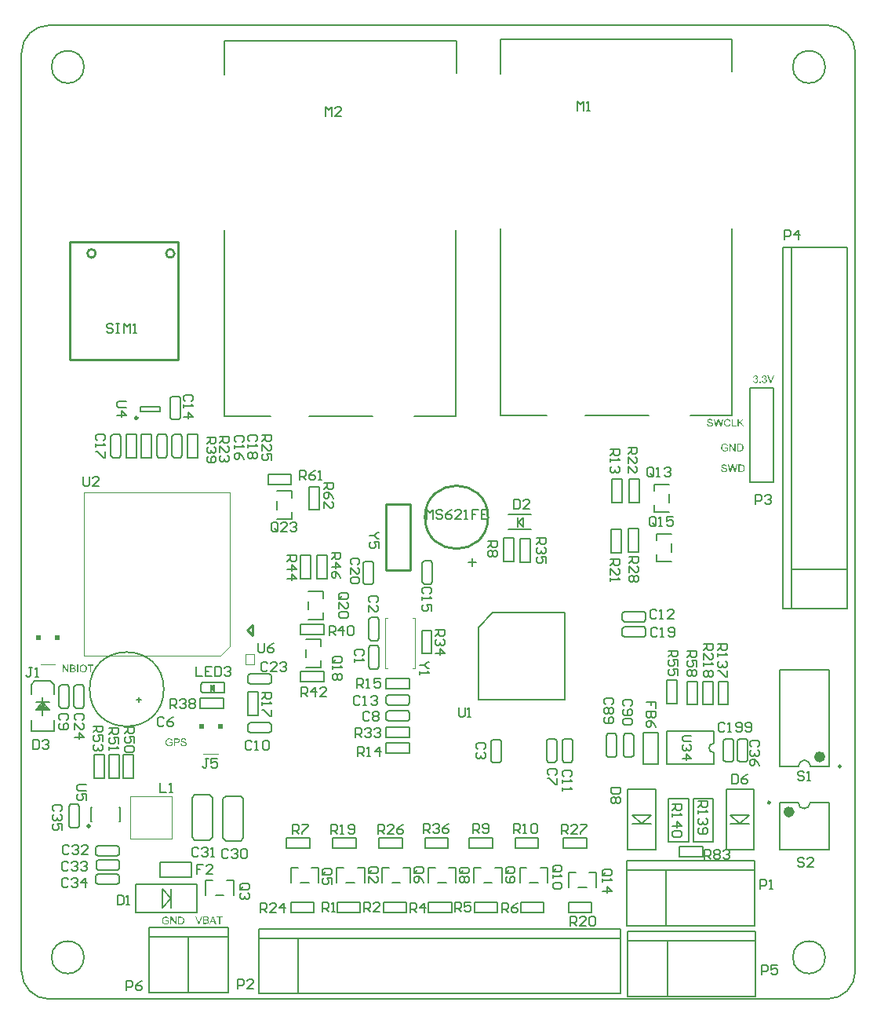
<source format=gto>
%FSLAX25Y25*%
%MOIN*%
G70*
G01*
G75*
%ADD10C,0.01000*%
%ADD11C,0.02000*%
%ADD12C,0.02000*%
%ADD13R,0.02756X0.03347*%
%ADD14R,0.03347X0.02756*%
%ADD15R,0.03937X0.02362*%
G04:AMPARAMS|DCode=16|XSize=39.37mil|YSize=41.34mil|CornerRadius=5.91mil|HoleSize=0mil|Usage=FLASHONLY|Rotation=180.000|XOffset=0mil|YOffset=0mil|HoleType=Round|Shape=RoundedRectangle|*
%AMROUNDEDRECTD16*
21,1,0.03937,0.02953,0,0,180.0*
21,1,0.02756,0.04134,0,0,180.0*
1,1,0.01181,-0.01378,0.01476*
1,1,0.01181,0.01378,0.01476*
1,1,0.01181,0.01378,-0.01476*
1,1,0.01181,-0.01378,-0.01476*
%
%ADD16ROUNDEDRECTD16*%
G04:AMPARAMS|DCode=17|XSize=41.34mil|YSize=86.61mil|CornerRadius=6.2mil|HoleSize=0mil|Usage=FLASHONLY|Rotation=180.000|XOffset=0mil|YOffset=0mil|HoleType=Round|Shape=RoundedRectangle|*
%AMROUNDEDRECTD17*
21,1,0.04134,0.07421,0,0,180.0*
21,1,0.02894,0.08661,0,0,180.0*
1,1,0.01240,-0.01447,0.03711*
1,1,0.01240,0.01447,0.03711*
1,1,0.01240,0.01447,-0.03711*
1,1,0.01240,-0.01447,-0.03711*
%
%ADD17ROUNDEDRECTD17*%
%ADD18R,0.07874X0.07874*%
%ADD19R,0.07087X0.03937*%
%ADD20R,0.02000X0.05000*%
%ADD21R,0.02362X0.03937*%
%ADD22R,0.05906X0.05906*%
%ADD23R,0.07874X0.07874*%
%ADD24R,0.02559X0.05315*%
%ADD25R,0.03937X0.05118*%
%ADD26R,0.05118X0.03937*%
G04:AMPARAMS|DCode=27|XSize=157.48mil|YSize=59.06mil|CornerRadius=8.86mil|HoleSize=0mil|Usage=FLASHONLY|Rotation=180.000|XOffset=0mil|YOffset=0mil|HoleType=Round|Shape=RoundedRectangle|*
%AMROUNDEDRECTD27*
21,1,0.15748,0.04134,0,0,180.0*
21,1,0.13976,0.05906,0,0,180.0*
1,1,0.01772,-0.06988,0.02067*
1,1,0.01772,0.06988,0.02067*
1,1,0.01772,0.06988,-0.02067*
1,1,0.01772,-0.06988,-0.02067*
%
%ADD27ROUNDEDRECTD27*%
%ADD28R,0.06299X0.03543*%
%ADD29R,0.03543X0.06299*%
%ADD30R,0.01969X0.09843*%
%ADD31R,0.03937X0.03150*%
%ADD32R,0.03150X0.03937*%
%ADD33R,0.09843X0.11811*%
%ADD34O,0.07087X0.02362*%
%ADD35O,0.02362X0.07087*%
%ADD36R,0.01575X0.03347*%
%ADD37R,0.01378X0.01181*%
%ADD38R,0.01378X0.00984*%
%ADD39R,0.01181X0.01181*%
%ADD40O,0.02500X0.05500*%
%ADD41R,0.02500X0.05500*%
%ADD42R,0.05000X0.05000*%
%ADD43R,0.07874X0.05000*%
G04:AMPARAMS|DCode=44|XSize=45mil|YSize=65mil|CornerRadius=5.63mil|HoleSize=0mil|Usage=FLASHONLY|Rotation=270.000|XOffset=0mil|YOffset=0mil|HoleType=Round|Shape=RoundedRectangle|*
%AMROUNDEDRECTD44*
21,1,0.04500,0.05375,0,0,270.0*
21,1,0.03375,0.06500,0,0,270.0*
1,1,0.01125,-0.02688,-0.01688*
1,1,0.01125,-0.02688,0.01688*
1,1,0.01125,0.02688,0.01688*
1,1,0.01125,0.02688,-0.01688*
%
%ADD44ROUNDEDRECTD44*%
%ADD45R,0.07874X0.06693*%
%ADD46O,0.06299X0.01181*%
%ADD47O,0.01181X0.06299*%
%ADD48R,0.06299X0.01181*%
%ADD49R,0.02559X0.04843*%
%ADD50R,0.02756X0.08268*%
%ADD51C,0.00800*%
%ADD52C,0.04000*%
%ADD53C,0.01200*%
%ADD54R,0.09200X0.08300*%
%ADD55R,0.49000X0.11200*%
%ADD56R,0.07000X0.08100*%
%ADD57R,0.06200X0.16300*%
%ADD58R,0.25800X0.06600*%
%ADD59R,0.08400X0.20000*%
%ADD60C,0.00500*%
%ADD61C,0.05906*%
%ADD62R,0.05906X0.05906*%
%ADD63R,0.07874X0.11811*%
%ADD64O,0.07874X0.11811*%
%ADD65C,0.03937*%
%ADD66O,0.11811X0.07874*%
%ADD67R,0.11811X0.07874*%
%ADD68C,0.03000*%
%ADD69C,0.04000*%
G04:AMPARAMS|DCode=70|XSize=23.62mil|YSize=25.59mil|CornerRadius=3.54mil|HoleSize=0mil|Usage=FLASHONLY|Rotation=90.000|XOffset=0mil|YOffset=0mil|HoleType=Round|Shape=RoundedRectangle|*
%AMROUNDEDRECTD70*
21,1,0.02362,0.01850,0,0,90.0*
21,1,0.01654,0.02559,0,0,90.0*
1,1,0.00709,0.00925,0.00827*
1,1,0.00709,0.00925,-0.00827*
1,1,0.00709,-0.00925,-0.00827*
1,1,0.00709,-0.00925,0.00827*
%
%ADD70ROUNDEDRECTD70*%
G04:AMPARAMS|DCode=71|XSize=23.62mil|YSize=25.59mil|CornerRadius=3.54mil|HoleSize=0mil|Usage=FLASHONLY|Rotation=180.000|XOffset=0mil|YOffset=0mil|HoleType=Round|Shape=RoundedRectangle|*
%AMROUNDEDRECTD71*
21,1,0.02362,0.01850,0,0,180.0*
21,1,0.01654,0.02559,0,0,180.0*
1,1,0.00709,-0.00827,0.00925*
1,1,0.00709,0.00827,0.00925*
1,1,0.00709,0.00827,-0.00925*
1,1,0.00709,-0.00827,-0.00925*
%
%ADD71ROUNDEDRECTD71*%
%ADD72R,0.05000X0.02000*%
%ADD73R,0.03937X0.07087*%
%ADD74C,0.03000*%
%ADD75C,0.05000*%
%ADD76R,0.27900X0.11200*%
%ADD77R,0.23200X0.07700*%
%ADD78R,0.07100X0.27500*%
%ADD79C,0.02362*%
%ADD80C,0.00984*%
%ADD81C,0.00787*%
%ADD82C,0.00300*%
%ADD83C,0.01969*%
%ADD84C,0.00394*%
%ADD85C,0.00400*%
%ADD86C,0.00493*%
%ADD87C,0.00700*%
%ADD88R,0.02228X0.02472*%
%ADD89R,0.04800X0.00800*%
%ADD90R,0.03600X0.00700*%
%ADD91R,0.02400X0.00600*%
%ADD92R,0.01500X0.00500*%
G36*
X290482Y243378D02*
X292061D01*
Y243000D01*
X290059D01*
Y246203D01*
X290482D01*
Y243378D01*
D02*
G37*
G36*
X285576Y243000D02*
X285163D01*
X284493Y245439D01*
Y245443D01*
X284490Y245453D01*
X284486Y245467D01*
X284479Y245488D01*
X284472Y245512D01*
X284466Y245540D01*
X284448Y245602D01*
X284431Y245665D01*
X284414Y245727D01*
X284407Y245755D01*
X284400Y245779D01*
X284393Y245800D01*
X284389Y245814D01*
Y245811D01*
X284386Y245804D01*
Y245793D01*
X284379Y245776D01*
X284375Y245759D01*
X284372Y245734D01*
X284358Y245686D01*
X284344Y245627D01*
X284327Y245561D01*
X284309Y245498D01*
X284292Y245439D01*
X283619Y243000D01*
X283178D01*
X282335Y246203D01*
X282772D01*
X283255Y244100D01*
Y244096D01*
X283258Y244086D01*
X283261Y244069D01*
X283268Y244044D01*
X283275Y244013D01*
X283282Y243979D01*
X283293Y243940D01*
X283303Y243895D01*
X283313Y243847D01*
X283324Y243795D01*
X283345Y243687D01*
X283369Y243569D01*
X283390Y243448D01*
Y243455D01*
X283397Y243468D01*
X283400Y243496D01*
X283411Y243527D01*
X283418Y243569D01*
X283428Y243614D01*
X283442Y243663D01*
X283452Y243711D01*
X283480Y243815D01*
X283490Y243864D01*
X283504Y243913D01*
X283515Y243954D01*
X283522Y243989D01*
X283529Y244017D01*
X283536Y244038D01*
X284146Y246203D01*
X284656D01*
X285111Y244579D01*
X285115Y244572D01*
X285118Y244551D01*
X285128Y244520D01*
X285139Y244475D01*
X285153Y244423D01*
X285170Y244360D01*
X285187Y244291D01*
X285208Y244211D01*
X285229Y244128D01*
X285250Y244038D01*
X285271Y243944D01*
X285291Y243847D01*
X285330Y243649D01*
X285364Y243448D01*
Y243451D01*
X285368Y243461D01*
X285371Y243479D01*
X285375Y243500D01*
X285382Y243531D01*
X285389Y243566D01*
X285399Y243604D01*
X285409Y243649D01*
X285420Y243698D01*
X285430Y243749D01*
X285444Y243809D01*
X285458Y243867D01*
X285489Y243999D01*
X285524Y244142D01*
X286027Y246203D01*
X286454D01*
X285576Y243000D01*
D02*
G37*
G36*
X300169Y264710D02*
X300193Y264706D01*
X300259Y264699D01*
X300332Y264686D01*
X300415Y264665D01*
X300498Y264637D01*
X300582Y264599D01*
X300585D01*
X300592Y264595D01*
X300603Y264588D01*
X300620Y264578D01*
X300658Y264554D01*
X300707Y264519D01*
X300762Y264474D01*
X300818Y264422D01*
X300873Y264363D01*
X300922Y264293D01*
Y264290D01*
X300925Y264286D01*
X300932Y264272D01*
X300939Y264259D01*
X300950Y264241D01*
X300960Y264220D01*
X300981Y264168D01*
X301002Y264106D01*
X301022Y264037D01*
X301036Y263960D01*
X301040Y263880D01*
Y263877D01*
Y263870D01*
Y263860D01*
Y263846D01*
X301033Y263804D01*
X301026Y263755D01*
X301012Y263697D01*
X300991Y263634D01*
X300963Y263568D01*
X300925Y263502D01*
Y263499D01*
X300922Y263495D01*
X300904Y263474D01*
X300880Y263443D01*
X300842Y263405D01*
X300797Y263360D01*
X300738Y263315D01*
X300672Y263273D01*
X300596Y263231D01*
X300599D01*
X300609Y263228D01*
X300623Y263225D01*
X300644Y263218D01*
X300665Y263211D01*
X300693Y263200D01*
X300759Y263173D01*
X300828Y263134D01*
X300901Y263089D01*
X300974Y263030D01*
X301036Y262957D01*
X301040Y262954D01*
X301043Y262947D01*
X301050Y262937D01*
X301061Y262919D01*
X301074Y262902D01*
X301088Y262878D01*
X301102Y262850D01*
X301116Y262815D01*
X301130Y262780D01*
X301144Y262742D01*
X301172Y262655D01*
X301189Y262555D01*
X301196Y262499D01*
Y262444D01*
Y262440D01*
Y262426D01*
X301192Y262402D01*
Y262374D01*
X301185Y262336D01*
X301179Y262295D01*
X301172Y262249D01*
X301158Y262197D01*
X301140Y262142D01*
X301119Y262086D01*
X301095Y262027D01*
X301064Y261968D01*
X301029Y261906D01*
X300988Y261847D01*
X300943Y261788D01*
X300887Y261733D01*
X300884Y261729D01*
X300873Y261719D01*
X300856Y261705D01*
X300832Y261687D01*
X300804Y261667D01*
X300766Y261642D01*
X300724Y261614D01*
X300675Y261590D01*
X300623Y261562D01*
X300564Y261535D01*
X300502Y261510D01*
X300432Y261490D01*
X300360Y261472D01*
X300283Y261458D01*
X300203Y261448D01*
X300117Y261444D01*
X300099D01*
X300075Y261448D01*
X300047D01*
X300009Y261451D01*
X299968Y261458D01*
X299922Y261465D01*
X299870Y261476D01*
X299815Y261490D01*
X299759Y261507D01*
X299700Y261524D01*
X299641Y261549D01*
X299582Y261580D01*
X299527Y261611D01*
X299468Y261649D01*
X299416Y261694D01*
X299412Y261698D01*
X299405Y261705D01*
X299392Y261719D01*
X299371Y261739D01*
X299350Y261764D01*
X299326Y261795D01*
X299301Y261830D01*
X299273Y261871D01*
X299246Y261913D01*
X299218Y261965D01*
X299190Y262017D01*
X299166Y262076D01*
X299145Y262139D01*
X299124Y262204D01*
X299110Y262274D01*
X299100Y262347D01*
X299492Y262399D01*
Y262395D01*
X299496Y262385D01*
X299499Y262368D01*
X299506Y262343D01*
X299513Y262316D01*
X299520Y262284D01*
X299544Y262211D01*
X299575Y262132D01*
X299614Y262052D01*
X299662Y261979D01*
X299690Y261948D01*
X299718Y261916D01*
X299721D01*
X299725Y261910D01*
X299735Y261902D01*
X299745Y261892D01*
X299780Y261871D01*
X299829Y261843D01*
X299888Y261816D01*
X299954Y261795D01*
X300033Y261778D01*
X300117Y261771D01*
X300145D01*
X300165Y261774D01*
X300186Y261778D01*
X300217Y261781D01*
X300280Y261795D01*
X300356Y261816D01*
X300436Y261851D01*
X300474Y261875D01*
X300512Y261899D01*
X300551Y261927D01*
X300589Y261962D01*
X300592Y261965D01*
X300596Y261972D01*
X300606Y261982D01*
X300620Y261996D01*
X300634Y262014D01*
X300648Y262038D01*
X300665Y262062D01*
X300686Y262093D01*
X300721Y262163D01*
X300748Y262243D01*
X300773Y262336D01*
X300776Y262385D01*
X300780Y262437D01*
Y262440D01*
Y262447D01*
Y262465D01*
X300776Y262482D01*
X300773Y262506D01*
X300769Y262531D01*
X300759Y262593D01*
X300734Y262666D01*
X300703Y262739D01*
X300682Y262777D01*
X300658Y262812D01*
X300630Y262846D01*
X300599Y262881D01*
X300596Y262884D01*
X300592Y262888D01*
X300582Y262898D01*
X300568Y262909D01*
X300551Y262923D01*
X300530Y262937D01*
X300478Y262971D01*
X300412Y263002D01*
X300335Y263030D01*
X300249Y263051D01*
X300200Y263055D01*
X300151Y263058D01*
X300131D01*
X300106Y263055D01*
X300075D01*
X300033Y263048D01*
X299988Y263041D01*
X299933Y263030D01*
X299874Y263016D01*
X299916Y263360D01*
X299922D01*
X299940Y263356D01*
X299961Y263353D01*
X300006D01*
X300023Y263356D01*
X300047D01*
X300072Y263360D01*
X300131Y263370D01*
X300200Y263384D01*
X300276Y263408D01*
X300356Y263440D01*
X300432Y263485D01*
X300436D01*
X300443Y263492D01*
X300450Y263499D01*
X300464Y263509D01*
X300498Y263540D01*
X300537Y263585D01*
X300571Y263641D01*
X300606Y263710D01*
X300620Y263749D01*
X300627Y263794D01*
X300634Y263839D01*
X300637Y263887D01*
Y263891D01*
Y263898D01*
Y263908D01*
X300634Y263926D01*
X300630Y263964D01*
X300620Y264016D01*
X300603Y264071D01*
X300575Y264130D01*
X300537Y264193D01*
X300516Y264220D01*
X300488Y264248D01*
X300481Y264255D01*
X300460Y264269D01*
X300429Y264293D01*
X300387Y264321D01*
X300332Y264345D01*
X300266Y264370D01*
X300193Y264384D01*
X300110Y264390D01*
X300089D01*
X300072Y264387D01*
X300051D01*
X300030Y264384D01*
X299974Y264373D01*
X299916Y264356D01*
X299850Y264328D01*
X299787Y264293D01*
X299725Y264245D01*
X299718Y264238D01*
X299700Y264217D01*
X299673Y264186D01*
X299645Y264137D01*
X299610Y264078D01*
X299579Y264002D01*
X299551Y263915D01*
X299530Y263814D01*
X299138Y263884D01*
Y263887D01*
X299142Y263901D01*
X299145Y263922D01*
X299152Y263950D01*
X299163Y263981D01*
X299173Y264019D01*
X299187Y264061D01*
X299204Y264106D01*
X299249Y264207D01*
X299273Y264255D01*
X299305Y264307D01*
X299339Y264356D01*
X299378Y264404D01*
X299419Y264453D01*
X299464Y264495D01*
X299468Y264498D01*
X299475Y264505D01*
X299492Y264515D01*
X299510Y264529D01*
X299537Y264547D01*
X299565Y264564D01*
X299600Y264585D01*
X299641Y264606D01*
X299683Y264623D01*
X299731Y264644D01*
X299784Y264661D01*
X299839Y264679D01*
X299902Y264692D01*
X299964Y264703D01*
X300030Y264710D01*
X300099Y264713D01*
X300145D01*
X300169Y264710D01*
D02*
G37*
G36*
X303899D02*
X303923Y264706D01*
X303989Y264699D01*
X304062Y264686D01*
X304145Y264665D01*
X304229Y264637D01*
X304312Y264599D01*
X304315D01*
X304322Y264595D01*
X304333Y264588D01*
X304350Y264578D01*
X304388Y264554D01*
X304437Y264519D01*
X304492Y264474D01*
X304548Y264422D01*
X304603Y264363D01*
X304652Y264293D01*
Y264290D01*
X304656Y264286D01*
X304662Y264272D01*
X304669Y264259D01*
X304680Y264241D01*
X304690Y264220D01*
X304711Y264168D01*
X304732Y264106D01*
X304753Y264037D01*
X304767Y263960D01*
X304770Y263880D01*
Y263877D01*
Y263870D01*
Y263860D01*
Y263846D01*
X304763Y263804D01*
X304756Y263755D01*
X304742Y263697D01*
X304721Y263634D01*
X304694Y263568D01*
X304656Y263502D01*
Y263499D01*
X304652Y263495D01*
X304635Y263474D01*
X304610Y263443D01*
X304572Y263405D01*
X304527Y263360D01*
X304468Y263315D01*
X304402Y263273D01*
X304326Y263231D01*
X304329D01*
X304340Y263228D01*
X304354Y263225D01*
X304374Y263218D01*
X304395Y263211D01*
X304423Y263200D01*
X304489Y263173D01*
X304558Y263134D01*
X304631Y263089D01*
X304704Y263030D01*
X304767Y262957D01*
X304770Y262954D01*
X304773Y262947D01*
X304780Y262937D01*
X304791Y262919D01*
X304805Y262902D01*
X304819Y262878D01*
X304832Y262850D01*
X304846Y262815D01*
X304860Y262780D01*
X304874Y262742D01*
X304902Y262655D01*
X304919Y262555D01*
X304926Y262499D01*
Y262444D01*
Y262440D01*
Y262426D01*
X304923Y262402D01*
Y262374D01*
X304916Y262336D01*
X304909Y262295D01*
X304902Y262249D01*
X304888Y262197D01*
X304871Y262142D01*
X304850Y262086D01*
X304825Y262027D01*
X304794Y261968D01*
X304760Y261906D01*
X304718Y261847D01*
X304673Y261788D01*
X304617Y261733D01*
X304614Y261729D01*
X304603Y261719D01*
X304586Y261705D01*
X304562Y261687D01*
X304534Y261667D01*
X304496Y261642D01*
X304454Y261614D01*
X304406Y261590D01*
X304354Y261562D01*
X304295Y261535D01*
X304232Y261510D01*
X304163Y261490D01*
X304090Y261472D01*
X304013Y261458D01*
X303934Y261448D01*
X303847Y261444D01*
X303830D01*
X303805Y261448D01*
X303778D01*
X303739Y261451D01*
X303698Y261458D01*
X303653Y261465D01*
X303601Y261476D01*
X303545Y261490D01*
X303490Y261507D01*
X303431Y261524D01*
X303372Y261549D01*
X303313Y261580D01*
X303257Y261611D01*
X303198Y261649D01*
X303146Y261694D01*
X303142Y261698D01*
X303136Y261705D01*
X303122Y261719D01*
X303101Y261739D01*
X303080Y261764D01*
X303056Y261795D01*
X303031Y261830D01*
X303004Y261871D01*
X302976Y261913D01*
X302948Y261965D01*
X302921Y262017D01*
X302896Y262076D01*
X302875Y262139D01*
X302854Y262204D01*
X302841Y262274D01*
X302830Y262347D01*
X303222Y262399D01*
Y262395D01*
X303226Y262385D01*
X303229Y262368D01*
X303236Y262343D01*
X303243Y262316D01*
X303250Y262284D01*
X303274Y262211D01*
X303306Y262132D01*
X303344Y262052D01*
X303392Y261979D01*
X303420Y261948D01*
X303448Y261916D01*
X303451D01*
X303455Y261910D01*
X303465Y261902D01*
X303476Y261892D01*
X303510Y261871D01*
X303559Y261843D01*
X303618Y261816D01*
X303684Y261795D01*
X303764Y261778D01*
X303847Y261771D01*
X303875D01*
X303895Y261774D01*
X303916Y261778D01*
X303948Y261781D01*
X304010Y261795D01*
X304086Y261816D01*
X304166Y261851D01*
X304204Y261875D01*
X304242Y261899D01*
X304281Y261927D01*
X304319Y261962D01*
X304322Y261965D01*
X304326Y261972D01*
X304336Y261982D01*
X304350Y261996D01*
X304364Y262014D01*
X304378Y262038D01*
X304395Y262062D01*
X304416Y262093D01*
X304451Y262163D01*
X304479Y262243D01*
X304503Y262336D01*
X304506Y262385D01*
X304510Y262437D01*
Y262440D01*
Y262447D01*
Y262465D01*
X304506Y262482D01*
X304503Y262506D01*
X304499Y262531D01*
X304489Y262593D01*
X304465Y262666D01*
X304433Y262739D01*
X304413Y262777D01*
X304388Y262812D01*
X304361Y262846D01*
X304329Y262881D01*
X304326Y262884D01*
X304322Y262888D01*
X304312Y262898D01*
X304298Y262909D01*
X304281Y262923D01*
X304260Y262937D01*
X304208Y262971D01*
X304142Y263002D01*
X304066Y263030D01*
X303979Y263051D01*
X303930Y263055D01*
X303882Y263058D01*
X303861D01*
X303836Y263055D01*
X303805D01*
X303764Y263048D01*
X303719Y263041D01*
X303663Y263030D01*
X303604Y263016D01*
X303646Y263360D01*
X303653D01*
X303670Y263356D01*
X303691Y263353D01*
X303736D01*
X303753Y263356D01*
X303778D01*
X303802Y263360D01*
X303861Y263370D01*
X303930Y263384D01*
X304007Y263408D01*
X304086Y263440D01*
X304163Y263485D01*
X304166D01*
X304173Y263492D01*
X304180Y263499D01*
X304194Y263509D01*
X304229Y263540D01*
X304267Y263585D01*
X304302Y263641D01*
X304336Y263710D01*
X304350Y263749D01*
X304357Y263794D01*
X304364Y263839D01*
X304367Y263887D01*
Y263891D01*
Y263898D01*
Y263908D01*
X304364Y263926D01*
X304361Y263964D01*
X304350Y264016D01*
X304333Y264071D01*
X304305Y264130D01*
X304267Y264193D01*
X304246Y264220D01*
X304218Y264248D01*
X304211Y264255D01*
X304190Y264269D01*
X304159Y264293D01*
X304118Y264321D01*
X304062Y264345D01*
X303996Y264370D01*
X303923Y264384D01*
X303840Y264390D01*
X303819D01*
X303802Y264387D01*
X303781D01*
X303760Y264384D01*
X303705Y264373D01*
X303646Y264356D01*
X303580Y264328D01*
X303517Y264293D01*
X303455Y264245D01*
X303448Y264238D01*
X303431Y264217D01*
X303403Y264186D01*
X303375Y264137D01*
X303340Y264078D01*
X303309Y264002D01*
X303281Y263915D01*
X303260Y263814D01*
X302868Y263884D01*
Y263887D01*
X302872Y263901D01*
X302875Y263922D01*
X302882Y263950D01*
X302893Y263981D01*
X302903Y264019D01*
X302917Y264061D01*
X302934Y264106D01*
X302979Y264207D01*
X303004Y264255D01*
X303035Y264307D01*
X303070Y264356D01*
X303108Y264404D01*
X303150Y264453D01*
X303195Y264495D01*
X303198Y264498D01*
X303205Y264505D01*
X303222Y264515D01*
X303240Y264529D01*
X303268Y264547D01*
X303295Y264564D01*
X303330Y264585D01*
X303372Y264606D01*
X303413Y264623D01*
X303462Y264644D01*
X303514Y264661D01*
X303569Y264679D01*
X303632Y264692D01*
X303694Y264703D01*
X303760Y264710D01*
X303830Y264713D01*
X303875D01*
X303899Y264710D01*
D02*
G37*
G36*
X280836Y246255D02*
X280874Y246251D01*
X280912Y246248D01*
X280957Y246245D01*
X281055Y246231D01*
X281162Y246210D01*
X281270Y246179D01*
X281374Y246140D01*
X281377D01*
X281384Y246133D01*
X281402Y246130D01*
X281419Y246119D01*
X281440Y246106D01*
X281468Y246092D01*
X281526Y246057D01*
X281596Y246008D01*
X281665Y245950D01*
X281731Y245884D01*
X281790Y245804D01*
X281794Y245800D01*
X281797Y245793D01*
X281804Y245783D01*
X281815Y245766D01*
X281825Y245745D01*
X281839Y245721D01*
X281849Y245689D01*
X281867Y245658D01*
X281894Y245585D01*
X281919Y245498D01*
X281939Y245405D01*
X281950Y245301D01*
X281544Y245269D01*
Y245273D01*
X281540Y245283D01*
Y245297D01*
X281537Y245318D01*
X281530Y245346D01*
X281523Y245374D01*
X281502Y245439D01*
X281474Y245512D01*
X281433Y245589D01*
X281384Y245661D01*
X281353Y245693D01*
X281318Y245724D01*
X281315Y245727D01*
X281311Y245731D01*
X281297Y245738D01*
X281284Y245748D01*
X281263Y245759D01*
X281239Y245773D01*
X281211Y245786D01*
X281179Y245804D01*
X281141Y245818D01*
X281100Y245831D01*
X281055Y245845D01*
X281006Y245856D01*
X280950Y245866D01*
X280891Y245873D01*
X280829Y245880D01*
X280728D01*
X280701Y245877D01*
X280669D01*
X280635Y245873D01*
X280593Y245870D01*
X280551Y245863D01*
X280458Y245845D01*
X280367Y245821D01*
X280281Y245786D01*
X280239Y245762D01*
X280204Y245738D01*
X280201D01*
X280198Y245731D01*
X280177Y245713D01*
X280149Y245682D01*
X280118Y245641D01*
X280086Y245592D01*
X280059Y245533D01*
X280038Y245471D01*
X280034Y245436D01*
X280031Y245398D01*
Y245394D01*
Y245391D01*
X280034Y245370D01*
X280038Y245339D01*
X280045Y245301D01*
X280062Y245255D01*
X280083Y245207D01*
X280111Y245162D01*
X280152Y245117D01*
X280159Y245113D01*
X280166Y245106D01*
X280180Y245096D01*
X280198Y245086D01*
X280218Y245075D01*
X280246Y245061D01*
X280277Y245044D01*
X280315Y245026D01*
X280361Y245009D01*
X280413Y244992D01*
X280472Y244971D01*
X280541Y244950D01*
X280614Y244929D01*
X280697Y244905D01*
X280791Y244884D01*
X280798D01*
X280815Y244881D01*
X280839Y244874D01*
X280874Y244863D01*
X280916Y244856D01*
X280964Y244843D01*
X281016Y244832D01*
X281072Y244815D01*
X281190Y244784D01*
X281308Y244752D01*
X281363Y244735D01*
X281412Y244718D01*
X281461Y244700D01*
X281499Y244683D01*
X281502D01*
X281513Y244676D01*
X281526Y244669D01*
X281544Y244659D01*
X281568Y244648D01*
X281596Y244631D01*
X281655Y244593D01*
X281724Y244548D01*
X281790Y244492D01*
X281856Y244426D01*
X281884Y244391D01*
X281912Y244357D01*
Y244353D01*
X281919Y244346D01*
X281926Y244336D01*
X281932Y244322D01*
X281943Y244305D01*
X281953Y244280D01*
X281981Y244225D01*
X282005Y244159D01*
X282026Y244083D01*
X282040Y243996D01*
X282047Y243902D01*
Y243899D01*
Y243892D01*
Y243878D01*
X282044Y243861D01*
Y243836D01*
X282040Y243812D01*
X282030Y243746D01*
X282012Y243673D01*
X281984Y243593D01*
X281946Y243510D01*
X281926Y243465D01*
X281898Y243423D01*
Y243420D01*
X281891Y243413D01*
X281884Y243403D01*
X281870Y243385D01*
X281839Y243347D01*
X281790Y243295D01*
X281731Y243239D01*
X281658Y243180D01*
X281575Y243125D01*
X281478Y243073D01*
X281474D01*
X281464Y243066D01*
X281450Y243062D01*
X281429Y243052D01*
X281405Y243045D01*
X281374Y243035D01*
X281339Y243021D01*
X281297Y243010D01*
X281256Y243000D01*
X281207Y242986D01*
X281103Y242969D01*
X280989Y242955D01*
X280864Y242948D01*
X280822D01*
X280791Y242951D01*
X280753D01*
X280711Y242955D01*
X280662Y242958D01*
X280607Y242965D01*
X280492Y242979D01*
X280371Y243000D01*
X280250Y243031D01*
X280132Y243073D01*
X280128D01*
X280118Y243080D01*
X280104Y243087D01*
X280083Y243097D01*
X280059Y243111D01*
X280031Y243125D01*
X279965Y243167D01*
X279892Y243219D01*
X279816Y243285D01*
X279739Y243361D01*
X279674Y243451D01*
X279670Y243455D01*
X279667Y243461D01*
X279660Y243475D01*
X279649Y243496D01*
X279635Y243520D01*
X279622Y243548D01*
X279604Y243583D01*
X279590Y243621D01*
X279573Y243659D01*
X279559Y243704D01*
X279531Y243805D01*
X279510Y243913D01*
X279503Y243972D01*
X279500Y244031D01*
X279899Y244065D01*
Y244062D01*
Y244055D01*
X279903Y244041D01*
X279906Y244024D01*
X279909Y244003D01*
X279913Y243982D01*
X279927Y243923D01*
X279944Y243861D01*
X279965Y243795D01*
X279993Y243729D01*
X280027Y243666D01*
X280031Y243659D01*
X280048Y243642D01*
X280073Y243614D01*
X280107Y243580D01*
X280152Y243538D01*
X280208Y243500D01*
X280274Y243458D01*
X280350Y243420D01*
X280354D01*
X280361Y243416D01*
X280371Y243413D01*
X280388Y243406D01*
X280409Y243399D01*
X280433Y243389D01*
X280461Y243382D01*
X280492Y243375D01*
X280565Y243357D01*
X280652Y243340D01*
X280742Y243330D01*
X280843Y243326D01*
X280885D01*
X280905Y243330D01*
X280930D01*
X280985Y243337D01*
X281051Y243343D01*
X281124Y243354D01*
X281197Y243371D01*
X281266Y243396D01*
X281270D01*
X281273Y243399D01*
X281284Y243403D01*
X281297Y243409D01*
X281329Y243427D01*
X281370Y243448D01*
X281415Y243475D01*
X281464Y243510D01*
X281506Y243548D01*
X281544Y243593D01*
X281547Y243600D01*
X281558Y243614D01*
X281575Y243642D01*
X281592Y243677D01*
X281606Y243718D01*
X281624Y243763D01*
X281634Y243815D01*
X281638Y243867D01*
Y243871D01*
Y243874D01*
Y243892D01*
X281634Y243923D01*
X281627Y243958D01*
X281617Y243999D01*
X281599Y244044D01*
X281578Y244090D01*
X281547Y244131D01*
X281544Y244135D01*
X281530Y244149D01*
X281509Y244169D01*
X281478Y244197D01*
X281440Y244225D01*
X281388Y244256D01*
X281329Y244287D01*
X281259Y244319D01*
X281252Y244322D01*
X281245Y244325D01*
X281231Y244329D01*
X281218Y244333D01*
X281197Y244339D01*
X281169Y244350D01*
X281141Y244357D01*
X281103Y244367D01*
X281065Y244381D01*
X281016Y244391D01*
X280964Y244405D01*
X280905Y244423D01*
X280843Y244437D01*
X280770Y244457D01*
X280690Y244475D01*
X280687D01*
X280673Y244478D01*
X280649Y244485D01*
X280621Y244492D01*
X280583Y244502D01*
X280541Y244513D01*
X280499Y244527D01*
X280451Y244541D01*
X280347Y244572D01*
X280246Y244607D01*
X280198Y244624D01*
X280152Y244641D01*
X280111Y244659D01*
X280076Y244676D01*
X280073D01*
X280066Y244683D01*
X280055Y244690D01*
X280038Y244697D01*
X279996Y244721D01*
X279948Y244756D01*
X279889Y244801D01*
X279833Y244849D01*
X279778Y244908D01*
X279732Y244971D01*
Y244974D01*
X279729Y244978D01*
X279722Y244988D01*
X279715Y245002D01*
X279698Y245040D01*
X279677Y245089D01*
X279656Y245148D01*
X279639Y245217D01*
X279625Y245294D01*
X279622Y245374D01*
Y245377D01*
Y245384D01*
Y245398D01*
X279625Y245415D01*
Y245436D01*
X279628Y245460D01*
X279639Y245523D01*
X279656Y245592D01*
X279677Y245665D01*
X279712Y245745D01*
X279757Y245825D01*
Y245828D01*
X279764Y245835D01*
X279771Y245845D01*
X279781Y245859D01*
X279816Y245897D01*
X279861Y245946D01*
X279916Y245998D01*
X279986Y246050D01*
X280066Y246102D01*
X280159Y246147D01*
X280163D01*
X280170Y246151D01*
X280187Y246158D01*
X280204Y246165D01*
X280229Y246172D01*
X280260Y246182D01*
X280295Y246192D01*
X280333Y246203D01*
X280374Y246213D01*
X280419Y246224D01*
X280517Y246241D01*
X280628Y246255D01*
X280746Y246258D01*
X280805D01*
X280836Y246255D01*
D02*
G37*
G36*
X293544Y235699D02*
X293585D01*
X293627Y235696D01*
X293720Y235692D01*
X293814Y235682D01*
X293908Y235672D01*
X293949Y235661D01*
X293988Y235654D01*
X293991D01*
X294002Y235651D01*
X294015Y235647D01*
X294033Y235640D01*
X294057Y235633D01*
X294085Y235627D01*
X294151Y235602D01*
X294224Y235571D01*
X294300Y235533D01*
X294380Y235484D01*
X294456Y235425D01*
X294460Y235422D01*
X294466Y235415D01*
X294480Y235404D01*
X294498Y235387D01*
X294518Y235366D01*
X294543Y235338D01*
X294571Y235311D01*
X294598Y235276D01*
X294630Y235238D01*
X294661Y235196D01*
X294692Y235151D01*
X294723Y235103D01*
X294782Y234995D01*
X294834Y234877D01*
Y234874D01*
X294841Y234863D01*
X294845Y234842D01*
X294855Y234818D01*
X294865Y234787D01*
X294876Y234749D01*
X294886Y234707D01*
X294900Y234658D01*
X294911Y234603D01*
X294921Y234544D01*
X294932Y234481D01*
X294942Y234415D01*
X294952Y234346D01*
X294956Y234273D01*
X294963Y234117D01*
Y234114D01*
Y234100D01*
Y234082D01*
Y234055D01*
X294959Y234023D01*
Y233985D01*
X294956Y233944D01*
X294952Y233898D01*
X294942Y233798D01*
X294924Y233690D01*
X294904Y233579D01*
X294876Y233468D01*
Y233465D01*
X294872Y233454D01*
X294865Y233440D01*
X294862Y233423D01*
X294852Y233399D01*
X294841Y233371D01*
X294817Y233305D01*
X294786Y233232D01*
X294748Y233152D01*
X294706Y233076D01*
X294657Y233003D01*
Y233000D01*
X294650Y232996D01*
X294643Y232986D01*
X294633Y232972D01*
X294609Y232941D01*
X294571Y232899D01*
X294529Y232851D01*
X294480Y232802D01*
X294425Y232757D01*
X294366Y232712D01*
X294362D01*
X294359Y232708D01*
X294338Y232694D01*
X294303Y232677D01*
X294258Y232653D01*
X294203Y232628D01*
X294137Y232601D01*
X294060Y232576D01*
X293981Y232552D01*
X293977D01*
X293970Y232549D01*
X293960D01*
X293942Y232545D01*
X293922Y232542D01*
X293894Y232535D01*
X293866Y232531D01*
X293835Y232528D01*
X293759Y232517D01*
X293672Y232507D01*
X293575Y232504D01*
X293471Y232500D01*
X292315D01*
Y235703D01*
X293509D01*
X293544Y235699D01*
D02*
G37*
G36*
X293793Y244905D02*
X295195Y243000D01*
X294633D01*
X293495Y244617D01*
X292970Y244110D01*
Y243000D01*
X292547D01*
Y246203D01*
X292970D01*
Y244617D01*
X294560Y246203D01*
X295136D01*
X293793Y244905D01*
D02*
G37*
G36*
X288314Y246255D02*
X288355Y246251D01*
X288404Y246245D01*
X288456Y246237D01*
X288515Y246227D01*
X288578Y246213D01*
X288643Y246199D01*
X288709Y246179D01*
X288779Y246154D01*
X288848Y246127D01*
X288914Y246092D01*
X288980Y246057D01*
X289042Y246012D01*
X289046Y246008D01*
X289056Y246002D01*
X289074Y245988D01*
X289094Y245967D01*
X289122Y245943D01*
X289154Y245911D01*
X289185Y245877D01*
X289223Y245835D01*
X289261Y245790D01*
X289299Y245738D01*
X289337Y245682D01*
X289372Y245620D01*
X289410Y245554D01*
X289442Y245481D01*
X289473Y245405D01*
X289500Y245325D01*
X289084Y245228D01*
Y245231D01*
X289077Y245242D01*
X289074Y245262D01*
X289063Y245287D01*
X289053Y245315D01*
X289036Y245346D01*
X289001Y245422D01*
X288956Y245505D01*
X288897Y245592D01*
X288834Y245672D01*
X288796Y245707D01*
X288758Y245738D01*
X288755Y245741D01*
X288748Y245745D01*
X288737Y245752D01*
X288720Y245762D01*
X288699Y245776D01*
X288675Y245790D01*
X288647Y245804D01*
X288612Y245818D01*
X288574Y245831D01*
X288536Y245845D01*
X288446Y245873D01*
X288342Y245890D01*
X288286Y245897D01*
X288192D01*
X288165Y245894D01*
X288133Y245890D01*
X288095Y245887D01*
X288053Y245884D01*
X288012Y245877D01*
X287911Y245852D01*
X287807Y245821D01*
X287755Y245800D01*
X287703Y245776D01*
X287654Y245748D01*
X287606Y245717D01*
X287602Y245713D01*
X287596Y245710D01*
X287582Y245700D01*
X287564Y245686D01*
X287547Y245668D01*
X287523Y245644D01*
X287498Y245620D01*
X287471Y245592D01*
X287443Y245557D01*
X287412Y245523D01*
X287356Y245443D01*
X287304Y245349D01*
X287259Y245242D01*
Y245238D01*
X287256Y245228D01*
X287248Y245210D01*
X287245Y245190D01*
X287238Y245162D01*
X287228Y245131D01*
X287221Y245092D01*
X287210Y245054D01*
X287200Y245009D01*
X287193Y244961D01*
X287176Y244856D01*
X287165Y244745D01*
X287162Y244627D01*
Y244624D01*
Y244610D01*
Y244589D01*
X287165Y244558D01*
Y244523D01*
X287169Y244482D01*
X287172Y244437D01*
X287176Y244385D01*
X287183Y244329D01*
X287190Y244273D01*
X287210Y244152D01*
X287242Y244031D01*
X287280Y243913D01*
Y243909D01*
X287287Y243899D01*
X287294Y243885D01*
X287301Y243864D01*
X287314Y243836D01*
X287332Y243809D01*
X287370Y243743D01*
X287422Y243666D01*
X287485Y243593D01*
X287561Y243520D01*
X287602Y243489D01*
X287648Y243458D01*
X287651D01*
X287658Y243451D01*
X287672Y243444D01*
X287693Y243434D01*
X287717Y243423D01*
X287745Y243409D01*
X287776Y243399D01*
X287811Y243385D01*
X287891Y243357D01*
X287984Y243333D01*
X288085Y243316D01*
X288137Y243312D01*
X288192Y243309D01*
X288227D01*
X288251Y243312D01*
X288283Y243316D01*
X288317Y243319D01*
X288359Y243326D01*
X288401Y243333D01*
X288498Y243357D01*
X288546Y243375D01*
X288598Y243396D01*
X288650Y243420D01*
X288699Y243448D01*
X288748Y243479D01*
X288796Y243514D01*
X288800Y243517D01*
X288807Y243524D01*
X288820Y243534D01*
X288838Y243552D01*
X288855Y243573D01*
X288879Y243600D01*
X288904Y243632D01*
X288931Y243666D01*
X288959Y243708D01*
X288987Y243753D01*
X289015Y243802D01*
X289042Y243857D01*
X289067Y243916D01*
X289091Y243982D01*
X289115Y244051D01*
X289133Y244124D01*
X289556Y244017D01*
Y244010D01*
X289549Y243992D01*
X289542Y243968D01*
X289528Y243930D01*
X289514Y243888D01*
X289494Y243836D01*
X289473Y243781D01*
X289445Y243722D01*
X289414Y243656D01*
X289379Y243593D01*
X289341Y243524D01*
X289296Y243458D01*
X289247Y243396D01*
X289195Y243333D01*
X289136Y243274D01*
X289074Y243219D01*
X289070Y243215D01*
X289056Y243208D01*
X289039Y243194D01*
X289011Y243177D01*
X288980Y243156D01*
X288938Y243132D01*
X288893Y243108D01*
X288838Y243083D01*
X288779Y243059D01*
X288716Y243035D01*
X288647Y243010D01*
X288571Y242990D01*
X288491Y242972D01*
X288407Y242958D01*
X288321Y242951D01*
X288227Y242948D01*
X288178D01*
X288140Y242951D01*
X288099Y242955D01*
X288047Y242958D01*
X287991Y242965D01*
X287929Y242976D01*
X287863Y242986D01*
X287793Y243000D01*
X287724Y243017D01*
X287654Y243035D01*
X287582Y243059D01*
X287512Y243087D01*
X287446Y243118D01*
X287384Y243156D01*
X287380Y243160D01*
X287370Y243167D01*
X287353Y243177D01*
X287332Y243194D01*
X287304Y243219D01*
X287273Y243243D01*
X287238Y243274D01*
X287200Y243312D01*
X287162Y243354D01*
X287120Y243399D01*
X287082Y243448D01*
X287040Y243503D01*
X286999Y243562D01*
X286961Y243625D01*
X286926Y243694D01*
X286891Y243767D01*
X286888Y243770D01*
X286884Y243784D01*
X286877Y243809D01*
X286867Y243836D01*
X286853Y243874D01*
X286839Y243916D01*
X286825Y243968D01*
X286808Y244024D01*
X286794Y244086D01*
X286777Y244152D01*
X286763Y244221D01*
X286752Y244298D01*
X286732Y244457D01*
X286728Y244541D01*
X286724Y244624D01*
Y244631D01*
Y244645D01*
Y244672D01*
X286728Y244707D01*
X286732Y244752D01*
X286735Y244804D01*
X286742Y244860D01*
X286749Y244922D01*
X286759Y244988D01*
X286770Y245058D01*
X286804Y245207D01*
X286829Y245280D01*
X286853Y245353D01*
X286881Y245429D01*
X286915Y245498D01*
X286919Y245502D01*
X286926Y245516D01*
X286936Y245533D01*
X286950Y245561D01*
X286971Y245592D01*
X286995Y245627D01*
X287023Y245665D01*
X287054Y245710D01*
X287092Y245752D01*
X287130Y245800D01*
X287176Y245845D01*
X287224Y245894D01*
X287276Y245939D01*
X287332Y245984D01*
X287394Y246026D01*
X287457Y246064D01*
X287460Y246068D01*
X287474Y246071D01*
X287491Y246081D01*
X287519Y246095D01*
X287550Y246109D01*
X287592Y246127D01*
X287637Y246144D01*
X287686Y246161D01*
X287741Y246179D01*
X287804Y246196D01*
X287866Y246213D01*
X287936Y246227D01*
X288078Y246251D01*
X288154Y246255D01*
X288234Y246258D01*
X288279D01*
X288314Y246255D01*
D02*
G37*
G36*
X306828Y261500D02*
X306391D01*
X305148Y264703D01*
X305610D01*
X306442Y262374D01*
Y262371D01*
X306446Y262361D01*
X306453Y262347D01*
X306460Y262326D01*
X306467Y262302D01*
X306477Y262274D01*
X306488Y262243D01*
X306502Y262204D01*
X306526Y262125D01*
X306554Y262038D01*
X306581Y261944D01*
X306609Y261851D01*
Y261854D01*
X306613Y261861D01*
X306616Y261878D01*
X306623Y261896D01*
X306630Y261920D01*
X306637Y261948D01*
X306647Y261979D01*
X306658Y262014D01*
X306682Y262093D01*
X306713Y262184D01*
X306748Y262277D01*
X306783Y262374D01*
X307647Y264703D01*
X308077D01*
X306828Y261500D01*
D02*
G37*
G36*
X73669Y34725D02*
X72614D01*
Y31900D01*
X72191D01*
Y34725D01*
X71136D01*
Y35103D01*
X73669D01*
Y34725D01*
D02*
G37*
G36*
X63776Y31900D02*
X63339D01*
X62097Y35103D01*
X62558D01*
X63391Y32774D01*
Y32771D01*
X63394Y32761D01*
X63401Y32747D01*
X63408Y32726D01*
X63415Y32702D01*
X63425Y32674D01*
X63436Y32643D01*
X63450Y32604D01*
X63474Y32525D01*
X63502Y32438D01*
X63530Y32344D01*
X63557Y32250D01*
Y32254D01*
X63561Y32261D01*
X63564Y32278D01*
X63571Y32296D01*
X63578Y32320D01*
X63585Y32348D01*
X63596Y32379D01*
X63606Y32414D01*
X63630Y32493D01*
X63661Y32584D01*
X63696Y32677D01*
X63731Y32774D01*
X64595Y35103D01*
X65025D01*
X63776Y31900D01*
D02*
G37*
G36*
X66680Y35099D02*
X66719D01*
X66757Y35096D01*
X66802Y35089D01*
X66892Y35078D01*
X66993Y35061D01*
X67086Y35037D01*
X67177Y35002D01*
X67180D01*
X67187Y34999D01*
X67197Y34992D01*
X67215Y34985D01*
X67253Y34960D01*
X67305Y34929D01*
X67361Y34888D01*
X67416Y34836D01*
X67472Y34773D01*
X67524Y34704D01*
Y34700D01*
X67531Y34693D01*
X67534Y34683D01*
X67544Y34669D01*
X67555Y34652D01*
X67565Y34627D01*
X67589Y34575D01*
X67610Y34513D01*
X67631Y34440D01*
X67645Y34364D01*
X67652Y34280D01*
Y34277D01*
Y34270D01*
Y34260D01*
Y34246D01*
X67645Y34207D01*
X67638Y34155D01*
X67624Y34097D01*
X67603Y34031D01*
X67576Y33965D01*
X67537Y33895D01*
Y33892D01*
X67534Y33888D01*
X67527Y33878D01*
X67517Y33864D01*
X67492Y33833D01*
X67454Y33791D01*
X67409Y33746D01*
X67350Y33698D01*
X67284Y33649D01*
X67204Y33604D01*
X67208D01*
X67218Y33600D01*
X67232Y33593D01*
X67253Y33586D01*
X67277Y33576D01*
X67305Y33566D01*
X67368Y33534D01*
X67440Y33496D01*
X67513Y33444D01*
X67586Y33385D01*
X67649Y33312D01*
X67652Y33309D01*
X67655Y33302D01*
X67662Y33292D01*
X67673Y33278D01*
X67687Y33257D01*
X67701Y33233D01*
X67715Y33205D01*
X67728Y33173D01*
X67756Y33104D01*
X67784Y33021D01*
X67801Y32927D01*
X67808Y32879D01*
Y32827D01*
Y32823D01*
Y32816D01*
Y32806D01*
Y32788D01*
X67805Y32768D01*
Y32747D01*
X67798Y32691D01*
X67784Y32625D01*
X67766Y32556D01*
X67742Y32480D01*
X67711Y32407D01*
Y32403D01*
X67708Y32400D01*
X67701Y32389D01*
X67694Y32375D01*
X67673Y32341D01*
X67645Y32299D01*
X67614Y32250D01*
X67572Y32202D01*
X67527Y32153D01*
X67475Y32108D01*
X67468Y32105D01*
X67451Y32091D01*
X67419Y32074D01*
X67378Y32049D01*
X67329Y32025D01*
X67270Y31997D01*
X67201Y31973D01*
X67125Y31952D01*
X67121D01*
X67114Y31949D01*
X67104D01*
X67086Y31945D01*
X67066Y31942D01*
X67041Y31935D01*
X67014Y31931D01*
X66982Y31928D01*
X66948Y31921D01*
X66906Y31917D01*
X66819Y31907D01*
X66719Y31903D01*
X66607Y31900D01*
X65390D01*
Y35103D01*
X66649D01*
X66680Y35099D01*
D02*
G37*
G36*
X71039Y31900D02*
X70556D01*
X70185Y32868D01*
X68839D01*
X68492Y31900D01*
X68044D01*
X69269Y35103D01*
X69727D01*
X71039Y31900D01*
D02*
G37*
G36*
X49590Y34955D02*
X49625Y34951D01*
X49663Y34948D01*
X49708Y34944D01*
X49805Y34931D01*
X49913Y34910D01*
X50020Y34882D01*
X50128Y34844D01*
X50131D01*
X50142Y34840D01*
X50156Y34833D01*
X50173Y34823D01*
X50197Y34813D01*
X50225Y34799D01*
X50287Y34764D01*
X50360Y34719D01*
X50433Y34667D01*
X50503Y34604D01*
X50568Y34532D01*
X50572Y34528D01*
X50575Y34521D01*
X50582Y34511D01*
X50596Y34497D01*
X50607Y34476D01*
X50624Y34452D01*
X50641Y34424D01*
X50659Y34389D01*
X50679Y34355D01*
X50697Y34316D01*
X50718Y34271D01*
X50739Y34226D01*
X50777Y34122D01*
X50811Y34007D01*
X50426Y33903D01*
Y33907D01*
X50423Y33914D01*
X50419Y33928D01*
X50412Y33945D01*
X50405Y33962D01*
X50398Y33987D01*
X50378Y34042D01*
X50350Y34105D01*
X50319Y34167D01*
X50284Y34230D01*
X50246Y34285D01*
X50242Y34292D01*
X50225Y34309D01*
X50201Y34334D01*
X50169Y34368D01*
X50124Y34403D01*
X50072Y34441D01*
X50010Y34476D01*
X49940Y34511D01*
X49937D01*
X49930Y34514D01*
X49920Y34518D01*
X49906Y34525D01*
X49888Y34532D01*
X49864Y34538D01*
X49812Y34556D01*
X49746Y34570D01*
X49673Y34584D01*
X49590Y34594D01*
X49503Y34597D01*
X49455D01*
X49430Y34594D01*
X49399D01*
X49368Y34591D01*
X49330Y34587D01*
X49253Y34577D01*
X49167Y34559D01*
X49083Y34538D01*
X49000Y34507D01*
X48996D01*
X48990Y34504D01*
X48979Y34497D01*
X48965Y34490D01*
X48927Y34473D01*
X48878Y34445D01*
X48823Y34410D01*
X48768Y34368D01*
X48709Y34323D01*
X48656Y34271D01*
X48649Y34264D01*
X48636Y34247D01*
X48611Y34216D01*
X48584Y34178D01*
X48552Y34133D01*
X48518Y34077D01*
X48486Y34018D01*
X48459Y33955D01*
Y33952D01*
X48455Y33942D01*
X48448Y33928D01*
X48441Y33903D01*
X48431Y33876D01*
X48421Y33845D01*
X48410Y33806D01*
X48400Y33765D01*
X48386Y33720D01*
X48375Y33667D01*
X48358Y33560D01*
X48344Y33439D01*
X48337Y33310D01*
Y33307D01*
Y33293D01*
Y33268D01*
X48341Y33241D01*
Y33202D01*
X48344Y33161D01*
X48351Y33112D01*
X48355Y33060D01*
X48372Y32946D01*
X48400Y32828D01*
X48434Y32706D01*
X48483Y32592D01*
X48486Y32588D01*
X48490Y32578D01*
X48497Y32564D01*
X48511Y32543D01*
X48525Y32522D01*
X48545Y32495D01*
X48590Y32432D01*
X48653Y32363D01*
X48726Y32290D01*
X48809Y32224D01*
X48858Y32193D01*
X48910Y32165D01*
X48913D01*
X48924Y32158D01*
X48937Y32151D01*
X48958Y32144D01*
X48986Y32134D01*
X49017Y32120D01*
X49052Y32109D01*
X49090Y32096D01*
X49132Y32082D01*
X49180Y32071D01*
X49281Y32047D01*
X49392Y32033D01*
X49510Y32026D01*
X49538D01*
X49559Y32030D01*
X49583D01*
X49611Y32033D01*
X49642Y32037D01*
X49680Y32040D01*
X49760Y32050D01*
X49850Y32071D01*
X49947Y32096D01*
X50045Y32130D01*
X50048D01*
X50055Y32134D01*
X50069Y32141D01*
X50090Y32148D01*
X50110Y32158D01*
X50135Y32172D01*
X50194Y32200D01*
X50260Y32234D01*
X50326Y32273D01*
X50388Y32311D01*
X50444Y32356D01*
Y32956D01*
X49503D01*
Y33334D01*
X50860D01*
Y32144D01*
X50856Y32141D01*
X50846Y32134D01*
X50829Y32120D01*
X50804Y32103D01*
X50777Y32082D01*
X50742Y32061D01*
X50704Y32033D01*
X50662Y32005D01*
X50617Y31978D01*
X50565Y31946D01*
X50457Y31884D01*
X50339Y31825D01*
X50214Y31773D01*
X50211D01*
X50201Y31766D01*
X50183Y31762D01*
X50156Y31752D01*
X50128Y31745D01*
X50090Y31735D01*
X50051Y31721D01*
X50006Y31710D01*
X49954Y31700D01*
X49902Y31686D01*
X49788Y31669D01*
X49663Y31655D01*
X49534Y31648D01*
X49489D01*
X49455Y31651D01*
X49413Y31655D01*
X49364Y31658D01*
X49309Y31665D01*
X49250Y31672D01*
X49187Y31683D01*
X49118Y31697D01*
X49049Y31714D01*
X48972Y31735D01*
X48899Y31756D01*
X48827Y31783D01*
X48750Y31815D01*
X48677Y31849D01*
X48674Y31853D01*
X48660Y31860D01*
X48639Y31870D01*
X48615Y31887D01*
X48584Y31908D01*
X48545Y31933D01*
X48504Y31964D01*
X48459Y31998D01*
X48414Y32037D01*
X48365Y32082D01*
X48316Y32127D01*
X48268Y32179D01*
X48223Y32238D01*
X48178Y32297D01*
X48133Y32363D01*
X48094Y32432D01*
X48091Y32436D01*
X48087Y32449D01*
X48077Y32470D01*
X48063Y32498D01*
X48049Y32536D01*
X48032Y32578D01*
X48015Y32627D01*
X47997Y32682D01*
X47980Y32741D01*
X47962Y32807D01*
X47945Y32880D01*
X47931Y32953D01*
X47917Y33033D01*
X47907Y33112D01*
X47903Y33199D01*
X47900Y33286D01*
Y33293D01*
Y33307D01*
Y33331D01*
X47903Y33366D01*
X47907Y33407D01*
X47910Y33456D01*
X47917Y33511D01*
X47924Y33570D01*
X47935Y33636D01*
X47949Y33706D01*
X47983Y33851D01*
X48004Y33928D01*
X48032Y34004D01*
X48060Y34080D01*
X48094Y34157D01*
X48098Y34160D01*
X48105Y34174D01*
X48115Y34195D01*
X48129Y34223D01*
X48150Y34257D01*
X48174Y34296D01*
X48205Y34337D01*
X48237Y34386D01*
X48275Y34434D01*
X48316Y34483D01*
X48362Y34532D01*
X48414Y34584D01*
X48466Y34632D01*
X48525Y34677D01*
X48587Y34722D01*
X48653Y34760D01*
X48656Y34764D01*
X48670Y34767D01*
X48691Y34778D01*
X48719Y34792D01*
X48754Y34806D01*
X48795Y34823D01*
X48844Y34840D01*
X48896Y34861D01*
X48955Y34879D01*
X49021Y34896D01*
X49090Y34913D01*
X49167Y34927D01*
X49243Y34941D01*
X49326Y34951D01*
X49413Y34955D01*
X49500Y34958D01*
X49559D01*
X49590Y34955D01*
D02*
G37*
G36*
X302254Y261500D02*
X301807D01*
Y261948D01*
X302254D01*
Y261500D01*
D02*
G37*
G36*
X55944Y34899D02*
X55985D01*
X56027Y34896D01*
X56120Y34892D01*
X56214Y34882D01*
X56308Y34872D01*
X56349Y34861D01*
X56388Y34854D01*
X56391D01*
X56401Y34851D01*
X56415Y34847D01*
X56433Y34840D01*
X56457Y34833D01*
X56485Y34826D01*
X56551Y34802D01*
X56624Y34771D01*
X56700Y34733D01*
X56780Y34684D01*
X56856Y34625D01*
X56859Y34622D01*
X56867Y34615D01*
X56880Y34604D01*
X56898Y34587D01*
X56919Y34566D01*
X56943Y34538D01*
X56971Y34511D01*
X56998Y34476D01*
X57030Y34438D01*
X57061Y34396D01*
X57092Y34351D01*
X57123Y34302D01*
X57182Y34195D01*
X57234Y34077D01*
Y34073D01*
X57241Y34063D01*
X57245Y34042D01*
X57255Y34018D01*
X57266Y33987D01*
X57276Y33949D01*
X57286Y33907D01*
X57300Y33858D01*
X57311Y33803D01*
X57321Y33744D01*
X57332Y33681D01*
X57342Y33615D01*
X57352Y33546D01*
X57356Y33473D01*
X57363Y33317D01*
Y33314D01*
Y33300D01*
Y33282D01*
Y33255D01*
X57359Y33223D01*
Y33185D01*
X57356Y33143D01*
X57352Y33098D01*
X57342Y32998D01*
X57324Y32890D01*
X57304Y32779D01*
X57276Y32668D01*
Y32665D01*
X57272Y32654D01*
X57266Y32640D01*
X57262Y32623D01*
X57252Y32599D01*
X57241Y32571D01*
X57217Y32505D01*
X57186Y32432D01*
X57148Y32352D01*
X57106Y32276D01*
X57057Y32203D01*
Y32200D01*
X57050Y32196D01*
X57043Y32186D01*
X57033Y32172D01*
X57009Y32141D01*
X56971Y32099D01*
X56929Y32050D01*
X56880Y32002D01*
X56825Y31957D01*
X56766Y31912D01*
X56762D01*
X56759Y31908D01*
X56738Y31894D01*
X56703Y31877D01*
X56658Y31853D01*
X56603Y31828D01*
X56537Y31801D01*
X56460Y31776D01*
X56381Y31752D01*
X56377D01*
X56370Y31749D01*
X56360D01*
X56343Y31745D01*
X56322Y31742D01*
X56294Y31735D01*
X56266Y31731D01*
X56235Y31728D01*
X56159Y31717D01*
X56072Y31707D01*
X55975Y31703D01*
X55871Y31700D01*
X54715D01*
Y34903D01*
X55909D01*
X55944Y34899D01*
D02*
G37*
G36*
X54004Y31700D02*
X53566D01*
X51887Y34212D01*
Y31700D01*
X51481D01*
Y34903D01*
X51915D01*
X53598Y32387D01*
Y34903D01*
X54004D01*
Y31700D01*
D02*
G37*
G36*
X291604Y232500D02*
X291166D01*
X289487Y235012D01*
Y232500D01*
X289081D01*
Y235703D01*
X289515D01*
X291198Y233187D01*
Y235703D01*
X291604D01*
Y232500D01*
D02*
G37*
G36*
X12314Y138700D02*
X11891D01*
Y141903D01*
X12314D01*
Y138700D01*
D02*
G37*
G36*
X10108Y141899D02*
X10146D01*
X10184Y141896D01*
X10229Y141889D01*
X10319Y141878D01*
X10420Y141861D01*
X10514Y141837D01*
X10604Y141802D01*
X10607D01*
X10614Y141799D01*
X10625Y141792D01*
X10642Y141785D01*
X10680Y141761D01*
X10732Y141729D01*
X10788Y141688D01*
X10843Y141636D01*
X10899Y141573D01*
X10951Y141504D01*
Y141500D01*
X10958Y141493D01*
X10961Y141483D01*
X10972Y141469D01*
X10982Y141452D01*
X10992Y141427D01*
X11017Y141375D01*
X11038Y141313D01*
X11058Y141240D01*
X11072Y141164D01*
X11079Y141080D01*
Y141077D01*
Y141070D01*
Y141060D01*
Y141046D01*
X11072Y141007D01*
X11065Y140955D01*
X11051Y140896D01*
X11030Y140831D01*
X11003Y140765D01*
X10965Y140695D01*
Y140692D01*
X10961Y140688D01*
X10954Y140678D01*
X10944Y140664D01*
X10920Y140633D01*
X10881Y140591D01*
X10836Y140546D01*
X10777Y140498D01*
X10711Y140449D01*
X10632Y140404D01*
X10635D01*
X10645Y140400D01*
X10659Y140393D01*
X10680Y140386D01*
X10704Y140376D01*
X10732Y140366D01*
X10795Y140334D01*
X10868Y140296D01*
X10940Y140244D01*
X11013Y140185D01*
X11076Y140112D01*
X11079Y140109D01*
X11083Y140102D01*
X11090Y140092D01*
X11100Y140078D01*
X11114Y140057D01*
X11128Y140032D01*
X11142Y140005D01*
X11156Y139973D01*
X11183Y139904D01*
X11211Y139821D01*
X11228Y139727D01*
X11235Y139679D01*
Y139627D01*
Y139623D01*
Y139616D01*
Y139606D01*
Y139588D01*
X11232Y139567D01*
Y139547D01*
X11225Y139491D01*
X11211Y139425D01*
X11194Y139356D01*
X11169Y139279D01*
X11138Y139207D01*
Y139203D01*
X11135Y139200D01*
X11128Y139189D01*
X11121Y139175D01*
X11100Y139141D01*
X11072Y139099D01*
X11041Y139050D01*
X10999Y139002D01*
X10954Y138953D01*
X10902Y138908D01*
X10895Y138905D01*
X10878Y138891D01*
X10847Y138874D01*
X10805Y138849D01*
X10756Y138825D01*
X10697Y138797D01*
X10628Y138773D01*
X10552Y138752D01*
X10548D01*
X10541Y138749D01*
X10531D01*
X10514Y138745D01*
X10493Y138742D01*
X10468Y138735D01*
X10441Y138731D01*
X10409Y138728D01*
X10375Y138721D01*
X10333Y138717D01*
X10246Y138707D01*
X10146Y138704D01*
X10035Y138700D01*
X8817D01*
Y141903D01*
X10076D01*
X10108Y141899D01*
D02*
G37*
G36*
X14539Y141955D02*
X14580Y141951D01*
X14626Y141948D01*
X14674Y141941D01*
X14730Y141931D01*
X14792Y141920D01*
X14854Y141906D01*
X14920Y141889D01*
X14990Y141868D01*
X15059Y141844D01*
X15129Y141816D01*
X15195Y141785D01*
X15264Y141747D01*
X15267Y141743D01*
X15281Y141736D01*
X15299Y141726D01*
X15323Y141709D01*
X15354Y141688D01*
X15385Y141660D01*
X15424Y141629D01*
X15465Y141594D01*
X15510Y141552D01*
X15555Y141507D01*
X15600Y141459D01*
X15646Y141407D01*
X15687Y141351D01*
X15732Y141289D01*
X15771Y141223D01*
X15809Y141153D01*
X15812Y141150D01*
X15816Y141136D01*
X15826Y141115D01*
X15836Y141087D01*
X15854Y141053D01*
X15868Y141007D01*
X15885Y140959D01*
X15902Y140903D01*
X15920Y140845D01*
X15937Y140779D01*
X15955Y140706D01*
X15968Y140633D01*
X15979Y140553D01*
X15989Y140470D01*
X15993Y140386D01*
X15996Y140296D01*
Y140289D01*
Y140275D01*
Y140248D01*
X15993Y140213D01*
X15989Y140171D01*
X15986Y140123D01*
X15979Y140067D01*
X15972Y140005D01*
X15961Y139939D01*
X15947Y139869D01*
X15934Y139796D01*
X15913Y139724D01*
X15889Y139647D01*
X15864Y139574D01*
X15833Y139498D01*
X15798Y139425D01*
X15795Y139422D01*
X15788Y139408D01*
X15777Y139387D01*
X15764Y139363D01*
X15743Y139331D01*
X15719Y139293D01*
X15687Y139252D01*
X15656Y139207D01*
X15618Y139162D01*
X15576Y139113D01*
X15528Y139064D01*
X15479Y139016D01*
X15427Y138971D01*
X15368Y138926D01*
X15306Y138880D01*
X15240Y138842D01*
X15236Y138839D01*
X15222Y138835D01*
X15205Y138825D01*
X15177Y138811D01*
X15143Y138797D01*
X15104Y138780D01*
X15059Y138762D01*
X15007Y138745D01*
X14952Y138728D01*
X14893Y138710D01*
X14827Y138693D01*
X14761Y138679D01*
X14615Y138655D01*
X14539Y138651D01*
X14462Y138648D01*
X14417D01*
X14386Y138651D01*
X14348Y138655D01*
X14299Y138658D01*
X14251Y138665D01*
X14192Y138676D01*
X14133Y138686D01*
X14067Y138700D01*
X14001Y138717D01*
X13931Y138738D01*
X13862Y138762D01*
X13793Y138794D01*
X13723Y138825D01*
X13654Y138863D01*
X13650Y138867D01*
X13640Y138874D01*
X13619Y138887D01*
X13595Y138905D01*
X13567Y138926D01*
X13532Y138953D01*
X13494Y138985D01*
X13453Y139019D01*
X13408Y139061D01*
X13366Y139106D01*
X13321Y139155D01*
X13276Y139207D01*
X13230Y139266D01*
X13189Y139325D01*
X13151Y139391D01*
X13113Y139460D01*
X13109Y139463D01*
X13106Y139477D01*
X13095Y139498D01*
X13085Y139526D01*
X13071Y139561D01*
X13057Y139602D01*
X13040Y139647D01*
X13022Y139703D01*
X13005Y139758D01*
X12988Y139821D01*
X12974Y139887D01*
X12960Y139956D01*
X12939Y140102D01*
X12936Y140182D01*
X12932Y140258D01*
Y140261D01*
Y140268D01*
Y140279D01*
Y140293D01*
X12936Y140314D01*
Y140334D01*
X12939Y140390D01*
X12946Y140456D01*
X12956Y140536D01*
X12967Y140619D01*
X12984Y140713D01*
X13008Y140813D01*
X13036Y140914D01*
X13071Y141018D01*
X13113Y141122D01*
X13161Y141226D01*
X13217Y141323D01*
X13283Y141420D01*
X13359Y141507D01*
X13362Y141511D01*
X13380Y141528D01*
X13404Y141549D01*
X13435Y141577D01*
X13480Y141611D01*
X13529Y141649D01*
X13588Y141691D01*
X13657Y141733D01*
X13734Y141774D01*
X13817Y141816D01*
X13907Y141854D01*
X14008Y141889D01*
X14112Y141917D01*
X14223Y141937D01*
X14341Y141955D01*
X14466Y141958D01*
X14507D01*
X14539Y141955D01*
D02*
G37*
G36*
X8123Y138700D02*
X7685D01*
X6006Y141212D01*
Y138700D01*
X5600D01*
Y141903D01*
X6034D01*
X7717Y139387D01*
Y141903D01*
X8123D01*
Y138700D01*
D02*
G37*
G36*
X54373Y110599D02*
X54452Y110596D01*
X54532Y110589D01*
X54609Y110582D01*
X54647Y110579D01*
X54678Y110572D01*
X54681D01*
X54688Y110568D01*
X54702D01*
X54716Y110565D01*
X54737Y110558D01*
X54761Y110554D01*
X54817Y110537D01*
X54879Y110516D01*
X54945Y110488D01*
X55011Y110457D01*
X55073Y110419D01*
X55077D01*
X55080Y110415D01*
X55101Y110398D01*
X55129Y110374D01*
X55167Y110339D01*
X55205Y110298D01*
X55250Y110242D01*
X55292Y110183D01*
X55330Y110110D01*
Y110107D01*
X55334Y110100D01*
X55341Y110089D01*
X55348Y110075D01*
X55354Y110058D01*
X55361Y110034D01*
X55382Y109982D01*
X55400Y109916D01*
X55417Y109843D01*
X55427Y109760D01*
X55431Y109673D01*
Y109669D01*
Y109655D01*
Y109635D01*
X55427Y109603D01*
X55424Y109569D01*
X55417Y109531D01*
X55410Y109485D01*
X55400Y109433D01*
X55386Y109381D01*
X55368Y109326D01*
X55348Y109270D01*
X55320Y109211D01*
X55292Y109152D01*
X55257Y109093D01*
X55216Y109038D01*
X55171Y108982D01*
X55167Y108979D01*
X55157Y108972D01*
X55143Y108958D01*
X55119Y108937D01*
X55091Y108916D01*
X55053Y108892D01*
X55007Y108868D01*
X54956Y108844D01*
X54893Y108816D01*
X54827Y108791D01*
X54747Y108767D01*
X54664Y108746D01*
X54567Y108729D01*
X54463Y108715D01*
X54352Y108705D01*
X54227Y108701D01*
X53408D01*
Y107400D01*
X52984D01*
Y110603D01*
X54303D01*
X54373Y110599D01*
D02*
G37*
G36*
X18835Y141525D02*
X17780D01*
Y138700D01*
X17356D01*
Y141525D01*
X16301D01*
Y141903D01*
X18835D01*
Y141525D01*
D02*
G37*
G36*
X294074Y226899D02*
X294116D01*
X294158Y226896D01*
X294251Y226892D01*
X294345Y226882D01*
X294439Y226872D01*
X294480Y226861D01*
X294518Y226854D01*
X294522D01*
X294532Y226851D01*
X294546Y226847D01*
X294564Y226840D01*
X294588Y226833D01*
X294616Y226827D01*
X294682Y226802D01*
X294755Y226771D01*
X294831Y226733D01*
X294911Y226684D01*
X294987Y226625D01*
X294990Y226622D01*
X294997Y226615D01*
X295011Y226604D01*
X295029Y226587D01*
X295049Y226566D01*
X295074Y226538D01*
X295101Y226511D01*
X295129Y226476D01*
X295161Y226438D01*
X295192Y226396D01*
X295223Y226351D01*
X295254Y226303D01*
X295313Y226195D01*
X295365Y226077D01*
Y226074D01*
X295372Y226063D01*
X295376Y226042D01*
X295386Y226018D01*
X295396Y225987D01*
X295407Y225949D01*
X295417Y225907D01*
X295431Y225858D01*
X295442Y225803D01*
X295452Y225744D01*
X295462Y225681D01*
X295473Y225615D01*
X295483Y225546D01*
X295487Y225473D01*
X295494Y225317D01*
Y225313D01*
Y225300D01*
Y225282D01*
Y225255D01*
X295490Y225223D01*
Y225185D01*
X295487Y225144D01*
X295483Y225098D01*
X295473Y224998D01*
X295455Y224890D01*
X295435Y224779D01*
X295407Y224668D01*
Y224665D01*
X295403Y224654D01*
X295396Y224640D01*
X295393Y224623D01*
X295383Y224599D01*
X295372Y224571D01*
X295348Y224505D01*
X295317Y224432D01*
X295279Y224352D01*
X295237Y224276D01*
X295188Y224203D01*
Y224200D01*
X295181Y224196D01*
X295174Y224186D01*
X295164Y224172D01*
X295140Y224141D01*
X295101Y224099D01*
X295060Y224050D01*
X295011Y224002D01*
X294956Y223957D01*
X294897Y223912D01*
X294893D01*
X294890Y223908D01*
X294869Y223894D01*
X294834Y223877D01*
X294789Y223853D01*
X294734Y223828D01*
X294668Y223801D01*
X294591Y223776D01*
X294512Y223752D01*
X294508D01*
X294501Y223749D01*
X294491D01*
X294473Y223745D01*
X294453Y223742D01*
X294425Y223735D01*
X294397Y223731D01*
X294366Y223728D01*
X294289Y223717D01*
X294203Y223707D01*
X294106Y223704D01*
X294002Y223700D01*
X292846D01*
Y226903D01*
X294040D01*
X294074Y226899D01*
D02*
G37*
G36*
X287190Y235755D02*
X287225Y235751D01*
X287263Y235748D01*
X287308Y235745D01*
X287405Y235731D01*
X287513Y235710D01*
X287620Y235682D01*
X287728Y235644D01*
X287731D01*
X287742Y235640D01*
X287755Y235633D01*
X287773Y235623D01*
X287797Y235613D01*
X287825Y235599D01*
X287887Y235564D01*
X287960Y235519D01*
X288033Y235467D01*
X288103Y235404D01*
X288168Y235332D01*
X288172Y235328D01*
X288175Y235321D01*
X288182Y235311D01*
X288196Y235297D01*
X288207Y235276D01*
X288224Y235252D01*
X288241Y235224D01*
X288259Y235189D01*
X288280Y235155D01*
X288297Y235116D01*
X288318Y235071D01*
X288338Y235026D01*
X288377Y234922D01*
X288411Y234807D01*
X288026Y234703D01*
Y234707D01*
X288023Y234714D01*
X288019Y234728D01*
X288012Y234745D01*
X288005Y234762D01*
X287998Y234787D01*
X287978Y234842D01*
X287950Y234905D01*
X287919Y234967D01*
X287884Y235030D01*
X287846Y235085D01*
X287842Y235092D01*
X287825Y235109D01*
X287801Y235134D01*
X287769Y235168D01*
X287724Y235203D01*
X287672Y235241D01*
X287610Y235276D01*
X287540Y235311D01*
X287537D01*
X287530Y235314D01*
X287520Y235318D01*
X287506Y235325D01*
X287488Y235332D01*
X287464Y235338D01*
X287412Y235356D01*
X287346Y235370D01*
X287273Y235384D01*
X287190Y235394D01*
X287103Y235397D01*
X287055D01*
X287030Y235394D01*
X286999D01*
X286968Y235390D01*
X286930Y235387D01*
X286853Y235377D01*
X286767Y235359D01*
X286683Y235338D01*
X286600Y235307D01*
X286596D01*
X286590Y235304D01*
X286579Y235297D01*
X286565Y235290D01*
X286527Y235273D01*
X286478Y235245D01*
X286423Y235210D01*
X286368Y235168D01*
X286309Y235123D01*
X286257Y235071D01*
X286249Y235064D01*
X286236Y235047D01*
X286211Y235016D01*
X286184Y234978D01*
X286152Y234932D01*
X286118Y234877D01*
X286086Y234818D01*
X286059Y234755D01*
Y234752D01*
X286055Y234742D01*
X286048Y234728D01*
X286041Y234703D01*
X286031Y234676D01*
X286020Y234645D01*
X286010Y234606D01*
X286000Y234565D01*
X285986Y234520D01*
X285975Y234468D01*
X285958Y234360D01*
X285944Y234239D01*
X285937Y234110D01*
Y234107D01*
Y234093D01*
Y234068D01*
X285941Y234041D01*
Y234002D01*
X285944Y233961D01*
X285951Y233912D01*
X285955Y233860D01*
X285972Y233746D01*
X286000Y233628D01*
X286034Y233506D01*
X286083Y233392D01*
X286086Y233388D01*
X286090Y233378D01*
X286097Y233364D01*
X286111Y233343D01*
X286125Y233322D01*
X286145Y233295D01*
X286191Y233232D01*
X286253Y233163D01*
X286326Y233090D01*
X286409Y233024D01*
X286458Y232993D01*
X286510Y232965D01*
X286513D01*
X286524Y232958D01*
X286538Y232951D01*
X286558Y232944D01*
X286586Y232934D01*
X286617Y232920D01*
X286652Y232909D01*
X286690Y232896D01*
X286732Y232882D01*
X286780Y232871D01*
X286881Y232847D01*
X286992Y232833D01*
X287110Y232826D01*
X287138D01*
X287159Y232830D01*
X287183D01*
X287211Y232833D01*
X287242Y232837D01*
X287280Y232840D01*
X287360Y232851D01*
X287450Y232871D01*
X287547Y232896D01*
X287645Y232930D01*
X287648D01*
X287655Y232934D01*
X287669Y232941D01*
X287690Y232948D01*
X287710Y232958D01*
X287735Y232972D01*
X287794Y233000D01*
X287860Y233034D01*
X287926Y233073D01*
X287988Y233111D01*
X288043Y233156D01*
Y233756D01*
X287103D01*
Y234134D01*
X288460D01*
Y232944D01*
X288456Y232941D01*
X288446Y232934D01*
X288429Y232920D01*
X288404Y232903D01*
X288377Y232882D01*
X288342Y232861D01*
X288304Y232833D01*
X288262Y232805D01*
X288217Y232778D01*
X288165Y232746D01*
X288057Y232684D01*
X287939Y232625D01*
X287814Y232573D01*
X287811D01*
X287801Y232566D01*
X287783Y232562D01*
X287755Y232552D01*
X287728Y232545D01*
X287690Y232535D01*
X287651Y232521D01*
X287606Y232510D01*
X287554Y232500D01*
X287502Y232486D01*
X287388Y232469D01*
X287263Y232455D01*
X287134Y232448D01*
X287089D01*
X287055Y232451D01*
X287013Y232455D01*
X286964Y232458D01*
X286909Y232465D01*
X286850Y232472D01*
X286787Y232483D01*
X286718Y232497D01*
X286649Y232514D01*
X286572Y232535D01*
X286499Y232556D01*
X286426Y232583D01*
X286350Y232614D01*
X286277Y232649D01*
X286274Y232653D01*
X286260Y232660D01*
X286239Y232670D01*
X286215Y232687D01*
X286184Y232708D01*
X286145Y232733D01*
X286104Y232764D01*
X286059Y232798D01*
X286014Y232837D01*
X285965Y232882D01*
X285916Y232927D01*
X285868Y232979D01*
X285823Y233038D01*
X285778Y233097D01*
X285733Y233163D01*
X285694Y233232D01*
X285691Y233236D01*
X285687Y233249D01*
X285677Y233270D01*
X285663Y233298D01*
X285649Y233336D01*
X285632Y233378D01*
X285614Y233426D01*
X285597Y233482D01*
X285580Y233541D01*
X285562Y233607D01*
X285545Y233680D01*
X285531Y233753D01*
X285517Y233833D01*
X285507Y233912D01*
X285504Y233999D01*
X285500Y234086D01*
Y234093D01*
Y234107D01*
Y234131D01*
X285504Y234166D01*
X285507Y234207D01*
X285510Y234256D01*
X285517Y234311D01*
X285524Y234370D01*
X285535Y234436D01*
X285549Y234506D01*
X285583Y234651D01*
X285604Y234728D01*
X285632Y234804D01*
X285660Y234880D01*
X285694Y234957D01*
X285698Y234960D01*
X285705Y234974D01*
X285715Y234995D01*
X285729Y235023D01*
X285750Y235057D01*
X285774Y235096D01*
X285805Y235137D01*
X285837Y235186D01*
X285875Y235234D01*
X285916Y235283D01*
X285962Y235332D01*
X286014Y235384D01*
X286066Y235432D01*
X286125Y235477D01*
X286187Y235522D01*
X286253Y235560D01*
X286257Y235564D01*
X286270Y235567D01*
X286291Y235578D01*
X286319Y235592D01*
X286354Y235606D01*
X286395Y235623D01*
X286444Y235640D01*
X286496Y235661D01*
X286555Y235679D01*
X286621Y235696D01*
X286690Y235713D01*
X286767Y235727D01*
X286843Y235741D01*
X286926Y235751D01*
X287013Y235755D01*
X287100Y235758D01*
X287159D01*
X287190Y235755D01*
D02*
G37*
G36*
X57166Y110655D02*
X57204Y110651D01*
X57242Y110648D01*
X57287Y110644D01*
X57385Y110631D01*
X57492Y110610D01*
X57600Y110579D01*
X57704Y110540D01*
X57707D01*
X57714Y110533D01*
X57731Y110530D01*
X57749Y110520D01*
X57770Y110506D01*
X57797Y110492D01*
X57856Y110457D01*
X57926Y110408D01*
X57995Y110350D01*
X58061Y110284D01*
X58120Y110204D01*
X58124Y110200D01*
X58127Y110193D01*
X58134Y110183D01*
X58144Y110166D01*
X58155Y110145D01*
X58169Y110120D01*
X58179Y110089D01*
X58197Y110058D01*
X58224Y109985D01*
X58249Y109898D01*
X58269Y109805D01*
X58280Y109701D01*
X57874Y109669D01*
Y109673D01*
X57870Y109683D01*
Y109697D01*
X57867Y109718D01*
X57860Y109746D01*
X57853Y109774D01*
X57832Y109839D01*
X57804Y109912D01*
X57763Y109989D01*
X57714Y110062D01*
X57683Y110093D01*
X57648Y110124D01*
X57645Y110127D01*
X57641Y110131D01*
X57627Y110138D01*
X57613Y110148D01*
X57593Y110159D01*
X57568Y110172D01*
X57541Y110186D01*
X57509Y110204D01*
X57471Y110218D01*
X57430Y110231D01*
X57385Y110245D01*
X57336Y110256D01*
X57280Y110266D01*
X57221Y110273D01*
X57159Y110280D01*
X57058D01*
X57030Y110277D01*
X56999D01*
X56965Y110273D01*
X56923Y110270D01*
X56881Y110263D01*
X56788Y110245D01*
X56697Y110221D01*
X56611Y110186D01*
X56569Y110162D01*
X56534Y110138D01*
X56531D01*
X56527Y110131D01*
X56507Y110114D01*
X56479Y110082D01*
X56448Y110041D01*
X56416Y109992D01*
X56389Y109933D01*
X56368Y109871D01*
X56364Y109836D01*
X56361Y109798D01*
Y109794D01*
Y109791D01*
X56364Y109770D01*
X56368Y109739D01*
X56375Y109701D01*
X56392Y109655D01*
X56413Y109607D01*
X56441Y109562D01*
X56482Y109517D01*
X56489Y109513D01*
X56496Y109506D01*
X56510Y109496D01*
X56527Y109485D01*
X56548Y109475D01*
X56576Y109461D01*
X56607Y109444D01*
X56645Y109426D01*
X56691Y109409D01*
X56743Y109392D01*
X56801Y109371D01*
X56871Y109350D01*
X56944Y109329D01*
X57027Y109305D01*
X57121Y109284D01*
X57128D01*
X57145Y109281D01*
X57169Y109274D01*
X57204Y109263D01*
X57246Y109256D01*
X57294Y109243D01*
X57346Y109232D01*
X57402Y109215D01*
X57520Y109184D01*
X57638Y109152D01*
X57693Y109135D01*
X57742Y109118D01*
X57790Y109100D01*
X57829Y109083D01*
X57832D01*
X57842Y109076D01*
X57856Y109069D01*
X57874Y109059D01*
X57898Y109048D01*
X57926Y109031D01*
X57985Y108993D01*
X58054Y108948D01*
X58120Y108892D01*
X58186Y108826D01*
X58214Y108791D01*
X58242Y108757D01*
Y108753D01*
X58249Y108746D01*
X58255Y108736D01*
X58262Y108722D01*
X58273Y108705D01*
X58283Y108680D01*
X58311Y108625D01*
X58335Y108559D01*
X58356Y108483D01*
X58370Y108396D01*
X58377Y108302D01*
Y108299D01*
Y108292D01*
Y108278D01*
X58373Y108261D01*
Y108236D01*
X58370Y108212D01*
X58359Y108146D01*
X58342Y108073D01*
X58314Y107993D01*
X58276Y107910D01*
X58255Y107865D01*
X58228Y107823D01*
Y107820D01*
X58221Y107813D01*
X58214Y107802D01*
X58200Y107785D01*
X58169Y107747D01*
X58120Y107695D01*
X58061Y107639D01*
X57988Y107580D01*
X57905Y107525D01*
X57808Y107473D01*
X57804D01*
X57794Y107466D01*
X57780Y107463D01*
X57759Y107452D01*
X57735Y107445D01*
X57704Y107435D01*
X57669Y107421D01*
X57627Y107410D01*
X57586Y107400D01*
X57537Y107386D01*
X57433Y107369D01*
X57319Y107355D01*
X57194Y107348D01*
X57152D01*
X57121Y107351D01*
X57083D01*
X57041Y107355D01*
X56992Y107358D01*
X56937Y107365D01*
X56822Y107379D01*
X56701Y107400D01*
X56579Y107431D01*
X56462Y107473D01*
X56458D01*
X56448Y107480D01*
X56434Y107487D01*
X56413Y107497D01*
X56389Y107511D01*
X56361Y107525D01*
X56295Y107567D01*
X56222Y107619D01*
X56146Y107685D01*
X56069Y107761D01*
X56003Y107851D01*
X56000Y107855D01*
X55997Y107861D01*
X55989Y107875D01*
X55979Y107896D01*
X55965Y107921D01*
X55951Y107948D01*
X55934Y107983D01*
X55920Y108021D01*
X55903Y108059D01*
X55889Y108104D01*
X55861Y108205D01*
X55840Y108313D01*
X55833Y108372D01*
X55830Y108431D01*
X56229Y108465D01*
Y108462D01*
Y108455D01*
X56232Y108441D01*
X56236Y108424D01*
X56239Y108403D01*
X56243Y108382D01*
X56257Y108323D01*
X56274Y108261D01*
X56295Y108195D01*
X56323Y108129D01*
X56357Y108066D01*
X56361Y108059D01*
X56378Y108042D01*
X56402Y108014D01*
X56437Y107980D01*
X56482Y107938D01*
X56538Y107900D01*
X56604Y107858D01*
X56680Y107820D01*
X56683D01*
X56691Y107816D01*
X56701Y107813D01*
X56718Y107806D01*
X56739Y107799D01*
X56763Y107789D01*
X56791Y107782D01*
X56822Y107775D01*
X56895Y107757D01*
X56982Y107740D01*
X57072Y107730D01*
X57173Y107726D01*
X57214D01*
X57235Y107730D01*
X57260D01*
X57315Y107737D01*
X57381Y107744D01*
X57454Y107754D01*
X57527Y107771D01*
X57596Y107796D01*
X57600D01*
X57603Y107799D01*
X57613Y107802D01*
X57627Y107809D01*
X57659Y107827D01*
X57700Y107848D01*
X57745Y107875D01*
X57794Y107910D01*
X57836Y107948D01*
X57874Y107993D01*
X57877Y108000D01*
X57888Y108014D01*
X57905Y108042D01*
X57922Y108077D01*
X57936Y108118D01*
X57954Y108163D01*
X57964Y108215D01*
X57967Y108267D01*
Y108271D01*
Y108274D01*
Y108292D01*
X57964Y108323D01*
X57957Y108358D01*
X57947Y108399D01*
X57929Y108444D01*
X57908Y108490D01*
X57877Y108531D01*
X57874Y108535D01*
X57860Y108549D01*
X57839Y108569D01*
X57808Y108597D01*
X57770Y108625D01*
X57718Y108656D01*
X57659Y108687D01*
X57589Y108719D01*
X57582Y108722D01*
X57575Y108726D01*
X57561Y108729D01*
X57548Y108732D01*
X57527Y108739D01*
X57499Y108750D01*
X57471Y108757D01*
X57433Y108767D01*
X57395Y108781D01*
X57346Y108791D01*
X57294Y108805D01*
X57235Y108823D01*
X57173Y108837D01*
X57100Y108857D01*
X57020Y108875D01*
X57017D01*
X57003Y108878D01*
X56978Y108885D01*
X56951Y108892D01*
X56912Y108903D01*
X56871Y108913D01*
X56829Y108927D01*
X56781Y108941D01*
X56677Y108972D01*
X56576Y109007D01*
X56527Y109024D01*
X56482Y109041D01*
X56441Y109059D01*
X56406Y109076D01*
X56402D01*
X56396Y109083D01*
X56385Y109090D01*
X56368Y109097D01*
X56326Y109121D01*
X56278Y109156D01*
X56219Y109201D01*
X56163Y109249D01*
X56107Y109309D01*
X56062Y109371D01*
Y109374D01*
X56059Y109378D01*
X56052Y109388D01*
X56045Y109402D01*
X56028Y109440D01*
X56007Y109489D01*
X55986Y109548D01*
X55969Y109617D01*
X55955Y109694D01*
X55951Y109774D01*
Y109777D01*
Y109784D01*
Y109798D01*
X55955Y109815D01*
Y109836D01*
X55958Y109860D01*
X55969Y109923D01*
X55986Y109992D01*
X56007Y110065D01*
X56042Y110145D01*
X56087Y110225D01*
Y110228D01*
X56094Y110235D01*
X56101Y110245D01*
X56111Y110259D01*
X56146Y110298D01*
X56191Y110346D01*
X56246Y110398D01*
X56316Y110450D01*
X56396Y110502D01*
X56489Y110547D01*
X56493D01*
X56500Y110551D01*
X56517Y110558D01*
X56534Y110565D01*
X56559Y110572D01*
X56590Y110582D01*
X56625Y110592D01*
X56663Y110603D01*
X56704Y110613D01*
X56749Y110624D01*
X56847Y110641D01*
X56958Y110655D01*
X57076Y110658D01*
X57135D01*
X57166Y110655D01*
D02*
G37*
G36*
X291576Y223700D02*
X291163D01*
X290493Y226139D01*
Y226143D01*
X290490Y226153D01*
X290486Y226167D01*
X290479Y226188D01*
X290473Y226212D01*
X290466Y226240D01*
X290448Y226303D01*
X290431Y226365D01*
X290413Y226427D01*
X290407Y226455D01*
X290400Y226480D01*
X290393Y226500D01*
X290389Y226514D01*
Y226511D01*
X290386Y226504D01*
Y226493D01*
X290379Y226476D01*
X290375Y226459D01*
X290372Y226434D01*
X290358Y226386D01*
X290344Y226327D01*
X290327Y226261D01*
X290309Y226198D01*
X290292Y226139D01*
X289619Y223700D01*
X289178D01*
X288335Y226903D01*
X288772D01*
X289254Y224800D01*
Y224797D01*
X289258Y224786D01*
X289262Y224769D01*
X289268Y224745D01*
X289275Y224713D01*
X289282Y224678D01*
X289293Y224640D01*
X289303Y224595D01*
X289314Y224547D01*
X289324Y224495D01*
X289345Y224387D01*
X289369Y224269D01*
X289390Y224148D01*
Y224155D01*
X289397Y224168D01*
X289400Y224196D01*
X289411Y224227D01*
X289418Y224269D01*
X289428Y224314D01*
X289442Y224363D01*
X289452Y224411D01*
X289480Y224516D01*
X289491Y224564D01*
X289504Y224613D01*
X289515Y224654D01*
X289522Y224689D01*
X289529Y224717D01*
X289536Y224738D01*
X290146Y226903D01*
X290656D01*
X291111Y225279D01*
X291114Y225272D01*
X291118Y225251D01*
X291128Y225220D01*
X291139Y225175D01*
X291153Y225123D01*
X291170Y225060D01*
X291187Y224991D01*
X291208Y224911D01*
X291229Y224828D01*
X291250Y224738D01*
X291271Y224644D01*
X291291Y224547D01*
X291330Y224349D01*
X291364Y224148D01*
Y224151D01*
X291368Y224162D01*
X291371Y224179D01*
X291375Y224200D01*
X291382Y224231D01*
X291389Y224266D01*
X291399Y224304D01*
X291409Y224349D01*
X291420Y224397D01*
X291430Y224449D01*
X291444Y224509D01*
X291458Y224568D01*
X291489Y224699D01*
X291524Y224842D01*
X292027Y226903D01*
X292454D01*
X291576Y223700D01*
D02*
G37*
G36*
X286836Y226955D02*
X286874Y226951D01*
X286912Y226948D01*
X286957Y226944D01*
X287055Y226931D01*
X287162Y226910D01*
X287270Y226878D01*
X287374Y226840D01*
X287377D01*
X287384Y226833D01*
X287402Y226830D01*
X287419Y226819D01*
X287440Y226806D01*
X287468Y226792D01*
X287526Y226757D01*
X287596Y226709D01*
X287665Y226649D01*
X287731Y226584D01*
X287790Y226504D01*
X287794Y226500D01*
X287797Y226493D01*
X287804Y226483D01*
X287814Y226466D01*
X287825Y226445D01*
X287839Y226420D01*
X287849Y226389D01*
X287866Y226358D01*
X287894Y226285D01*
X287919Y226198D01*
X287939Y226105D01*
X287950Y226001D01*
X287544Y225969D01*
Y225973D01*
X287540Y225983D01*
Y225997D01*
X287537Y226018D01*
X287530Y226046D01*
X287523Y226074D01*
X287502Y226139D01*
X287474Y226212D01*
X287433Y226289D01*
X287384Y226361D01*
X287353Y226393D01*
X287318Y226424D01*
X287315Y226427D01*
X287311Y226431D01*
X287298Y226438D01*
X287284Y226448D01*
X287263Y226459D01*
X287239Y226472D01*
X287211Y226486D01*
X287179Y226504D01*
X287141Y226518D01*
X287100Y226532D01*
X287055Y226545D01*
X287006Y226556D01*
X286950Y226566D01*
X286892Y226573D01*
X286829Y226580D01*
X286728D01*
X286701Y226577D01*
X286669D01*
X286635Y226573D01*
X286593Y226570D01*
X286551Y226563D01*
X286458Y226545D01*
X286368Y226521D01*
X286281Y226486D01*
X286239Y226462D01*
X286204Y226438D01*
X286201D01*
X286197Y226431D01*
X286177Y226413D01*
X286149Y226382D01*
X286118Y226341D01*
X286086Y226292D01*
X286059Y226233D01*
X286038Y226171D01*
X286034Y226136D01*
X286031Y226098D01*
Y226094D01*
Y226091D01*
X286034Y226070D01*
X286038Y226039D01*
X286045Y226001D01*
X286062Y225956D01*
X286083Y225907D01*
X286111Y225862D01*
X286152Y225817D01*
X286159Y225813D01*
X286166Y225806D01*
X286180Y225796D01*
X286197Y225785D01*
X286218Y225775D01*
X286246Y225761D01*
X286277Y225744D01*
X286315Y225727D01*
X286361Y225709D01*
X286413Y225692D01*
X286472Y225671D01*
X286541Y225650D01*
X286614Y225629D01*
X286697Y225605D01*
X286791Y225584D01*
X286798D01*
X286815Y225581D01*
X286839Y225574D01*
X286874Y225563D01*
X286916Y225556D01*
X286964Y225543D01*
X287016Y225532D01*
X287072Y225515D01*
X287190Y225484D01*
X287308Y225452D01*
X287363Y225435D01*
X287412Y225418D01*
X287461Y225400D01*
X287499Y225383D01*
X287502D01*
X287513Y225376D01*
X287526Y225369D01*
X287544Y225359D01*
X287568Y225348D01*
X287596Y225331D01*
X287655Y225293D01*
X287724Y225248D01*
X287790Y225192D01*
X287856Y225126D01*
X287884Y225092D01*
X287912Y225057D01*
Y225053D01*
X287919Y225046D01*
X287926Y225036D01*
X287932Y225022D01*
X287943Y225005D01*
X287953Y224980D01*
X287981Y224925D01*
X288005Y224859D01*
X288026Y224783D01*
X288040Y224696D01*
X288047Y224602D01*
Y224599D01*
Y224592D01*
Y224578D01*
X288043Y224561D01*
Y224536D01*
X288040Y224512D01*
X288030Y224446D01*
X288012Y224373D01*
X287984Y224293D01*
X287946Y224210D01*
X287926Y224165D01*
X287898Y224123D01*
Y224120D01*
X287891Y224113D01*
X287884Y224102D01*
X287870Y224085D01*
X287839Y224047D01*
X287790Y223995D01*
X287731Y223939D01*
X287658Y223880D01*
X287575Y223825D01*
X287478Y223773D01*
X287474D01*
X287464Y223766D01*
X287450Y223762D01*
X287429Y223752D01*
X287405Y223745D01*
X287374Y223735D01*
X287339Y223721D01*
X287298Y223710D01*
X287256Y223700D01*
X287207Y223686D01*
X287103Y223669D01*
X286989Y223655D01*
X286864Y223648D01*
X286822D01*
X286791Y223651D01*
X286753D01*
X286711Y223655D01*
X286662Y223658D01*
X286607Y223665D01*
X286492Y223679D01*
X286371Y223700D01*
X286249Y223731D01*
X286132Y223773D01*
X286128D01*
X286118Y223780D01*
X286104Y223787D01*
X286083Y223797D01*
X286059Y223811D01*
X286031Y223825D01*
X285965Y223867D01*
X285892Y223919D01*
X285816Y223985D01*
X285739Y224061D01*
X285673Y224151D01*
X285670Y224155D01*
X285667Y224162D01*
X285660Y224175D01*
X285649Y224196D01*
X285635Y224220D01*
X285622Y224248D01*
X285604Y224283D01*
X285590Y224321D01*
X285573Y224359D01*
X285559Y224404D01*
X285531Y224505D01*
X285510Y224613D01*
X285504Y224672D01*
X285500Y224731D01*
X285899Y224765D01*
Y224762D01*
Y224755D01*
X285903Y224741D01*
X285906Y224724D01*
X285910Y224703D01*
X285913Y224682D01*
X285927Y224623D01*
X285944Y224561D01*
X285965Y224495D01*
X285993Y224429D01*
X286027Y224366D01*
X286031Y224359D01*
X286048Y224342D01*
X286073Y224314D01*
X286107Y224279D01*
X286152Y224238D01*
X286208Y224200D01*
X286274Y224158D01*
X286350Y224120D01*
X286354D01*
X286361Y224116D01*
X286371Y224113D01*
X286388Y224106D01*
X286409Y224099D01*
X286433Y224089D01*
X286461Y224082D01*
X286492Y224075D01*
X286565Y224057D01*
X286652Y224040D01*
X286742Y224030D01*
X286843Y224026D01*
X286884D01*
X286905Y224030D01*
X286930D01*
X286985Y224037D01*
X287051Y224043D01*
X287124Y224054D01*
X287197Y224071D01*
X287266Y224096D01*
X287270D01*
X287273Y224099D01*
X287284Y224102D01*
X287298Y224110D01*
X287329Y224127D01*
X287370Y224148D01*
X287415Y224175D01*
X287464Y224210D01*
X287506Y224248D01*
X287544Y224293D01*
X287547Y224300D01*
X287558Y224314D01*
X287575Y224342D01*
X287592Y224377D01*
X287606Y224418D01*
X287624Y224463D01*
X287634Y224516D01*
X287637Y224568D01*
Y224571D01*
Y224574D01*
Y224592D01*
X287634Y224623D01*
X287627Y224658D01*
X287617Y224699D01*
X287599Y224745D01*
X287579Y224790D01*
X287547Y224831D01*
X287544Y224835D01*
X287530Y224849D01*
X287509Y224869D01*
X287478Y224897D01*
X287440Y224925D01*
X287388Y224956D01*
X287329Y224987D01*
X287259Y225019D01*
X287252Y225022D01*
X287245Y225026D01*
X287231Y225029D01*
X287218Y225032D01*
X287197Y225039D01*
X287169Y225050D01*
X287141Y225057D01*
X287103Y225067D01*
X287065Y225081D01*
X287016Y225092D01*
X286964Y225105D01*
X286905Y225123D01*
X286843Y225137D01*
X286770Y225157D01*
X286690Y225175D01*
X286687D01*
X286673Y225178D01*
X286649Y225185D01*
X286621Y225192D01*
X286583Y225202D01*
X286541Y225213D01*
X286499Y225227D01*
X286451Y225241D01*
X286347Y225272D01*
X286246Y225307D01*
X286197Y225324D01*
X286152Y225341D01*
X286111Y225359D01*
X286076Y225376D01*
X286073D01*
X286066Y225383D01*
X286055Y225390D01*
X286038Y225397D01*
X285996Y225421D01*
X285948Y225456D01*
X285889Y225501D01*
X285833Y225550D01*
X285778Y225608D01*
X285733Y225671D01*
Y225674D01*
X285729Y225678D01*
X285722Y225688D01*
X285715Y225702D01*
X285698Y225740D01*
X285677Y225789D01*
X285656Y225848D01*
X285639Y225917D01*
X285625Y225994D01*
X285622Y226074D01*
Y226077D01*
Y226084D01*
Y226098D01*
X285625Y226115D01*
Y226136D01*
X285628Y226160D01*
X285639Y226223D01*
X285656Y226292D01*
X285677Y226365D01*
X285712Y226445D01*
X285757Y226525D01*
Y226528D01*
X285764Y226535D01*
X285771Y226545D01*
X285781Y226559D01*
X285816Y226597D01*
X285861Y226646D01*
X285916Y226698D01*
X285986Y226750D01*
X286066Y226802D01*
X286159Y226847D01*
X286163D01*
X286170Y226851D01*
X286187Y226858D01*
X286204Y226865D01*
X286229Y226872D01*
X286260Y226882D01*
X286295Y226892D01*
X286333Y226903D01*
X286374Y226913D01*
X286420Y226924D01*
X286517Y226941D01*
X286628Y226955D01*
X286746Y226958D01*
X286805D01*
X286836Y226955D01*
D02*
G37*
G36*
X51090Y110655D02*
X51125Y110651D01*
X51163Y110648D01*
X51208Y110644D01*
X51305Y110631D01*
X51413Y110610D01*
X51520Y110582D01*
X51628Y110544D01*
X51631D01*
X51642Y110540D01*
X51656Y110533D01*
X51673Y110523D01*
X51697Y110513D01*
X51725Y110499D01*
X51787Y110464D01*
X51860Y110419D01*
X51933Y110367D01*
X52003Y110304D01*
X52068Y110231D01*
X52072Y110228D01*
X52075Y110221D01*
X52082Y110211D01*
X52096Y110197D01*
X52107Y110176D01*
X52124Y110152D01*
X52141Y110124D01*
X52159Y110089D01*
X52179Y110055D01*
X52197Y110016D01*
X52218Y109971D01*
X52239Y109926D01*
X52277Y109822D01*
X52311Y109707D01*
X51926Y109603D01*
Y109607D01*
X51923Y109614D01*
X51919Y109628D01*
X51912Y109645D01*
X51905Y109662D01*
X51898Y109687D01*
X51878Y109742D01*
X51850Y109805D01*
X51819Y109867D01*
X51784Y109930D01*
X51746Y109985D01*
X51742Y109992D01*
X51725Y110009D01*
X51701Y110034D01*
X51669Y110068D01*
X51624Y110103D01*
X51572Y110141D01*
X51510Y110176D01*
X51440Y110211D01*
X51437D01*
X51430Y110214D01*
X51420Y110218D01*
X51406Y110225D01*
X51388Y110231D01*
X51364Y110239D01*
X51312Y110256D01*
X51246Y110270D01*
X51173Y110284D01*
X51090Y110294D01*
X51003Y110298D01*
X50955D01*
X50930Y110294D01*
X50899D01*
X50868Y110291D01*
X50830Y110287D01*
X50753Y110277D01*
X50667Y110259D01*
X50583Y110239D01*
X50500Y110207D01*
X50497D01*
X50490Y110204D01*
X50479Y110197D01*
X50465Y110190D01*
X50427Y110172D01*
X50379Y110145D01*
X50323Y110110D01*
X50267Y110068D01*
X50208Y110023D01*
X50156Y109971D01*
X50150Y109964D01*
X50136Y109947D01*
X50111Y109916D01*
X50084Y109878D01*
X50052Y109833D01*
X50018Y109777D01*
X49986Y109718D01*
X49959Y109655D01*
Y109652D01*
X49955Y109642D01*
X49948Y109628D01*
X49941Y109603D01*
X49931Y109576D01*
X49920Y109545D01*
X49910Y109506D01*
X49900Y109465D01*
X49886Y109420D01*
X49875Y109368D01*
X49858Y109260D01*
X49844Y109139D01*
X49837Y109010D01*
Y109007D01*
Y108993D01*
Y108968D01*
X49841Y108941D01*
Y108903D01*
X49844Y108861D01*
X49851Y108812D01*
X49855Y108760D01*
X49872Y108646D01*
X49900Y108528D01*
X49934Y108406D01*
X49983Y108292D01*
X49986Y108288D01*
X49990Y108278D01*
X49997Y108264D01*
X50011Y108243D01*
X50025Y108222D01*
X50045Y108195D01*
X50090Y108132D01*
X50153Y108063D01*
X50226Y107990D01*
X50309Y107924D01*
X50358Y107893D01*
X50410Y107865D01*
X50413D01*
X50424Y107858D01*
X50437Y107851D01*
X50458Y107844D01*
X50486Y107834D01*
X50517Y107820D01*
X50552Y107809D01*
X50590Y107796D01*
X50632Y107782D01*
X50680Y107771D01*
X50781Y107747D01*
X50892Y107733D01*
X51010Y107726D01*
X51038D01*
X51059Y107730D01*
X51083D01*
X51111Y107733D01*
X51142Y107737D01*
X51180Y107740D01*
X51260Y107750D01*
X51350Y107771D01*
X51447Y107796D01*
X51544Y107830D01*
X51548D01*
X51555Y107834D01*
X51569Y107841D01*
X51590Y107848D01*
X51610Y107858D01*
X51635Y107872D01*
X51694Y107900D01*
X51760Y107934D01*
X51825Y107973D01*
X51888Y108011D01*
X51943Y108056D01*
Y108656D01*
X51003D01*
Y109034D01*
X52360D01*
Y107844D01*
X52356Y107841D01*
X52346Y107834D01*
X52329Y107820D01*
X52304Y107802D01*
X52277Y107782D01*
X52242Y107761D01*
X52204Y107733D01*
X52162Y107705D01*
X52117Y107678D01*
X52065Y107646D01*
X51957Y107584D01*
X51839Y107525D01*
X51714Y107473D01*
X51711D01*
X51701Y107466D01*
X51683Y107463D01*
X51656Y107452D01*
X51628Y107445D01*
X51590Y107435D01*
X51551Y107421D01*
X51506Y107410D01*
X51454Y107400D01*
X51402Y107386D01*
X51288Y107369D01*
X51163Y107355D01*
X51034Y107348D01*
X50989D01*
X50955Y107351D01*
X50913Y107355D01*
X50864Y107358D01*
X50809Y107365D01*
X50750Y107372D01*
X50687Y107383D01*
X50618Y107396D01*
X50549Y107414D01*
X50472Y107435D01*
X50399Y107456D01*
X50327Y107483D01*
X50250Y107515D01*
X50177Y107549D01*
X50174Y107553D01*
X50160Y107560D01*
X50139Y107570D01*
X50115Y107587D01*
X50084Y107608D01*
X50045Y107633D01*
X50004Y107664D01*
X49959Y107698D01*
X49914Y107737D01*
X49865Y107782D01*
X49816Y107827D01*
X49768Y107879D01*
X49723Y107938D01*
X49678Y107997D01*
X49632Y108063D01*
X49594Y108132D01*
X49591Y108136D01*
X49587Y108150D01*
X49577Y108170D01*
X49563Y108198D01*
X49549Y108236D01*
X49532Y108278D01*
X49514Y108326D01*
X49497Y108382D01*
X49480Y108441D01*
X49463Y108507D01*
X49445Y108580D01*
X49431Y108653D01*
X49417Y108732D01*
X49407Y108812D01*
X49404Y108899D01*
X49400Y108986D01*
Y108993D01*
Y109007D01*
Y109031D01*
X49404Y109066D01*
X49407Y109107D01*
X49410Y109156D01*
X49417Y109211D01*
X49424Y109270D01*
X49435Y109336D01*
X49449Y109406D01*
X49483Y109551D01*
X49504Y109628D01*
X49532Y109704D01*
X49560Y109780D01*
X49594Y109857D01*
X49598Y109860D01*
X49605Y109874D01*
X49615Y109895D01*
X49629Y109923D01*
X49650Y109957D01*
X49674Y109996D01*
X49705Y110037D01*
X49737Y110086D01*
X49775Y110134D01*
X49816Y110183D01*
X49861Y110231D01*
X49914Y110284D01*
X49966Y110332D01*
X50025Y110377D01*
X50087Y110422D01*
X50153Y110460D01*
X50156Y110464D01*
X50170Y110468D01*
X50191Y110478D01*
X50219Y110492D01*
X50254Y110506D01*
X50295Y110523D01*
X50344Y110540D01*
X50396Y110561D01*
X50455Y110579D01*
X50521Y110596D01*
X50590Y110613D01*
X50667Y110627D01*
X50743Y110641D01*
X50826Y110651D01*
X50913Y110655D01*
X51000Y110658D01*
X51059D01*
X51090Y110655D01*
D02*
G37*
%LPC*%
G36*
X69488Y34770D02*
Y34766D01*
X69484Y34756D01*
X69481Y34738D01*
X69477Y34718D01*
X69470Y34686D01*
X69463Y34655D01*
X69453Y34617D01*
X69442Y34575D01*
X69432Y34530D01*
X69418Y34482D01*
X69387Y34378D01*
X69352Y34266D01*
X69314Y34152D01*
X68960Y33212D01*
X70053D01*
X69717Y34100D01*
Y34103D01*
X69710Y34117D01*
X69703Y34138D01*
X69692Y34169D01*
X69678Y34201D01*
X69665Y34242D01*
X69647Y34287D01*
X69630Y34336D01*
X69595Y34444D01*
X69557Y34555D01*
X69519Y34666D01*
X69488Y34770D01*
D02*
G37*
G36*
X66552Y33378D02*
X65813D01*
Y32278D01*
X66680D01*
X66725Y32282D01*
X66771D01*
X66819Y32285D01*
X66864Y32289D01*
X66899Y32292D01*
X66906D01*
X66923Y32296D01*
X66951Y32302D01*
X66986Y32313D01*
X67024Y32323D01*
X67062Y32341D01*
X67104Y32358D01*
X67142Y32379D01*
X67145Y32382D01*
X67159Y32389D01*
X67177Y32403D01*
X67201Y32424D01*
X67225Y32448D01*
X67253Y32480D01*
X67281Y32514D01*
X67305Y32556D01*
X67308Y32563D01*
X67315Y32577D01*
X67326Y32601D01*
X67340Y32636D01*
X67350Y32674D01*
X67361Y32719D01*
X67368Y32771D01*
X67371Y32827D01*
Y32830D01*
Y32833D01*
Y32844D01*
Y32858D01*
X67368Y32889D01*
X67361Y32934D01*
X67347Y32983D01*
X67333Y33035D01*
X67308Y33087D01*
X67277Y33139D01*
X67274Y33146D01*
X67260Y33160D01*
X67239Y33184D01*
X67211Y33212D01*
X67173Y33243D01*
X67128Y33271D01*
X67079Y33298D01*
X67020Y33323D01*
X67017D01*
X67014Y33326D01*
X67003Y33330D01*
X66989Y33333D01*
X66972Y33337D01*
X66954Y33340D01*
X66930Y33347D01*
X66903Y33351D01*
X66868Y33357D01*
X66833Y33361D01*
X66795Y33364D01*
X66753Y33371D01*
X66660Y33375D01*
X66552Y33378D01*
D02*
G37*
G36*
X54327Y110225D02*
X53408D01*
Y109080D01*
X54272D01*
X54300Y109083D01*
X54334D01*
X54373Y109086D01*
X54418Y109093D01*
X54463Y109100D01*
X54560Y109118D01*
X54657Y109145D01*
X54702Y109163D01*
X54744Y109184D01*
X54785Y109204D01*
X54820Y109232D01*
X54824Y109236D01*
X54827Y109239D01*
X54838Y109249D01*
X54848Y109260D01*
X54876Y109295D01*
X54907Y109343D01*
X54938Y109406D01*
X54966Y109478D01*
X54987Y109565D01*
X54990Y109610D01*
X54994Y109662D01*
Y109666D01*
Y109673D01*
Y109683D01*
Y109697D01*
X54987Y109735D01*
X54980Y109780D01*
X54969Y109836D01*
X54949Y109891D01*
X54924Y109950D01*
X54890Y110006D01*
X54886Y110013D01*
X54872Y110030D01*
X54848Y110055D01*
X54820Y110082D01*
X54778Y110114D01*
X54733Y110145D01*
X54681Y110172D01*
X54622Y110193D01*
X54619D01*
X54602Y110197D01*
X54574Y110204D01*
X54532Y110211D01*
X54508D01*
X54480Y110214D01*
X54445Y110218D01*
X54411Y110221D01*
X54369D01*
X54327Y110225D01*
D02*
G37*
G36*
X66514Y34725D02*
X65813D01*
Y33757D01*
X66573D01*
X66601Y33760D01*
X66660D01*
X66725Y33763D01*
X66795Y33770D01*
X66857Y33781D01*
X66885Y33784D01*
X66909Y33791D01*
X66913D01*
X66916Y33795D01*
X66937Y33802D01*
X66965Y33812D01*
X67000Y33829D01*
X67038Y33850D01*
X67079Y33878D01*
X67118Y33913D01*
X67152Y33951D01*
X67156Y33958D01*
X67166Y33972D01*
X67180Y33996D01*
X67194Y34027D01*
X67208Y34069D01*
X67222Y34117D01*
X67232Y34169D01*
X67236Y34232D01*
Y34235D01*
Y34239D01*
Y34260D01*
X67232Y34287D01*
X67225Y34326D01*
X67215Y34371D01*
X67201Y34419D01*
X67184Y34468D01*
X67156Y34513D01*
X67152Y34520D01*
X67142Y34534D01*
X67125Y34555D01*
X67100Y34579D01*
X67069Y34607D01*
X67031Y34634D01*
X66989Y34659D01*
X66937Y34679D01*
X66930Y34683D01*
X66923D01*
X66909Y34686D01*
X66896Y34690D01*
X66875Y34693D01*
X66850Y34697D01*
X66826Y34704D01*
X66795Y34707D01*
X66757Y34711D01*
X66719Y34714D01*
X66673Y34718D01*
X66625Y34721D01*
X66573D01*
X66514Y34725D01*
D02*
G37*
G36*
X14525Y141594D02*
X14445D01*
X14424Y141590D01*
X14390D01*
X14351Y141584D01*
X14306Y141577D01*
X14258Y141566D01*
X14202Y141556D01*
X14143Y141539D01*
X14081Y141518D01*
X14015Y141493D01*
X13952Y141462D01*
X13886Y141427D01*
X13820Y141386D01*
X13755Y141337D01*
X13692Y141282D01*
X13689Y141278D01*
X13678Y141268D01*
X13661Y141247D01*
X13644Y141223D01*
X13616Y141188D01*
X13591Y141146D01*
X13560Y141094D01*
X13532Y141039D01*
X13501Y140969D01*
X13470Y140893D01*
X13446Y140810D01*
X13421Y140716D01*
X13401Y140615D01*
X13383Y140504D01*
X13373Y140383D01*
X13369Y140251D01*
Y140244D01*
Y140227D01*
X13373Y140196D01*
Y140154D01*
X13380Y140105D01*
X13387Y140050D01*
X13394Y139987D01*
X13408Y139921D01*
X13425Y139849D01*
X13446Y139772D01*
X13470Y139699D01*
X13501Y139623D01*
X13536Y139547D01*
X13577Y139474D01*
X13623Y139404D01*
X13678Y139339D01*
X13682Y139335D01*
X13692Y139325D01*
X13709Y139307D01*
X13734Y139286D01*
X13765Y139262D01*
X13803Y139234D01*
X13845Y139203D01*
X13893Y139175D01*
X13945Y139144D01*
X14008Y139113D01*
X14070Y139085D01*
X14140Y139061D01*
X14212Y139040D01*
X14292Y139023D01*
X14372Y139012D01*
X14459Y139009D01*
X14480D01*
X14504Y139012D01*
X14539Y139016D01*
X14580Y139019D01*
X14626Y139026D01*
X14681Y139037D01*
X14737Y139050D01*
X14799Y139068D01*
X14861Y139089D01*
X14927Y139116D01*
X14993Y139151D01*
X15059Y139189D01*
X15125Y139231D01*
X15188Y139283D01*
X15247Y139342D01*
X15250Y139345D01*
X15260Y139359D01*
X15274Y139377D01*
X15295Y139404D01*
X15319Y139439D01*
X15347Y139481D01*
X15375Y139529D01*
X15403Y139588D01*
X15430Y139651D01*
X15462Y139724D01*
X15486Y139800D01*
X15510Y139887D01*
X15531Y139980D01*
X15545Y140078D01*
X15555Y140185D01*
X15559Y140296D01*
Y140300D01*
Y140314D01*
Y140334D01*
X15555Y140362D01*
Y140397D01*
X15552Y140435D01*
X15549Y140480D01*
X15542Y140529D01*
X15528Y140636D01*
X15503Y140751D01*
X15469Y140865D01*
X15424Y140980D01*
Y140983D01*
X15417Y140994D01*
X15410Y141007D01*
X15399Y141028D01*
X15385Y141053D01*
X15368Y141080D01*
X15326Y141146D01*
X15271Y141219D01*
X15205Y141292D01*
X15129Y141365D01*
X15038Y141431D01*
X15035Y141434D01*
X15028Y141438D01*
X15014Y141445D01*
X14993Y141455D01*
X14969Y141469D01*
X14941Y141483D01*
X14910Y141497D01*
X14872Y141514D01*
X14830Y141528D01*
X14789Y141542D01*
X14691Y141570D01*
X14584Y141587D01*
X14525Y141594D01*
D02*
G37*
G36*
X294008Y226525D02*
X293269D01*
Y224078D01*
X294005D01*
X294033Y224082D01*
X294064D01*
X294133Y224085D01*
X294213Y224092D01*
X294297Y224102D01*
X294376Y224116D01*
X294449Y224134D01*
X294453D01*
X294456Y224137D01*
X294466Y224141D01*
X294480Y224144D01*
X294512Y224158D01*
X294553Y224175D01*
X294598Y224200D01*
X294647Y224227D01*
X294695Y224262D01*
X294737Y224300D01*
X294741Y224304D01*
X294744Y224307D01*
X294761Y224328D01*
X294789Y224363D01*
X294824Y224408D01*
X294859Y224467D01*
X294897Y224536D01*
X294935Y224616D01*
X294970Y224706D01*
Y224710D01*
X294973Y224717D01*
X294977Y224731D01*
X294984Y224751D01*
X294990Y224776D01*
X294997Y224807D01*
X295004Y224842D01*
X295015Y224880D01*
X295022Y224921D01*
X295029Y224970D01*
X295036Y225019D01*
X295042Y225074D01*
X295053Y225192D01*
X295056Y225324D01*
Y225331D01*
Y225345D01*
Y225373D01*
X295053Y225407D01*
Y225449D01*
X295049Y225498D01*
X295042Y225550D01*
X295036Y225608D01*
X295015Y225733D01*
X294987Y225862D01*
X294945Y225983D01*
X294918Y226042D01*
X294890Y226094D01*
X294886Y226098D01*
X294883Y226105D01*
X294872Y226119D01*
X294859Y226139D01*
X294845Y226160D01*
X294824Y226185D01*
X294779Y226240D01*
X294720Y226303D01*
X294650Y226361D01*
X294574Y226417D01*
X294532Y226438D01*
X294487Y226459D01*
X294484D01*
X294480Y226462D01*
X294470Y226466D01*
X294456Y226469D01*
X294435Y226472D01*
X294414Y226480D01*
X294387Y226486D01*
X294355Y226493D01*
X294321Y226497D01*
X294279Y226504D01*
X294234Y226511D01*
X294185Y226514D01*
X294130Y226518D01*
X294071Y226521D01*
X294008Y226525D01*
D02*
G37*
G36*
X293478Y235325D02*
X292738D01*
Y232878D01*
X293474D01*
X293502Y232882D01*
X293533D01*
X293602Y232885D01*
X293682Y232892D01*
X293765Y232903D01*
X293845Y232916D01*
X293918Y232934D01*
X293922D01*
X293925Y232937D01*
X293936Y232941D01*
X293949Y232944D01*
X293981Y232958D01*
X294022Y232975D01*
X294067Y233000D01*
X294116Y233027D01*
X294165Y233062D01*
X294206Y233100D01*
X294210Y233104D01*
X294213Y233107D01*
X294231Y233128D01*
X294258Y233163D01*
X294293Y233208D01*
X294328Y233267D01*
X294366Y233336D01*
X294404Y233416D01*
X294439Y233506D01*
Y233510D01*
X294442Y233517D01*
X294446Y233531D01*
X294453Y233551D01*
X294460Y233576D01*
X294466Y233607D01*
X294473Y233642D01*
X294484Y233680D01*
X294491Y233721D01*
X294498Y233770D01*
X294505Y233819D01*
X294512Y233874D01*
X294522Y233992D01*
X294526Y234124D01*
Y234131D01*
Y234145D01*
Y234173D01*
X294522Y234207D01*
Y234249D01*
X294518Y234297D01*
X294512Y234349D01*
X294505Y234408D01*
X294484Y234533D01*
X294456Y234662D01*
X294414Y234783D01*
X294387Y234842D01*
X294359Y234894D01*
X294355Y234898D01*
X294352Y234905D01*
X294342Y234919D01*
X294328Y234939D01*
X294314Y234960D01*
X294293Y234984D01*
X294248Y235040D01*
X294189Y235103D01*
X294120Y235161D01*
X294043Y235217D01*
X294002Y235238D01*
X293956Y235259D01*
X293953D01*
X293949Y235262D01*
X293939Y235266D01*
X293925Y235269D01*
X293904Y235273D01*
X293883Y235279D01*
X293856Y235286D01*
X293825Y235293D01*
X293790Y235297D01*
X293748Y235304D01*
X293703Y235311D01*
X293654Y235314D01*
X293599Y235318D01*
X293540Y235321D01*
X293478Y235325D01*
D02*
G37*
G36*
X9941Y141525D02*
X9240D01*
Y140556D01*
X10000D01*
X10028Y140560D01*
X10087D01*
X10153Y140563D01*
X10222Y140570D01*
X10284Y140581D01*
X10312Y140584D01*
X10336Y140591D01*
X10340D01*
X10344Y140595D01*
X10364Y140602D01*
X10392Y140612D01*
X10427Y140629D01*
X10465Y140650D01*
X10507Y140678D01*
X10545Y140713D01*
X10579Y140751D01*
X10583Y140758D01*
X10593Y140772D01*
X10607Y140796D01*
X10621Y140827D01*
X10635Y140869D01*
X10649Y140917D01*
X10659Y140969D01*
X10663Y141032D01*
Y141035D01*
Y141039D01*
Y141060D01*
X10659Y141087D01*
X10652Y141126D01*
X10642Y141171D01*
X10628Y141219D01*
X10611Y141268D01*
X10583Y141313D01*
X10579Y141320D01*
X10569Y141334D01*
X10552Y141355D01*
X10527Y141379D01*
X10496Y141407D01*
X10458Y141434D01*
X10416Y141459D01*
X10364Y141480D01*
X10357Y141483D01*
X10350D01*
X10336Y141486D01*
X10323Y141490D01*
X10302Y141493D01*
X10278Y141497D01*
X10253Y141504D01*
X10222Y141507D01*
X10184Y141511D01*
X10146Y141514D01*
X10101Y141518D01*
X10052Y141521D01*
X10000D01*
X9941Y141525D01*
D02*
G37*
G36*
X55878Y34525D02*
X55138D01*
Y32078D01*
X55874D01*
X55902Y32082D01*
X55933D01*
X56002Y32085D01*
X56082Y32092D01*
X56165Y32103D01*
X56245Y32116D01*
X56318Y32134D01*
X56322D01*
X56325Y32137D01*
X56336Y32141D01*
X56349Y32144D01*
X56381Y32158D01*
X56422Y32175D01*
X56467Y32200D01*
X56516Y32227D01*
X56565Y32262D01*
X56606Y32300D01*
X56610Y32304D01*
X56613Y32307D01*
X56630Y32328D01*
X56658Y32363D01*
X56693Y32408D01*
X56728Y32467D01*
X56766Y32536D01*
X56804Y32616D01*
X56839Y32706D01*
Y32710D01*
X56842Y32717D01*
X56846Y32731D01*
X56853Y32751D01*
X56859Y32776D01*
X56867Y32807D01*
X56873Y32842D01*
X56884Y32880D01*
X56891Y32921D01*
X56898Y32970D01*
X56905Y33019D01*
X56912Y33074D01*
X56922Y33192D01*
X56925Y33324D01*
Y33331D01*
Y33345D01*
Y33373D01*
X56922Y33407D01*
Y33449D01*
X56919Y33498D01*
X56912Y33549D01*
X56905Y33608D01*
X56884Y33733D01*
X56856Y33862D01*
X56814Y33983D01*
X56787Y34042D01*
X56759Y34094D01*
X56755Y34098D01*
X56752Y34105D01*
X56742Y34119D01*
X56728Y34139D01*
X56714Y34160D01*
X56693Y34185D01*
X56648Y34240D01*
X56589Y34302D01*
X56520Y34361D01*
X56443Y34417D01*
X56401Y34438D01*
X56356Y34459D01*
X56353D01*
X56349Y34462D01*
X56339Y34466D01*
X56325Y34469D01*
X56304Y34473D01*
X56283Y34479D01*
X56256Y34486D01*
X56225Y34493D01*
X56190Y34497D01*
X56148Y34504D01*
X56103Y34511D01*
X56055Y34514D01*
X55999Y34518D01*
X55940Y34521D01*
X55878Y34525D01*
D02*
G37*
G36*
X9979Y140178D02*
X9240D01*
Y139078D01*
X10108D01*
X10153Y139082D01*
X10198D01*
X10246Y139085D01*
X10291Y139089D01*
X10326Y139092D01*
X10333D01*
X10350Y139096D01*
X10378Y139102D01*
X10413Y139113D01*
X10451Y139123D01*
X10489Y139141D01*
X10531Y139158D01*
X10569Y139179D01*
X10572Y139182D01*
X10586Y139189D01*
X10604Y139203D01*
X10628Y139224D01*
X10652Y139248D01*
X10680Y139279D01*
X10708Y139314D01*
X10732Y139356D01*
X10736Y139363D01*
X10742Y139377D01*
X10753Y139401D01*
X10767Y139436D01*
X10777Y139474D01*
X10788Y139519D01*
X10795Y139571D01*
X10798Y139627D01*
Y139630D01*
Y139633D01*
Y139644D01*
Y139658D01*
X10795Y139689D01*
X10788Y139734D01*
X10774Y139783D01*
X10760Y139835D01*
X10736Y139887D01*
X10704Y139939D01*
X10701Y139946D01*
X10687Y139960D01*
X10666Y139984D01*
X10638Y140012D01*
X10600Y140043D01*
X10555Y140071D01*
X10507Y140098D01*
X10448Y140123D01*
X10444D01*
X10441Y140126D01*
X10430Y140130D01*
X10416Y140133D01*
X10399Y140137D01*
X10382Y140140D01*
X10357Y140147D01*
X10330Y140150D01*
X10295Y140157D01*
X10260Y140161D01*
X10222Y140164D01*
X10180Y140171D01*
X10087Y140175D01*
X9979Y140178D01*
D02*
G37*
%LPD*%
D10*
X186436Y204500D02*
G03*
X186436Y204500I-13386J0D01*
G01*
X37581Y246619D02*
G03*
X37581Y246619I-583J0D01*
G01*
X86348Y154369D02*
Y158869D01*
X84098Y156619D02*
X86348Y158869D01*
X84098Y156619D02*
X86348Y154369D01*
X153400Y182100D02*
Y210100D01*
X142900D02*
X153400D01*
X142900Y182100D02*
Y210100D01*
Y182100D02*
X153400D01*
X8700Y271400D02*
X54800D01*
X8700D02*
Y321500D01*
X54800D01*
Y271400D02*
Y321500D01*
X19716Y316481D02*
G03*
X19716Y316481I-1772J0D01*
G01*
X53181D02*
G03*
X53181Y316481I-1772J0D01*
G01*
D51*
X17700Y75300D02*
Y81300D01*
Y75300D02*
X18200D01*
X29700D02*
X30132D01*
X17700Y81300D02*
X18200D01*
X30132Y75300D02*
Y81300D01*
X29700D02*
X30132D01*
X38567Y249319D02*
Y251319D01*
X47228D01*
Y249319D02*
Y251319D01*
X38567Y249319D02*
X47228D01*
X518Y134919D02*
X1922Y133472D01*
Y129239D02*
Y133472D01*
X-6109Y134919D02*
X518D01*
X-7527Y129239D02*
Y133486D01*
Y113885D02*
X1922D01*
Y118413D01*
X-7527Y113885D02*
Y118413D01*
Y133486D02*
X-6109Y134919D01*
D60*
X48646Y131519D02*
G03*
X48646Y131519I-15748J0D01*
G01*
X282400Y108581D02*
G03*
X282400Y104581I0J-2000D01*
G01*
X93032Y222765D02*
X102874D01*
X93032Y218435D02*
X102874D01*
X93032D02*
Y222765D01*
X102874Y218435D02*
Y222765D01*
X110335Y207631D02*
Y217474D01*
X114665Y207631D02*
Y217474D01*
X110335Y207631D02*
X114665D01*
X110335Y217474D02*
X114665D01*
X103168Y203758D02*
Y206710D01*
Y212616D02*
Y215568D01*
X96868Y207891D02*
Y211435D01*
Y203758D02*
X103168D01*
X96868Y215568D02*
X103168D01*
X55765Y246819D02*
Y255087D01*
X52222Y255874D02*
X54978D01*
X52222Y246031D02*
X54978D01*
X51435Y246819D02*
Y255087D01*
Y246819D02*
X52222Y246031D01*
X54978D02*
X55765Y246819D01*
X54978Y255874D02*
X55765Y255087D01*
X51435D02*
X52222Y255874D01*
X52232Y230632D02*
Y238900D01*
X53020Y229845D02*
X55775D01*
X53020Y239687D02*
X55775D01*
X56563Y230632D02*
Y238900D01*
X55775Y239687D02*
X56563Y238900D01*
X52232D02*
X53020Y239687D01*
X52232Y230632D02*
X53020Y229845D01*
X55775D02*
X56563Y230632D01*
X26232D02*
Y238900D01*
X27020Y229845D02*
X29776D01*
X27020Y239687D02*
X29776D01*
X30563Y230632D02*
Y238900D01*
X29776Y239687D02*
X30563Y238900D01*
X26232D02*
X27020Y239687D01*
X26232Y230632D02*
X27020Y229845D01*
X29776D02*
X30563Y230632D01*
X45732D02*
Y238900D01*
X46520Y229845D02*
X49275D01*
X46520Y239687D02*
X49275D01*
X50063Y230632D02*
Y238900D01*
X49275Y239687D02*
X50063Y238900D01*
X45732D02*
X46520Y239687D01*
X45732Y230632D02*
X46520Y229845D01*
X49275D02*
X50063Y230632D01*
X8563Y124238D02*
Y132506D01*
X5020Y133293D02*
X7775D01*
X5020Y123450D02*
X7775D01*
X4232Y124238D02*
Y132506D01*
Y124238D02*
X5020Y123450D01*
X7775D02*
X8563Y124238D01*
X7775Y133293D02*
X8563Y132506D01*
X4232D02*
X5020Y133293D01*
X14863Y124238D02*
Y132506D01*
X11320Y133293D02*
X14076D01*
X11320Y123450D02*
X14076D01*
X10532Y124238D02*
Y132506D01*
Y124238D02*
X11320Y123450D01*
X14076D02*
X14863Y124238D01*
X14076Y133293D02*
X14863Y132506D01*
X10532D02*
X11320Y133293D01*
X284235Y134774D02*
X288565D01*
X284235Y124932D02*
X288565D01*
Y134774D01*
X284235Y124932D02*
Y134774D01*
X287595Y89218D02*
X299406D01*
X287595Y63234D02*
Y89218D01*
Y63234D02*
X299406D01*
Y89218D01*
X289563Y78194D02*
X297437D01*
X289563Y74257D02*
X297437D01*
X293500D02*
X297437Y78194D01*
X289563D02*
X293500Y74257D01*
X277835Y134774D02*
X282165D01*
X277835Y124932D02*
X282165D01*
Y134774D01*
X277835Y124932D02*
Y134774D01*
X286535Y101413D02*
Y109681D01*
X287322Y100626D02*
X290078D01*
X287322Y110468D02*
X290078D01*
X290865Y101413D02*
Y109681D01*
X290078Y110468D02*
X290865Y109681D01*
X286535D02*
X287322Y110468D01*
X286535Y101413D02*
X287322Y100626D01*
X290078D02*
X290865Y101413D01*
X271035Y134874D02*
X275365D01*
X271035Y125031D02*
X275365D01*
Y134874D01*
X271035Y125031D02*
Y134874D01*
X263169Y66644D02*
Y84951D01*
X271831Y66644D02*
Y84951D01*
X263169D02*
X271831D01*
X263169Y66644D02*
X271831D01*
X245795Y89218D02*
X257606D01*
X245795Y63234D02*
Y89218D01*
Y63234D02*
X257606D01*
Y89218D01*
X247763Y78194D02*
X255637D01*
X247763Y74257D02*
X255637D01*
X251700D02*
X255637Y78194D01*
X247763D02*
X251700Y74257D01*
X262535Y135374D02*
X266865D01*
X262535Y125531D02*
X266865D01*
Y135374D01*
X262535Y125531D02*
Y135374D01*
X292535Y101413D02*
Y109681D01*
X293322Y100626D02*
X296078D01*
X293322Y110468D02*
X296078D01*
X296865Y101413D02*
Y109681D01*
X296078Y110468D02*
X296865Y109681D01*
X292535D02*
X293322Y110468D01*
X292535Y101413D02*
X293322Y100626D01*
X296078D02*
X296865Y101413D01*
X248265Y103519D02*
Y111787D01*
X244722Y112574D02*
X247478D01*
X244722Y102732D02*
X247478D01*
X243935Y103519D02*
Y111787D01*
Y103519D02*
X244722Y102732D01*
X247478D02*
X248265Y103519D01*
X247478Y112574D02*
X248265Y111787D01*
X243935D02*
X244722Y112574D01*
X241065Y103519D02*
Y111787D01*
X237522Y112574D02*
X240278D01*
X237522Y102732D02*
X240278D01*
X236735Y103519D02*
Y111787D01*
Y103519D02*
X237522Y102732D01*
X240278D02*
X241065Y103519D01*
X240278Y112574D02*
X241065Y111787D01*
X236735D02*
X237522Y112574D01*
X277574Y60535D02*
Y64865D01*
X267731Y60535D02*
Y64865D01*
Y60535D02*
X277574D01*
X267731Y64865D02*
X277574D01*
X31435Y93726D02*
X35765D01*
X31435Y103568D02*
X35765D01*
X31435Y93726D02*
Y103568D01*
X35765Y93726D02*
Y103568D01*
X25435Y93726D02*
X29765D01*
X25435Y103568D02*
X29765D01*
X25435Y93726D02*
Y103568D01*
X29765Y93726D02*
Y103568D01*
X18935Y103574D02*
X23265D01*
X18935Y93731D02*
X23265D01*
Y103574D01*
X18935Y93731D02*
Y103574D01*
X60655Y68683D02*
Y85415D01*
X69316Y68683D02*
Y85415D01*
X60655D02*
X61836Y86596D01*
X68135D02*
X69316Y85415D01*
X68135Y67502D02*
X69316Y68683D01*
X60655D02*
X61836Y67502D01*
Y86596D02*
X68135D01*
X61836Y67502D02*
X68135D01*
X73769Y68236D02*
Y84969D01*
X82431Y68236D02*
Y84969D01*
X73769D02*
X74950Y86150D01*
X81250D02*
X82431Y84969D01*
X81250Y67055D02*
X82431Y68236D01*
X73769D02*
X74950Y67055D01*
Y86150D02*
X81250D01*
X74950Y67055D02*
X81250D01*
X20613Y48735D02*
X28881D01*
X29669Y49522D02*
Y52278D01*
X19826Y49522D02*
Y52278D01*
X20613Y53065D02*
X28881D01*
X19826Y52278D02*
X20613Y53065D01*
X19826Y49522D02*
X20613Y48735D01*
X28881D02*
X29669Y49522D01*
X28881Y53065D02*
X29669Y52278D01*
X20713Y54735D02*
X28981D01*
X29768Y55522D02*
Y58278D01*
X19926Y55522D02*
Y58278D01*
X20713Y59065D02*
X28981D01*
X19926Y58278D02*
X20713Y59065D01*
X19926Y55522D02*
X20713Y54735D01*
X28981D02*
X29768Y55522D01*
X28981Y59065D02*
X29768Y58278D01*
X20613Y60735D02*
X28881D01*
X29669Y61522D02*
Y64278D01*
X19826Y61522D02*
Y64278D01*
X20613Y65065D02*
X28881D01*
X19826Y64278D02*
X20613Y65065D01*
X19826Y61522D02*
X20613Y60735D01*
X28881D02*
X29669Y61522D01*
X28881Y65065D02*
X29669Y64278D01*
X12765Y73519D02*
Y81787D01*
X9222Y82574D02*
X11978D01*
X9222Y72732D02*
X11978D01*
X8435Y73519D02*
Y81787D01*
Y73519D02*
X9222Y72732D01*
X11978D02*
X12765Y73519D01*
X11978Y82574D02*
X12765Y81787D01*
X8435D02*
X9222Y82574D01*
X84267Y120565D02*
X88597D01*
X84267Y130407D02*
X88597D01*
X84267Y120565D02*
Y130407D01*
X88597Y120565D02*
Y130407D01*
X85251Y133773D02*
X93519D01*
X94306Y134561D02*
Y137317D01*
X84463Y134561D02*
Y137317D01*
X85251Y138104D02*
X93519D01*
X84463Y137317D02*
X85251Y138104D01*
X84463Y134561D02*
X85251Y133773D01*
X93519D02*
X94306Y134561D01*
X93519Y138104D02*
X94306Y137317D01*
X74072Y123554D02*
Y127884D01*
X64229Y123554D02*
Y127884D01*
Y123554D02*
X74072D01*
X64229Y127884D02*
X74072D01*
X39232Y239687D02*
X43563D01*
X39232Y229845D02*
X43563D01*
Y239687D01*
X39232Y229845D02*
Y239687D01*
X32732D02*
X37063D01*
X32732Y229845D02*
X37063D01*
Y239687D01*
X32732Y229845D02*
Y239687D01*
X58732D02*
X63063D01*
X58732Y229845D02*
X63063D01*
Y239687D01*
X58732Y229845D02*
Y239687D01*
X116672Y154853D02*
Y159184D01*
X106829Y154853D02*
Y159184D01*
Y154853D02*
X116672D01*
X106829Y159184D02*
X116672D01*
X106724Y134754D02*
Y139084D01*
X116566Y134754D02*
Y139084D01*
X106724D02*
X116566D01*
X106724Y134754D02*
X116566D01*
X108966Y152587D02*
X115265D01*
X108966Y140776D02*
X115265D01*
X108966Y144910D02*
Y148453D01*
X115265Y149635D02*
Y152587D01*
Y140776D02*
Y143729D01*
X106632Y188393D02*
X110963D01*
X106632Y178550D02*
X110963D01*
Y188393D01*
X106632Y178550D02*
Y188393D01*
X113832D02*
X118163D01*
X113832Y178550D02*
X118163D01*
Y188393D01*
X113832Y178550D02*
Y188393D01*
X110166Y172987D02*
X116465D01*
X110166Y161176D02*
X116465D01*
X110166Y165310D02*
Y168853D01*
X116465Y170035D02*
Y172987D01*
Y161176D02*
Y164129D01*
X153068Y104335D02*
Y108665D01*
X143226Y104335D02*
Y108665D01*
Y104335D02*
X153068D01*
X143226Y108665D02*
X153068D01*
X143226Y111160D02*
Y115490D01*
X153068Y111160D02*
Y115490D01*
X143226D02*
X153068D01*
X143226Y111160D02*
X153068D01*
X193035Y185826D02*
X197365D01*
X193035Y195668D02*
X197365D01*
X193035Y185826D02*
Y195668D01*
X197365Y185826D02*
Y195668D01*
X140165Y152919D02*
Y161187D01*
X136622Y161974D02*
X139378D01*
X136622Y152131D02*
X139378D01*
X135835Y152919D02*
Y161187D01*
Y152919D02*
X136622Y152131D01*
X139378D02*
X140165Y152919D01*
X139378Y161974D02*
X140165Y161187D01*
X135835D02*
X136622Y161974D01*
X153068Y131635D02*
Y135965D01*
X143226Y131635D02*
Y135965D01*
Y131635D02*
X153068D01*
X143226Y135965D02*
X153068D01*
X158235Y146626D02*
X162565D01*
X158235Y156468D02*
X162565D01*
X158235Y146626D02*
Y156468D01*
X162565Y146626D02*
Y156468D01*
X244313Y164465D02*
X252581D01*
X243526Y160922D02*
Y163678D01*
X253368Y160922D02*
Y163678D01*
X244313Y160135D02*
X252581D01*
X253368Y160922D01*
X252581Y164465D02*
X253368Y163678D01*
X243526D02*
X244313Y164465D01*
X243526Y160922D02*
X244313Y160135D01*
X222365Y101319D02*
Y109587D01*
X218822Y110374D02*
X221578D01*
X218822Y100531D02*
X221578D01*
X218035Y101319D02*
Y109587D01*
Y101319D02*
X218822Y100531D01*
X221578D02*
X222365Y101319D01*
X221578Y110374D02*
X222365Y109587D01*
X218035D02*
X218822Y110374D01*
X144013Y117985D02*
X152281D01*
X153068Y118772D02*
Y121528D01*
X143226Y118772D02*
Y121528D01*
X144013Y122315D02*
X152281D01*
X143226Y121528D02*
X144013Y122315D01*
X143226Y118772D02*
X144013Y117985D01*
X152281D02*
X153068Y118772D01*
X152281Y122315D02*
X153068Y121528D01*
X192065Y101119D02*
Y109387D01*
X188522Y110174D02*
X191278D01*
X188522Y100331D02*
X191278D01*
X187735Y101119D02*
Y109387D01*
Y101119D02*
X188522Y100331D01*
X191278D02*
X192065Y101119D01*
X191278Y110174D02*
X192065Y109387D01*
X187735D02*
X188522Y110174D01*
X200035Y195374D02*
X204365D01*
X200035Y185531D02*
X204365D01*
Y195374D01*
X200035Y185531D02*
Y195374D01*
X144013Y124810D02*
X152281D01*
X153068Y125597D02*
Y128353D01*
X143226Y125597D02*
Y128353D01*
X144013Y129140D02*
X152281D01*
X143226Y128353D02*
X144013Y129140D01*
X143226Y125597D02*
X144013Y124810D01*
X152281D02*
X153068Y125597D01*
X152281Y129140D02*
X153068Y128353D01*
X215665Y101319D02*
Y109587D01*
X212122Y110374D02*
X214878D01*
X212122Y100531D02*
X214878D01*
X211335Y101319D02*
Y109587D01*
Y101319D02*
X212122Y100531D01*
X214878D02*
X215665Y101319D01*
X214878Y110374D02*
X215665Y109587D01*
X211335D02*
X212122Y110374D01*
X244313Y157965D02*
X252581D01*
X243526Y154422D02*
Y157178D01*
X253368Y154422D02*
Y157178D01*
X244313Y153635D02*
X252581D01*
X253368Y154422D01*
X252581Y157965D02*
X253368Y157178D01*
X243526D02*
X244313Y157965D01*
X243526Y154422D02*
X244313Y153635D01*
X158535Y176913D02*
Y185181D01*
X159322Y176126D02*
X162078D01*
X159322Y185968D02*
X162078D01*
X162865Y176913D02*
Y185181D01*
X162078Y185968D02*
X162865Y185181D01*
X158535D02*
X159322Y185968D01*
X158535Y176913D02*
X159322Y176126D01*
X162078D02*
X162865Y176913D01*
X133435Y176813D02*
Y185081D01*
X134222Y176026D02*
X136978D01*
X134222Y185869D02*
X136978D01*
X137765Y176813D02*
Y185081D01*
X136978Y185869D02*
X137765Y185081D01*
X133435D02*
X134222Y185869D01*
X133435Y176813D02*
X134222Y176026D01*
X136978D02*
X137765Y176813D01*
X151835Y36735D02*
Y41065D01*
X141993Y36735D02*
Y41065D01*
Y36735D02*
X151835D01*
X141993Y41065D02*
X151835D01*
X132185Y36735D02*
Y41065D01*
X122343Y36735D02*
Y41065D01*
Y36735D02*
X132185D01*
X122343Y41065D02*
X132185D01*
X112535Y36735D02*
Y41065D01*
X102693Y36735D02*
Y41065D01*
Y36735D02*
X112535D01*
X102693Y41065D02*
X112535D01*
X141551Y49468D02*
Y55768D01*
X153363Y49468D02*
Y55768D01*
X145685Y49468D02*
X149229D01*
X141551Y55768D02*
X144504D01*
X150410D02*
X153363D01*
X102631Y49468D02*
Y55768D01*
X114443Y49468D02*
Y55768D01*
X106765Y49468D02*
X110309D01*
X102631Y55768D02*
X105584D01*
X111490D02*
X114443D01*
X210085Y36735D02*
Y41065D01*
X200243Y36735D02*
Y41065D01*
Y36735D02*
X210085D01*
X200243Y41065D02*
X210085D01*
X190435Y36735D02*
Y41065D01*
X180593Y36735D02*
Y41065D01*
Y36735D02*
X190435D01*
X180593Y41065D02*
X190435D01*
X170985Y36735D02*
Y41065D01*
X161143Y36735D02*
Y41065D01*
Y36735D02*
X170985D01*
X161143Y41065D02*
X170985D01*
X197926Y64035D02*
Y68365D01*
X207769Y64035D02*
Y68365D01*
X197926D02*
X207769D01*
X197926Y64035D02*
X207769D01*
X178526Y64135D02*
Y68465D01*
X188368Y64135D02*
Y68465D01*
X178526D02*
X188368D01*
X178526Y64135D02*
X188368D01*
X159676D02*
Y68465D01*
X169518Y64135D02*
Y68465D01*
X159676D02*
X169518D01*
X159676Y64135D02*
X169518D01*
X199932Y49468D02*
Y55768D01*
X211742Y49468D02*
Y55768D01*
X204065Y49468D02*
X207609D01*
X199932Y55768D02*
X202884D01*
X208790D02*
X211742D01*
X180472Y49468D02*
Y55768D01*
X192282Y49468D02*
Y55768D01*
X184605Y49468D02*
X188149D01*
X180472Y55768D02*
X183424D01*
X189330D02*
X192282D01*
X161012Y49468D02*
Y55768D01*
X172822Y49468D02*
Y55768D01*
X165145Y49468D02*
X168689D01*
X161012Y55768D02*
X163964D01*
X169870D02*
X172822D01*
X238903Y220574D02*
X243234D01*
X238903Y210732D02*
X243234D01*
Y220574D01*
X238903Y210732D02*
Y220574D01*
X246303D02*
X250634D01*
X246303Y210732D02*
X250634D01*
Y220574D01*
X246303Y210732D02*
Y220574D01*
X238603Y199374D02*
X242934D01*
X238603Y189532D02*
X242934D01*
Y199374D01*
X238603Y189532D02*
Y199374D01*
X230435Y36735D02*
Y41065D01*
X220593Y36735D02*
Y41065D01*
Y36735D02*
X230435D01*
X220593Y41065D02*
X230435D01*
X246203Y199574D02*
X250534D01*
X246203Y189732D02*
X250534D01*
Y199574D01*
X246203Y189732D02*
Y199574D01*
X218526Y64135D02*
Y68465D01*
X228368Y64135D02*
Y68465D01*
X218526D02*
X228368D01*
X218526Y64135D02*
X228368D01*
X257001Y206732D02*
X263300D01*
X257001Y218543D02*
X263300D01*
Y210865D02*
Y214409D01*
X257001Y206732D02*
Y209684D01*
Y215590D02*
Y218543D01*
X258201Y185726D02*
X264500D01*
X258201Y197537D02*
X264500D01*
Y189860D02*
Y193403D01*
X258201Y185726D02*
Y188679D01*
Y194584D02*
Y197537D01*
X220632Y47469D02*
Y53768D01*
X232442Y47469D02*
Y53768D01*
X224765Y47469D02*
X228309D01*
X220632Y53768D02*
X223584D01*
X229490D02*
X232442D01*
X42389Y26380D02*
X76011D01*
X42389Y30317D02*
X76011D01*
X42389Y2758D02*
X76011D01*
Y30317D01*
X42389Y2758D02*
Y30317D01*
X59200Y2758D02*
Y26380D01*
X135735Y140913D02*
Y149181D01*
X136522Y140126D02*
X139278D01*
X136522Y149969D02*
X139278D01*
X140065Y140913D02*
Y149181D01*
X139278Y149969D02*
X140065Y149181D01*
X135735D02*
X136522Y149969D01*
X135735Y140913D02*
X136522Y140126D01*
X139278D02*
X140065Y140913D01*
X85251Y112973D02*
X93519D01*
X94306Y113761D02*
Y116516D01*
X84463Y113761D02*
Y116516D01*
X85251Y117304D02*
X93519D01*
X84463Y116516D02*
X85251Y117304D01*
X84463Y113761D02*
X85251Y112973D01*
X93519D02*
X94306Y113761D01*
X93519Y117304D02*
X94306Y116516D01*
X36882Y36895D02*
Y48706D01*
Y36895D02*
X62866D01*
Y48706D01*
X36882D02*
X62866D01*
X47905Y38863D02*
Y46737D01*
X51842Y38863D02*
Y46737D01*
X47905D02*
X51842Y42800D01*
X47905Y38863D02*
X51842Y42800D01*
X195000Y205650D02*
X204700D01*
X199494Y202532D02*
X201462Y204500D01*
X199494Y202532D02*
X201462Y200563D01*
Y204500D01*
X199100Y200563D02*
Y204500D01*
X195000Y199350D02*
X204700D01*
X47170Y51750D02*
Y58050D01*
X60556Y51750D02*
Y58050D01*
X48154Y58050D02*
Y58050D01*
X47170Y51750D02*
X60556D01*
X47170Y58050D02*
X60556D01*
X258750Y99744D02*
Y113130D01*
X252450Y99744D02*
Y113130D01*
X258750Y112146D02*
X258750D01*
X252450Y99744D02*
X258750D01*
X252450Y113130D02*
X258750D01*
X74266Y129954D02*
Y134284D01*
X65211D02*
X74266D01*
X64424Y130741D02*
Y133497D01*
X65211Y129954D02*
X74266D01*
X64424Y133497D02*
X65211Y134284D01*
X68853Y130741D02*
Y133497D01*
X70231Y130741D02*
Y133497D01*
X68853Y132119D02*
X70231Y130741D01*
X68853Y132119D02*
X70231Y133497D01*
X68853Y132119D02*
X70231D01*
X64424Y130741D02*
X65211Y129954D01*
X191700Y247900D02*
X211300D01*
X191700D02*
Y327000D01*
Y392900D02*
Y407200D01*
X191849Y407349D01*
X290125D01*
X290200Y407274D01*
X290125Y247900D02*
Y327000D01*
X227600Y247900D02*
X254700D01*
X272300D02*
X290125D01*
X290200Y393600D02*
Y407274D01*
X122091Y49468D02*
Y55768D01*
X133903Y49468D02*
Y55768D01*
X126225Y49468D02*
X129769D01*
X122091Y55768D02*
X125044D01*
X130950D02*
X133903D01*
X273569Y66644D02*
Y84951D01*
X282231Y66644D02*
Y84951D01*
X273569D02*
X282231D01*
X273569Y66644D02*
X282231D01*
X262400Y113581D02*
X282400D01*
X262400Y99581D02*
X282400D01*
X262400D02*
Y113581D01*
X282400Y108581D02*
Y113581D01*
Y99581D02*
Y104581D01*
X-2802Y120319D02*
Y128019D01*
X-5702Y125919D02*
X-2802D01*
X98D01*
X-2802Y122619D02*
X98D01*
X-5702D02*
X-2802D01*
X-5702D02*
X-2802Y125919D01*
X98Y122619D01*
X182440Y157859D02*
X188484Y163902D01*
X219172D01*
Y127170D02*
Y163902D01*
X182440Y127170D02*
X219172D01*
X182440Y127170D02*
Y157859D01*
X74400Y247400D02*
X94000D01*
X74400D02*
Y326500D01*
Y392400D02*
Y406700D01*
X74549Y406849D01*
X172825D01*
X172900Y406774D01*
X172825Y247400D02*
Y326500D01*
X110300Y247400D02*
X137400D01*
X155000D02*
X172825D01*
X172900Y393100D02*
Y406774D01*
X105800Y2258D02*
Y25880D01*
X88989Y2258D02*
Y29817D01*
X242600Y2258D02*
Y29817D01*
X88989Y2258D02*
X242600D01*
X88989Y29817D02*
X242600D01*
X88989Y25880D02*
X242600D01*
X315520Y182400D02*
X339142D01*
X311583Y165589D02*
X339142D01*
X311583Y319200D02*
X339142D01*
Y165589D02*
Y319200D01*
X311583Y165589D02*
Y319200D01*
X315520Y165589D02*
Y319200D01*
X66531Y43968D02*
Y50268D01*
X78342Y43968D02*
Y50268D01*
X70665Y43968D02*
X74209D01*
X66531Y50268D02*
X69484D01*
X75390D02*
X78342D01*
X100826Y64135D02*
Y68465D01*
X110669Y64135D02*
Y68465D01*
X100826D02*
X110669D01*
X100826Y64135D02*
X110669D01*
X120443D02*
Y68465D01*
X130285Y64135D02*
Y68465D01*
X120443D02*
X130285D01*
X120443Y64135D02*
X130285D01*
X140059D02*
Y68465D01*
X149902Y64135D02*
Y68465D01*
X140059D02*
X149902D01*
X140059Y64135D02*
X149902D01*
X262600Y1058D02*
Y24680D01*
X245789Y1058D02*
Y28617D01*
X300100Y1058D02*
Y28617D01*
X245789Y1058D02*
X300100D01*
X245789Y28617D02*
X300100D01*
X245789Y24680D02*
X300100D01*
X262200Y31058D02*
Y54680D01*
X245389Y31058D02*
Y58617D01*
X299700Y31058D02*
Y58617D01*
X245389Y31058D02*
X299700D01*
X245389Y58617D02*
X299700D01*
X245389Y54680D02*
X299700D01*
X116700Y219000D02*
X120699D01*
Y217001D01*
X120032Y216334D01*
X118699D01*
X118033Y217001D01*
Y219000D01*
Y217667D02*
X116700Y216334D01*
X120699Y212335D02*
X120032Y213668D01*
X118699Y215001D01*
X117367D01*
X116700Y214335D01*
Y213002D01*
X117367Y212335D01*
X118033D01*
X118699Y213002D01*
Y215001D01*
X116700Y208337D02*
Y211003D01*
X119366Y208337D01*
X120032D01*
X120699Y209003D01*
Y210336D01*
X120032Y211003D01*
X106400Y220500D02*
Y224499D01*
X108399D01*
X109066Y223832D01*
Y222499D01*
X108399Y221833D01*
X106400D01*
X107733D02*
X109066Y220500D01*
X113065Y224499D02*
X111732Y223832D01*
X110399Y222499D01*
Y221166D01*
X111065Y220500D01*
X112398D01*
X113065Y221166D01*
Y221833D01*
X112398Y222499D01*
X110399D01*
X114397Y220500D02*
X115730D01*
X115064D01*
Y224499D01*
X114397Y223832D01*
X97066Y199066D02*
Y201732D01*
X96399Y202399D01*
X95066D01*
X94400Y201732D01*
Y199066D01*
X95066Y198400D01*
X96399D01*
X95733Y199733D02*
X97066Y198400D01*
X96399D02*
X97066Y199066D01*
X101065Y198400D02*
X98399D01*
X101065Y201066D01*
Y201732D01*
X100398Y202399D01*
X99065D01*
X98399Y201732D01*
X102397D02*
X103064Y202399D01*
X104397D01*
X105063Y201732D01*
Y201066D01*
X104397Y200399D01*
X103730D01*
X104397D01*
X105063Y199733D01*
Y199066D01*
X104397Y198400D01*
X103064D01*
X102397Y199066D01*
X173900Y123799D02*
Y120466D01*
X174566Y119800D01*
X175899D01*
X176566Y120466D01*
Y123799D01*
X177899Y119800D02*
X179232D01*
X178565D01*
Y123799D01*
X177899Y123132D01*
X161499Y143100D02*
X160832D01*
X159499Y141767D01*
X160832Y140434D01*
X161499D01*
X159499Y141767D02*
X157500D01*
Y139101D02*
Y137768D01*
Y138435D01*
X161499D01*
X160832Y139101D01*
X67566Y101999D02*
X66233D01*
X66899D01*
Y98666D01*
X66233Y98000D01*
X65566D01*
X64900Y98666D01*
X71565Y101999D02*
X68899D01*
Y99999D01*
X70232Y100666D01*
X70898D01*
X71565Y99999D01*
Y98666D01*
X70898Y98000D01*
X69565D01*
X68899Y98666D01*
X-7234Y140799D02*
X-8567D01*
X-7901D01*
Y137467D01*
X-8567Y136800D01*
X-9234D01*
X-9900Y137467D01*
X-5901Y136800D02*
X-4568D01*
X-5235D01*
Y140799D01*
X-5901Y140132D01*
X-6900Y110199D02*
Y106200D01*
X-4901D01*
X-4234Y106867D01*
Y109532D01*
X-4901Y110199D01*
X-6900D01*
X-2901Y109532D02*
X-2235Y110199D01*
X-902D01*
X-236Y109532D01*
Y108866D01*
X-902Y108199D01*
X-1568D01*
X-902D01*
X-236Y107533D01*
Y106867D01*
X-902Y106200D01*
X-2235D01*
X-2901Y106867D01*
X14132Y118534D02*
X14799Y119201D01*
Y120534D01*
X14132Y121200D01*
X11467D01*
X10800Y120534D01*
Y119201D01*
X11467Y118534D01*
X10800Y114535D02*
Y117201D01*
X13466Y114535D01*
X14132D01*
X14799Y115202D01*
Y116535D01*
X14132Y117201D01*
X10800Y111203D02*
X14799D01*
X12799Y113203D01*
Y110537D01*
X87732Y236734D02*
X88399Y237401D01*
Y238734D01*
X87732Y239400D01*
X85066D01*
X84400Y238734D01*
Y237401D01*
X85066Y236734D01*
X84400Y235401D02*
Y234068D01*
Y234735D01*
X88399D01*
X87732Y235401D01*
Y232069D02*
X88399Y231403D01*
Y230070D01*
X87732Y229403D01*
X87066D01*
X86399Y230070D01*
X85733Y229403D01*
X85066D01*
X84400Y230070D01*
Y231403D01*
X85066Y232069D01*
X85733D01*
X86399Y231403D01*
X87066Y232069D01*
X87732D01*
X86399Y231403D02*
Y230070D01*
X23132Y237134D02*
X23799Y237801D01*
Y239134D01*
X23132Y239800D01*
X20467D01*
X19800Y239134D01*
Y237801D01*
X20467Y237134D01*
X19800Y235801D02*
Y234468D01*
Y235135D01*
X23799D01*
X23132Y235801D01*
X23799Y232469D02*
Y229803D01*
X23132D01*
X20467Y232469D01*
X19800D01*
X82032Y236534D02*
X82699Y237201D01*
Y238534D01*
X82032Y239200D01*
X79366D01*
X78700Y238534D01*
Y237201D01*
X79366Y236534D01*
X78700Y235201D02*
Y233868D01*
Y234535D01*
X82699D01*
X82032Y235201D01*
X82699Y229203D02*
X82032Y230536D01*
X80699Y231869D01*
X79366D01*
X78700Y231203D01*
Y229870D01*
X79366Y229203D01*
X80033D01*
X80699Y229870D01*
Y231869D01*
X60532Y253834D02*
X61199Y254501D01*
Y255834D01*
X60532Y256500D01*
X57866D01*
X57200Y255834D01*
Y254501D01*
X57866Y253834D01*
X57200Y252501D02*
Y251168D01*
Y251835D01*
X61199D01*
X60532Y252501D01*
X57200Y247170D02*
X61199D01*
X59199Y249169D01*
Y246503D01*
X7532Y118334D02*
X8199Y119001D01*
Y120334D01*
X7532Y121000D01*
X4866D01*
X4200Y120334D01*
Y119001D01*
X4866Y118334D01*
Y117001D02*
X4200Y116335D01*
Y115002D01*
X4866Y114336D01*
X7532D01*
X8199Y115002D01*
Y116335D01*
X7532Y117001D01*
X6866D01*
X6199Y116335D01*
Y114336D01*
X139999Y198200D02*
X139332D01*
X137999Y196867D01*
X139332Y195534D01*
X139999D01*
X137999Y196867D02*
X136000D01*
X139999Y191535D02*
Y194201D01*
X137999D01*
X138666Y192868D01*
Y192202D01*
X137999Y191535D01*
X136667D01*
X136000Y192202D01*
Y193535D01*
X136667Y194201D01*
X272899Y111900D02*
X269566D01*
X268900Y111233D01*
Y109901D01*
X269566Y109234D01*
X272899D01*
X272232Y107901D02*
X272899Y107235D01*
Y105902D01*
X272232Y105236D01*
X271566D01*
X270899Y105902D01*
Y106568D01*
Y105902D01*
X270233Y105236D01*
X269566D01*
X268900Y105902D01*
Y107235D01*
X269566Y107901D01*
X268900Y101903D02*
X272899D01*
X270899Y103903D01*
Y101237D01*
X88600Y151199D02*
Y147866D01*
X89266Y147200D01*
X90599D01*
X91266Y147866D01*
Y151199D01*
X95265D02*
X93932Y150532D01*
X92599Y149199D01*
Y147866D01*
X93265Y147200D01*
X94598D01*
X95265Y147866D01*
Y148533D01*
X94598Y149199D01*
X92599D01*
X15799Y91000D02*
X12466D01*
X11800Y90334D01*
Y89001D01*
X12466Y88334D01*
X15799D01*
Y84336D02*
Y87001D01*
X13799D01*
X14466Y85668D01*
Y85002D01*
X13799Y84336D01*
X12466D01*
X11800Y85002D01*
Y86335D01*
X12466Y87001D01*
X32699Y253600D02*
X29366D01*
X28700Y252934D01*
Y251601D01*
X29366Y250934D01*
X32699D01*
X28700Y247602D02*
X32699D01*
X30699Y249601D01*
Y246936D01*
X14300Y221799D02*
Y218466D01*
X14966Y217800D01*
X16299D01*
X16966Y218466D01*
Y221799D01*
X20965Y217800D02*
X18299D01*
X20965Y220466D01*
Y221132D01*
X20298Y221799D01*
X18965D01*
X18299Y221132D01*
X27066Y286232D02*
X26399Y286899D01*
X25067D01*
X24400Y286232D01*
Y285566D01*
X25067Y284899D01*
X26399D01*
X27066Y284233D01*
Y283566D01*
X26399Y282900D01*
X25067D01*
X24400Y283566D01*
X28399Y286899D02*
X29732D01*
X29065D01*
Y282900D01*
X28399D01*
X29732D01*
X31731D02*
Y286899D01*
X33064Y285566D01*
X34397Y286899D01*
Y282900D01*
X35730D02*
X37063D01*
X36396D01*
Y286899D01*
X35730Y286232D01*
X160300Y203600D02*
Y207599D01*
X161633Y206266D01*
X162966Y207599D01*
Y203600D01*
X166964Y206932D02*
X166298Y207599D01*
X164965D01*
X164299Y206932D01*
Y206266D01*
X164965Y205599D01*
X166298D01*
X166964Y204933D01*
Y204267D01*
X166298Y203600D01*
X164965D01*
X164299Y204267D01*
X170963Y207599D02*
X169630Y206932D01*
X168297Y205599D01*
Y204267D01*
X168964Y203600D01*
X170297D01*
X170963Y204267D01*
Y204933D01*
X170297Y205599D01*
X168297D01*
X174962Y203600D02*
X172296D01*
X174962Y206266D01*
Y206932D01*
X174295Y207599D01*
X172963D01*
X172296Y206932D01*
X176295Y203600D02*
X177628D01*
X176961D01*
Y207599D01*
X176295Y206932D01*
X182293Y207599D02*
X179627D01*
Y205599D01*
X180960D01*
X179627D01*
Y203600D01*
X186292Y207599D02*
X183626D01*
Y203600D01*
X186292D01*
X183626Y205599D02*
X184959D01*
X320666Y96032D02*
X319999Y96699D01*
X318666D01*
X318000Y96032D01*
Y95366D01*
X318666Y94699D01*
X319999D01*
X320666Y94033D01*
Y93366D01*
X319999Y92700D01*
X318666D01*
X318000Y93366D01*
X321999Y92700D02*
X323332D01*
X322665D01*
Y96699D01*
X321999Y96032D01*
X278200Y150800D02*
X282199D01*
Y148801D01*
X281532Y148134D01*
X280199D01*
X279533Y148801D01*
Y150800D01*
Y149467D02*
X278200Y148134D01*
Y144135D02*
Y146801D01*
X280866Y144135D01*
X281532D01*
X282199Y144802D01*
Y146135D01*
X281532Y146801D01*
X278200Y142803D02*
Y141470D01*
Y142136D01*
X282199D01*
X281532Y142803D01*
Y139470D02*
X282199Y138804D01*
Y137471D01*
X281532Y136804D01*
X280866D01*
X280199Y137471D01*
X279533Y136804D01*
X278866D01*
X278200Y137471D01*
Y138804D01*
X278866Y139470D01*
X279533D01*
X280199Y138804D01*
X280866Y139470D01*
X281532D01*
X280199Y138804D02*
Y137471D01*
X264800Y82700D02*
X268799D01*
Y80701D01*
X268132Y80034D01*
X266799D01*
X266133Y80701D01*
Y82700D01*
Y81367D02*
X264800Y80034D01*
Y78701D02*
Y77368D01*
Y78035D01*
X268799D01*
X268132Y78701D01*
X264800Y73370D02*
X268799D01*
X266799Y75369D01*
Y72703D01*
X268132Y71370D02*
X268799Y70704D01*
Y69371D01*
X268132Y68704D01*
X265466D01*
X264800Y69371D01*
Y70704D01*
X265466Y71370D01*
X268132D01*
X275700Y84000D02*
X279699D01*
Y82001D01*
X279032Y81334D01*
X277699D01*
X277033Y82001D01*
Y84000D01*
Y82667D02*
X275700Y81334D01*
Y80001D02*
Y78668D01*
Y79335D01*
X279699D01*
X279032Y80001D01*
Y76669D02*
X279699Y76003D01*
Y74670D01*
X279032Y74003D01*
X278366D01*
X277699Y74670D01*
Y75336D01*
Y74670D01*
X277033Y74003D01*
X276366D01*
X275700Y74670D01*
Y76003D01*
X276366Y76669D01*
Y72670D02*
X275700Y72004D01*
Y70671D01*
X276366Y70004D01*
X279032D01*
X279699Y70671D01*
Y72004D01*
X279032Y72670D01*
X278366D01*
X277699Y72004D01*
Y70004D01*
X284200Y150700D02*
X288199D01*
Y148701D01*
X287532Y148034D01*
X286199D01*
X285533Y148701D01*
Y150700D01*
Y149367D02*
X284200Y148034D01*
Y146701D02*
Y145368D01*
Y146035D01*
X288199D01*
X287532Y146701D01*
Y143369D02*
X288199Y142703D01*
Y141370D01*
X287532Y140703D01*
X286866D01*
X286199Y141370D01*
Y142036D01*
Y141370D01*
X285533Y140703D01*
X284866D01*
X284200Y141370D01*
Y142703D01*
X284866Y143369D01*
X288199Y139370D02*
Y136705D01*
X287532D01*
X284866Y139370D01*
X284200D01*
X278484Y59527D02*
Y63525D01*
X280483D01*
X281149Y62859D01*
Y61526D01*
X280483Y60860D01*
X278484D01*
X279816D02*
X281149Y59527D01*
X282482Y62859D02*
X283149Y63525D01*
X284482D01*
X285148Y62859D01*
Y62193D01*
X284482Y61526D01*
X285148Y60860D01*
Y60193D01*
X284482Y59527D01*
X283149D01*
X282482Y60193D01*
Y60860D01*
X283149Y61526D01*
X282482Y62193D01*
Y62859D01*
X283149Y61526D02*
X284482D01*
X286481Y62859D02*
X287147Y63525D01*
X288480D01*
X289147Y62859D01*
Y62193D01*
X288480Y61526D01*
X287814D01*
X288480D01*
X289147Y60860D01*
Y60193D01*
X288480Y59527D01*
X287147D01*
X286481Y60193D01*
X271100Y147700D02*
X275099D01*
Y145701D01*
X274432Y145034D01*
X273099D01*
X272433Y145701D01*
Y147700D01*
Y146367D02*
X271100Y145034D01*
X275099Y141035D02*
Y143701D01*
X273099D01*
X273766Y142368D01*
Y141702D01*
X273099Y141035D01*
X271766D01*
X271100Y141702D01*
Y143035D01*
X271766Y143701D01*
X274432Y139703D02*
X275099Y139036D01*
Y137703D01*
X274432Y137037D01*
X273766D01*
X273099Y137703D01*
X272433Y137037D01*
X271766D01*
X271100Y137703D01*
Y139036D01*
X271766Y139703D01*
X272433D01*
X273099Y139036D01*
X273766Y139703D01*
X274432D01*
X273099Y139036D02*
Y137703D01*
X263000Y147900D02*
X266999D01*
Y145901D01*
X266332Y145234D01*
X264999D01*
X264333Y145901D01*
Y147900D01*
Y146567D02*
X263000Y145234D01*
X266999Y141235D02*
Y143901D01*
X264999D01*
X265666Y142568D01*
Y141902D01*
X264999Y141235D01*
X263666D01*
X263000Y141902D01*
Y143235D01*
X263666Y143901D01*
X266999Y137237D02*
Y139903D01*
X264999D01*
X265666Y138570D01*
Y137903D01*
X264999Y137237D01*
X263666D01*
X263000Y137903D01*
Y139236D01*
X263666Y139903D01*
X18700Y115900D02*
X22699D01*
Y113901D01*
X22032Y113234D01*
X20699D01*
X20033Y113901D01*
Y115900D01*
Y114567D02*
X18700Y113234D01*
X22699Y109236D02*
Y111901D01*
X20699D01*
X21366Y110568D01*
Y109902D01*
X20699Y109236D01*
X19366D01*
X18700Y109902D01*
Y111235D01*
X19366Y111901D01*
X22032Y107903D02*
X22699Y107236D01*
Y105903D01*
X22032Y105237D01*
X21366D01*
X20699Y105903D01*
Y106570D01*
Y105903D01*
X20033Y105237D01*
X19366D01*
X18700Y105903D01*
Y107236D01*
X19366Y107903D01*
X25500Y115200D02*
X29499D01*
Y113201D01*
X28832Y112534D01*
X27499D01*
X26833Y113201D01*
Y115200D01*
Y113867D02*
X25500Y112534D01*
X29499Y108536D02*
Y111201D01*
X27499D01*
X28166Y109868D01*
Y109202D01*
X27499Y108536D01*
X26166D01*
X25500Y109202D01*
Y110535D01*
X26166Y111201D01*
X25500Y107203D02*
Y105870D01*
Y106536D01*
X29499D01*
X28832Y107203D01*
X32000Y115500D02*
X35999D01*
Y113501D01*
X35332Y112834D01*
X33999D01*
X33333Y113501D01*
Y115500D01*
Y114167D02*
X32000Y112834D01*
X35999Y108835D02*
Y111501D01*
X33999D01*
X34666Y110168D01*
Y109502D01*
X33999Y108835D01*
X32666D01*
X32000Y109502D01*
Y110835D01*
X32666Y111501D01*
X35332Y107503D02*
X35999Y106836D01*
Y105503D01*
X35332Y104837D01*
X32666D01*
X32000Y105503D01*
Y106836D01*
X32666Y107503D01*
X35332D01*
X119900Y189500D02*
X123899D01*
Y187501D01*
X123232Y186834D01*
X121899D01*
X121233Y187501D01*
Y189500D01*
Y188167D02*
X119900Y186834D01*
Y183502D02*
X123899D01*
X121899Y185501D01*
Y182835D01*
X123899Y178837D02*
X123232Y180170D01*
X121899Y181503D01*
X120566D01*
X119900Y180836D01*
Y179503D01*
X120566Y178837D01*
X121233D01*
X121899Y179503D01*
Y181503D01*
X101100Y188400D02*
X105099D01*
Y186401D01*
X104432Y185734D01*
X103099D01*
X102433Y186401D01*
Y188400D01*
Y187067D02*
X101100Y185734D01*
Y182402D02*
X105099D01*
X103099Y184401D01*
Y181736D01*
X101100Y178403D02*
X105099D01*
X103099Y180403D01*
Y177737D01*
X107000Y128400D02*
Y132399D01*
X108999D01*
X109666Y131732D01*
Y130399D01*
X108999Y129733D01*
X107000D01*
X108333D02*
X109666Y128400D01*
X112998D02*
Y132399D01*
X110999Y130399D01*
X113664D01*
X117663Y128400D02*
X114997D01*
X117663Y131066D01*
Y131732D01*
X116997Y132399D01*
X115664D01*
X114997Y131732D01*
X118900Y154400D02*
Y158399D01*
X120899D01*
X121566Y157732D01*
Y156399D01*
X120899Y155733D01*
X118900D01*
X120233D02*
X121566Y154400D01*
X124898D02*
Y158399D01*
X122899Y156399D01*
X125565D01*
X126897Y157732D02*
X127564Y158399D01*
X128897D01*
X129563Y157732D01*
Y155067D01*
X128897Y154400D01*
X127564D01*
X126897Y155067D01*
Y157732D01*
X66900Y238300D02*
X70899D01*
Y236301D01*
X70232Y235634D01*
X68899D01*
X68233Y236301D01*
Y238300D01*
Y236967D02*
X66900Y235634D01*
X70232Y234301D02*
X70899Y233635D01*
Y232302D01*
X70232Y231635D01*
X69566D01*
X68899Y232302D01*
Y232968D01*
Y232302D01*
X68233Y231635D01*
X67566D01*
X66900Y232302D01*
Y233635D01*
X67566Y234301D01*
Y230303D02*
X66900Y229636D01*
Y228303D01*
X67566Y227637D01*
X70232D01*
X70899Y228303D01*
Y229636D01*
X70232Y230303D01*
X69566D01*
X68899Y229636D01*
Y227637D01*
X51400Y123400D02*
Y127399D01*
X53399D01*
X54066Y126732D01*
Y125399D01*
X53399Y124733D01*
X51400D01*
X52733D02*
X54066Y123400D01*
X55399Y126732D02*
X56065Y127399D01*
X57398D01*
X58065Y126732D01*
Y126066D01*
X57398Y125399D01*
X56732D01*
X57398D01*
X58065Y124733D01*
Y124066D01*
X57398Y123400D01*
X56065D01*
X55399Y124066D01*
X59397Y126732D02*
X60064Y127399D01*
X61397D01*
X62063Y126732D01*
Y126066D01*
X61397Y125399D01*
X62063Y124733D01*
Y124066D01*
X61397Y123400D01*
X60064D01*
X59397Y124066D01*
Y124733D01*
X60064Y125399D01*
X59397Y126066D01*
Y126732D01*
X60064Y125399D02*
X61397D01*
X207100Y195800D02*
X211099D01*
Y193801D01*
X210432Y193134D01*
X209099D01*
X208433Y193801D01*
Y195800D01*
Y194467D02*
X207100Y193134D01*
X210432Y191801D02*
X211099Y191135D01*
Y189802D01*
X210432Y189136D01*
X209766D01*
X209099Y189802D01*
Y190468D01*
Y189802D01*
X208433Y189136D01*
X207766D01*
X207100Y189802D01*
Y191135D01*
X207766Y191801D01*
X211099Y185137D02*
Y187803D01*
X209099D01*
X209766Y186470D01*
Y185803D01*
X209099Y185137D01*
X207766D01*
X207100Y185803D01*
Y187136D01*
X207766Y187803D01*
X164200Y156700D02*
X168199D01*
Y154701D01*
X167532Y154034D01*
X166199D01*
X165533Y154701D01*
Y156700D01*
Y155367D02*
X164200Y154034D01*
X167532Y152701D02*
X168199Y152035D01*
Y150702D01*
X167532Y150036D01*
X166866D01*
X166199Y150702D01*
Y151368D01*
Y150702D01*
X165533Y150036D01*
X164866D01*
X164200Y150702D01*
Y152035D01*
X164866Y152701D01*
X164200Y146703D02*
X168199D01*
X166199Y148703D01*
Y146037D01*
X130100Y111100D02*
Y115099D01*
X132099D01*
X132766Y114432D01*
Y113099D01*
X132099Y112433D01*
X130100D01*
X131433D02*
X132766Y111100D01*
X134099Y114432D02*
X134765Y115099D01*
X136098D01*
X136765Y114432D01*
Y113766D01*
X136098Y113099D01*
X135432D01*
X136098D01*
X136765Y112433D01*
Y111767D01*
X136098Y111100D01*
X134765D01*
X134099Y111767D01*
X138097Y114432D02*
X138764Y115099D01*
X140097D01*
X140763Y114432D01*
Y113766D01*
X140097Y113099D01*
X139430D01*
X140097D01*
X140763Y112433D01*
Y111767D01*
X140097Y111100D01*
X138764D01*
X138097Y111767D01*
X246500Y187600D02*
X250499D01*
Y185601D01*
X249832Y184934D01*
X248499D01*
X247833Y185601D01*
Y187600D01*
Y186267D02*
X246500Y184934D01*
Y180936D02*
Y183601D01*
X249166Y180936D01*
X249832D01*
X250499Y181602D01*
Y182935D01*
X249832Y183601D01*
Y179603D02*
X250499Y178936D01*
Y177603D01*
X249832Y176937D01*
X249166D01*
X248499Y177603D01*
X247833Y176937D01*
X247166D01*
X246500Y177603D01*
Y178936D01*
X247166Y179603D01*
X247833D01*
X248499Y178936D01*
X249166Y179603D01*
X249832D01*
X248499Y178936D02*
Y177603D01*
X217600Y70100D02*
Y74099D01*
X219599D01*
X220266Y73432D01*
Y72099D01*
X219599Y71433D01*
X217600D01*
X218933D02*
X220266Y70100D01*
X224265D02*
X221599D01*
X224265Y72766D01*
Y73432D01*
X223598Y74099D01*
X222265D01*
X221599Y73432D01*
X225597Y74099D02*
X228263D01*
Y73432D01*
X225597Y70766D01*
Y70100D01*
X90500Y239500D02*
X94499D01*
Y237501D01*
X93832Y236834D01*
X92499D01*
X91833Y237501D01*
Y239500D01*
Y238167D02*
X90500Y236834D01*
Y232836D02*
Y235501D01*
X93166Y232836D01*
X93832D01*
X94499Y233502D01*
Y234835D01*
X93832Y235501D01*
X94499Y228837D02*
Y231503D01*
X92499D01*
X93166Y230170D01*
Y229503D01*
X92499Y228837D01*
X91166D01*
X90500Y229503D01*
Y230836D01*
X91166Y231503D01*
X89800Y36600D02*
Y40599D01*
X91799D01*
X92466Y39932D01*
Y38599D01*
X91799Y37933D01*
X89800D01*
X91133D02*
X92466Y36600D01*
X96465D02*
X93799D01*
X96465Y39266D01*
Y39932D01*
X95798Y40599D01*
X94465D01*
X93799Y39932D01*
X99797Y36600D02*
Y40599D01*
X97797Y38599D01*
X100463D01*
X72500Y238700D02*
X76499D01*
Y236701D01*
X75832Y236034D01*
X74499D01*
X73833Y236701D01*
Y238700D01*
Y237367D02*
X72500Y236034D01*
Y232035D02*
Y234701D01*
X75166Y232035D01*
X75832D01*
X76499Y232702D01*
Y234035D01*
X75832Y234701D01*
Y230703D02*
X76499Y230036D01*
Y228703D01*
X75832Y228037D01*
X75166D01*
X74499Y228703D01*
Y229370D01*
Y228703D01*
X73833Y228037D01*
X73166D01*
X72500Y228703D01*
Y230036D01*
X73166Y230703D01*
X245900Y234200D02*
X249899D01*
Y232201D01*
X249232Y231534D01*
X247899D01*
X247233Y232201D01*
Y234200D01*
Y232867D02*
X245900Y231534D01*
Y227536D02*
Y230201D01*
X248566Y227536D01*
X249232D01*
X249899Y228202D01*
Y229535D01*
X249232Y230201D01*
X245900Y223537D02*
Y226203D01*
X248566Y223537D01*
X249232D01*
X249899Y224203D01*
Y225536D01*
X249232Y226203D01*
X238400Y186800D02*
X242399D01*
Y184801D01*
X241732Y184134D01*
X240399D01*
X239733Y184801D01*
Y186800D01*
Y185467D02*
X238400Y184134D01*
Y180136D02*
Y182801D01*
X241066Y180136D01*
X241732D01*
X242399Y180802D01*
Y182135D01*
X241732Y182801D01*
X238400Y178803D02*
Y177470D01*
Y178136D01*
X242399D01*
X241732Y178803D01*
X221500Y31000D02*
Y34999D01*
X223499D01*
X224166Y34332D01*
Y32999D01*
X223499Y32333D01*
X221500D01*
X222833D02*
X224166Y31000D01*
X228165D02*
X225499D01*
X228165Y33666D01*
Y34332D01*
X227498Y34999D01*
X226165D01*
X225499Y34332D01*
X229497D02*
X230164Y34999D01*
X231497D01*
X232163Y34332D01*
Y31666D01*
X231497Y31000D01*
X230164D01*
X229497Y31666D01*
Y34332D01*
X90400Y130100D02*
X94399D01*
Y128101D01*
X93732Y127434D01*
X92399D01*
X91733Y128101D01*
Y130100D01*
Y128767D02*
X90400Y127434D01*
Y126101D02*
Y124768D01*
Y125435D01*
X94399D01*
X93732Y126101D01*
X94399Y122769D02*
Y120103D01*
X93732D01*
X91066Y122769D01*
X90400D01*
X130800Y132000D02*
Y135999D01*
X132799D01*
X133466Y135332D01*
Y133999D01*
X132799Y133333D01*
X130800D01*
X132133D02*
X133466Y132000D01*
X134799D02*
X136132D01*
X135465D01*
Y135999D01*
X134799Y135332D01*
X140797Y135999D02*
X138131D01*
Y133999D01*
X139464Y134666D01*
X140130D01*
X140797Y133999D01*
Y132667D01*
X140130Y132000D01*
X138797D01*
X138131Y132667D01*
X131100Y103200D02*
Y107199D01*
X133099D01*
X133766Y106532D01*
Y105199D01*
X133099Y104533D01*
X131100D01*
X132433D02*
X133766Y103200D01*
X135099D02*
X136432D01*
X135765D01*
Y107199D01*
X135099Y106532D01*
X140430Y103200D02*
Y107199D01*
X138431Y105199D01*
X141097D01*
X238300Y233500D02*
X242299D01*
Y231501D01*
X241632Y230834D01*
X240299D01*
X239633Y231501D01*
Y233500D01*
Y232167D02*
X238300Y230834D01*
Y229501D02*
Y228168D01*
Y228835D01*
X242299D01*
X241632Y229501D01*
Y226169D02*
X242299Y225503D01*
Y224170D01*
X241632Y223503D01*
X240966D01*
X240299Y224170D01*
Y224836D01*
Y224170D01*
X239633Y223503D01*
X238966D01*
X238300Y224170D01*
Y225503D01*
X238966Y226169D01*
X197500Y70500D02*
Y74499D01*
X199499D01*
X200166Y73832D01*
Y72499D01*
X199499Y71833D01*
X197500D01*
X198833D02*
X200166Y70500D01*
X201499D02*
X202832D01*
X202165D01*
Y74499D01*
X201499Y73832D01*
X204831D02*
X205497Y74499D01*
X206830D01*
X207497Y73832D01*
Y71166D01*
X206830Y70500D01*
X205497D01*
X204831Y71166D01*
Y73832D01*
X180200Y70400D02*
Y74399D01*
X182199D01*
X182866Y73732D01*
Y72399D01*
X182199Y71733D01*
X180200D01*
X181533D02*
X182866Y70400D01*
X184199Y71066D02*
X184865Y70400D01*
X186198D01*
X186864Y71066D01*
Y73732D01*
X186198Y74399D01*
X184865D01*
X184199Y73732D01*
Y73066D01*
X184865Y72399D01*
X186864D01*
X186400Y194400D02*
X190399D01*
Y192401D01*
X189732Y191734D01*
X188399D01*
X187733Y192401D01*
Y194400D01*
Y193067D02*
X186400Y191734D01*
X189732Y190401D02*
X190399Y189735D01*
Y188402D01*
X189732Y187735D01*
X189066D01*
X188399Y188402D01*
X187733Y187735D01*
X187066D01*
X186400Y188402D01*
Y189735D01*
X187066Y190401D01*
X187733D01*
X188399Y189735D01*
X189066Y190401D01*
X189732D01*
X188399Y189735D02*
Y188402D01*
X159000Y70500D02*
Y74499D01*
X160999D01*
X161666Y73832D01*
Y72499D01*
X160999Y71833D01*
X159000D01*
X160333D02*
X161666Y70500D01*
X162999Y73832D02*
X163665Y74499D01*
X164998D01*
X165665Y73832D01*
Y73166D01*
X164998Y72499D01*
X164332D01*
X164998D01*
X165665Y71833D01*
Y71166D01*
X164998Y70500D01*
X163665D01*
X162999Y71166D01*
X169663Y74499D02*
X168330Y73832D01*
X166997Y72499D01*
Y71166D01*
X167664Y70500D01*
X168997D01*
X169663Y71166D01*
Y71833D01*
X168997Y72499D01*
X166997D01*
X192300Y36800D02*
Y40799D01*
X194299D01*
X194966Y40132D01*
Y38799D01*
X194299Y38133D01*
X192300D01*
X193633D02*
X194966Y36800D01*
X198965Y40799D02*
X197632Y40132D01*
X196299Y38799D01*
Y37466D01*
X196965Y36800D01*
X198298D01*
X198965Y37466D01*
Y38133D01*
X198298Y38799D01*
X196299D01*
X172500Y37000D02*
Y40999D01*
X174499D01*
X175166Y40332D01*
Y38999D01*
X174499Y38333D01*
X172500D01*
X173833D02*
X175166Y37000D01*
X179165Y40999D02*
X176499D01*
Y38999D01*
X177832Y39666D01*
X178498D01*
X179165Y38999D01*
Y37666D01*
X178498Y37000D01*
X177165D01*
X176499Y37666D01*
X153300Y36700D02*
Y40699D01*
X155299D01*
X155966Y40032D01*
Y38699D01*
X155299Y38033D01*
X153300D01*
X154633D02*
X155966Y36700D01*
X159298D02*
Y40699D01*
X157299Y38699D01*
X159965D01*
X133600Y37000D02*
Y40999D01*
X135599D01*
X136266Y40332D01*
Y38999D01*
X135599Y38333D01*
X133600D01*
X134933D02*
X136266Y37000D01*
X140264D02*
X137599D01*
X140264Y39666D01*
Y40332D01*
X139598Y40999D01*
X138265D01*
X137599Y40332D01*
X116000Y37000D02*
Y40999D01*
X117999D01*
X118666Y40332D01*
Y38999D01*
X117999Y38333D01*
X116000D01*
X117333D02*
X118666Y37000D01*
X119999D02*
X121332D01*
X120665D01*
Y40999D01*
X119999Y40332D01*
X123767Y169734D02*
X126432D01*
X127099Y170401D01*
Y171733D01*
X126432Y172400D01*
X123767D01*
X123100Y171733D01*
Y170401D01*
X124433Y171067D02*
X123100Y169734D01*
Y170401D02*
X123767Y169734D01*
X123100Y165735D02*
Y168401D01*
X125766Y165735D01*
X126432D01*
X127099Y166402D01*
Y167735D01*
X126432Y168401D01*
Y164403D02*
X127099Y163736D01*
Y162403D01*
X126432Y161737D01*
X123767D01*
X123100Y162403D01*
Y163736D01*
X123767Y164403D01*
X126432D01*
X120966Y142634D02*
X123632D01*
X124299Y143301D01*
Y144633D01*
X123632Y145300D01*
X120966D01*
X120300Y144633D01*
Y143301D01*
X121633Y143967D02*
X120300Y142634D01*
Y143301D02*
X120966Y142634D01*
X120300Y141301D02*
Y139968D01*
Y140635D01*
X124299D01*
X123632Y141301D01*
Y137969D02*
X124299Y137303D01*
Y135970D01*
X123632Y135303D01*
X122966D01*
X122299Y135970D01*
X121633Y135303D01*
X120966D01*
X120300Y135970D01*
Y137303D01*
X120966Y137969D01*
X121633D01*
X122299Y137303D01*
X122966Y137969D01*
X123632D01*
X122299Y137303D02*
Y135970D01*
X257884Y201411D02*
Y204077D01*
X257218Y204743D01*
X255885D01*
X255219Y204077D01*
Y201411D01*
X255885Y200745D01*
X257218D01*
X256551Y202077D02*
X257884Y200745D01*
X257218D02*
X257884Y201411D01*
X259217Y200745D02*
X260550D01*
X259884D01*
Y204743D01*
X259217Y204077D01*
X265215Y204743D02*
X262549D01*
Y202744D01*
X263882Y203410D01*
X264549D01*
X265215Y202744D01*
Y201411D01*
X264549Y200745D01*
X263216D01*
X262549Y201411D01*
X235666Y52534D02*
X238332D01*
X238999Y53201D01*
Y54534D01*
X238332Y55200D01*
X235666D01*
X235000Y54534D01*
Y53201D01*
X236333Y53867D02*
X235000Y52534D01*
Y53201D02*
X235666Y52534D01*
X235000Y51201D02*
Y49868D01*
Y50535D01*
X238999D01*
X238332Y51201D01*
X235000Y45870D02*
X238999D01*
X236999Y47869D01*
Y45203D01*
X256684Y222416D02*
Y225082D01*
X256018Y225749D01*
X254685D01*
X254018Y225082D01*
Y222416D01*
X254685Y221750D01*
X256018D01*
X255351Y223083D02*
X256684Y221750D01*
X256018D02*
X256684Y222416D01*
X258017Y221750D02*
X259350D01*
X258684D01*
Y225749D01*
X258017Y225082D01*
X261350D02*
X262016Y225749D01*
X263349D01*
X264015Y225082D01*
Y224416D01*
X263349Y223749D01*
X262682D01*
X263349D01*
X264015Y223083D01*
Y222416D01*
X263349Y221750D01*
X262016D01*
X261350Y222416D01*
X214566Y54034D02*
X217232D01*
X217899Y54701D01*
Y56034D01*
X217232Y56700D01*
X214566D01*
X213900Y56034D01*
Y54701D01*
X215233Y55367D02*
X213900Y54034D01*
Y54701D02*
X214566Y54034D01*
X213900Y52701D02*
Y51368D01*
Y52035D01*
X217899D01*
X217232Y52701D01*
Y49369D02*
X217899Y48703D01*
Y47370D01*
X217232Y46703D01*
X214566D01*
X213900Y47370D01*
Y48703D01*
X214566Y49369D01*
X217232D01*
X194567Y53334D02*
X197232D01*
X197899Y54001D01*
Y55334D01*
X197232Y56000D01*
X194567D01*
X193900Y55334D01*
Y54001D01*
X195233Y54667D02*
X193900Y53334D01*
Y54001D02*
X194567Y53334D01*
Y52001D02*
X193900Y51335D01*
Y50002D01*
X194567Y49336D01*
X197232D01*
X197899Y50002D01*
Y51335D01*
X197232Y52001D01*
X196566D01*
X195899Y51335D01*
Y49336D01*
X175166Y53234D02*
X177832D01*
X178499Y53901D01*
Y55234D01*
X177832Y55900D01*
X175166D01*
X174500Y55234D01*
Y53901D01*
X175833Y54567D02*
X174500Y53234D01*
Y53901D02*
X175166Y53234D01*
X177832Y51901D02*
X178499Y51235D01*
Y49902D01*
X177832Y49235D01*
X177166D01*
X176499Y49902D01*
X175833Y49235D01*
X175166D01*
X174500Y49902D01*
Y51235D01*
X175166Y51901D01*
X175833D01*
X176499Y51235D01*
X177166Y51901D01*
X177832D01*
X176499Y51235D02*
Y49902D01*
X155766Y53434D02*
X158432D01*
X159099Y54101D01*
Y55434D01*
X158432Y56100D01*
X155766D01*
X155100Y55434D01*
Y54101D01*
X156433Y54767D02*
X155100Y53434D01*
Y54101D02*
X155766Y53434D01*
X159099Y49435D02*
X158432Y50768D01*
X157099Y52101D01*
X155766D01*
X155100Y51435D01*
Y50102D01*
X155766Y49435D01*
X156433D01*
X157099Y50102D01*
Y52101D01*
X116767Y52834D02*
X119432D01*
X120099Y53501D01*
Y54834D01*
X119432Y55500D01*
X116767D01*
X116100Y54834D01*
Y53501D01*
X117433Y54167D02*
X116100Y52834D01*
Y53501D02*
X116767Y52834D01*
X120099Y48836D02*
Y51501D01*
X118099D01*
X118766Y50168D01*
Y49502D01*
X118099Y48836D01*
X116767D01*
X116100Y49502D01*
Y50835D01*
X116767Y51501D01*
X136467Y53534D02*
X139132D01*
X139799Y54201D01*
Y55534D01*
X139132Y56200D01*
X136467D01*
X135800Y55534D01*
Y54201D01*
X137133Y54867D02*
X135800Y53534D01*
Y54201D02*
X136467Y53534D01*
X135800Y49536D02*
Y52201D01*
X138466Y49536D01*
X139132D01*
X139799Y50202D01*
Y51535D01*
X139132Y52201D01*
X302800Y10400D02*
Y14399D01*
X304799D01*
X305466Y13732D01*
Y12399D01*
X304799Y11733D01*
X302800D01*
X309465Y14399D02*
X306799D01*
Y12399D01*
X308132Y13066D01*
X308798D01*
X309465Y12399D01*
Y11067D01*
X308798Y10400D01*
X307465D01*
X306799Y11067D01*
X300000Y210000D02*
Y213999D01*
X301999D01*
X302666Y213332D01*
Y211999D01*
X301999Y211333D01*
X300000D01*
X303999Y213332D02*
X304665Y213999D01*
X305998D01*
X306664Y213332D01*
Y212666D01*
X305998Y211999D01*
X305332D01*
X305998D01*
X306664Y211333D01*
Y210666D01*
X305998Y210000D01*
X304665D01*
X303999Y210666D01*
X80100Y4300D02*
Y8299D01*
X82099D01*
X82766Y7632D01*
Y6299D01*
X82099Y5633D01*
X80100D01*
X86765Y4300D02*
X84099D01*
X86765Y6966D01*
Y7632D01*
X86098Y8299D01*
X84765D01*
X84099Y7632D01*
X302000Y46700D02*
Y50699D01*
X303999D01*
X304666Y50032D01*
Y48699D01*
X303999Y48033D01*
X302000D01*
X305999Y46700D02*
X307332D01*
X306665D01*
Y50699D01*
X305999Y50032D01*
X224300Y377100D02*
Y381099D01*
X225633Y379766D01*
X226966Y381099D01*
Y377100D01*
X228299D02*
X229632D01*
X228965D01*
Y381099D01*
X228299Y380432D01*
X62400Y141099D02*
Y137100D01*
X65066D01*
X69064Y141099D02*
X66399D01*
Y137100D01*
X69064D01*
X66399Y139099D02*
X67732D01*
X70397Y141099D02*
Y137100D01*
X72397D01*
X73063Y137767D01*
Y140432D01*
X72397Y141099D01*
X70397D01*
X74396Y140432D02*
X75063Y141099D01*
X76395D01*
X77062Y140432D01*
Y139766D01*
X76395Y139099D01*
X75729D01*
X76395D01*
X77062Y138433D01*
Y137767D01*
X76395Y137100D01*
X75063D01*
X74396Y137767D01*
X47200Y91899D02*
Y87900D01*
X49866D01*
X51199D02*
X52532D01*
X51865D01*
Y91899D01*
X51199Y91232D01*
X257799Y123434D02*
Y126100D01*
X255799D01*
Y124767D01*
Y126100D01*
X253800D01*
X257799Y122101D02*
X253800D01*
Y120102D01*
X254466Y119436D01*
X255133D01*
X255799Y120102D01*
Y122101D01*
Y120102D01*
X256466Y119436D01*
X257132D01*
X257799Y120102D01*
Y122101D01*
Y115437D02*
X257132Y116770D01*
X255799Y118103D01*
X254466D01*
X253800Y117436D01*
Y116103D01*
X254466Y115437D01*
X255133D01*
X255799Y116103D01*
Y118103D01*
X65266Y57199D02*
X62600D01*
Y55199D01*
X63933D01*
X62600D01*
Y53200D01*
X69265D02*
X66599D01*
X69265Y55866D01*
Y56532D01*
X68598Y57199D01*
X67265D01*
X66599Y56532D01*
X242799Y89800D02*
X238800D01*
Y87801D01*
X239466Y87134D01*
X242132D01*
X242799Y87801D01*
Y89800D01*
X242132Y85801D02*
X242799Y85135D01*
Y83802D01*
X242132Y83135D01*
X241466D01*
X240799Y83802D01*
X240133Y83135D01*
X239466D01*
X238800Y83802D01*
Y85135D01*
X239466Y85801D01*
X240133D01*
X240799Y85135D01*
X241466Y85801D01*
X242132D01*
X240799Y85135D02*
Y83802D01*
X290200Y95299D02*
Y91300D01*
X292199D01*
X292866Y91966D01*
Y94632D01*
X292199Y95299D01*
X290200D01*
X296865D02*
X295532Y94632D01*
X294199Y93299D01*
Y91966D01*
X294865Y91300D01*
X296198D01*
X296865Y91966D01*
Y92633D01*
X296198Y93299D01*
X294199D01*
X197300Y212099D02*
Y208100D01*
X199299D01*
X199966Y208766D01*
Y211432D01*
X199299Y212099D01*
X197300D01*
X203964Y208100D02*
X201299D01*
X203964Y210766D01*
Y211432D01*
X203298Y212099D01*
X201965D01*
X201299Y211432D01*
X28900Y44099D02*
Y40100D01*
X30899D01*
X31566Y40766D01*
Y43432D01*
X30899Y44099D01*
X28900D01*
X32899Y40100D02*
X34232D01*
X33565D01*
Y44099D01*
X32899Y43432D01*
X287166Y116732D02*
X286499Y117399D01*
X285166D01*
X284500Y116732D01*
Y114067D01*
X285166Y113400D01*
X286499D01*
X287166Y114067D01*
X288499Y113400D02*
X289832D01*
X289165D01*
Y117399D01*
X288499Y116732D01*
X291831Y114067D02*
X292497Y113400D01*
X293830D01*
X294497Y114067D01*
Y116732D01*
X293830Y117399D01*
X292497D01*
X291831Y116732D01*
Y116066D01*
X292497Y115399D01*
X294497D01*
X295830Y114067D02*
X296496Y113400D01*
X297829D01*
X298496Y114067D01*
Y116732D01*
X297829Y117399D01*
X296496D01*
X295830Y116732D01*
Y116066D01*
X296496Y115399D01*
X298496D01*
X247132Y124334D02*
X247799Y125001D01*
Y126333D01*
X247132Y127000D01*
X244466D01*
X243800Y126333D01*
Y125001D01*
X244466Y124334D01*
Y123001D02*
X243800Y122335D01*
Y121002D01*
X244466Y120335D01*
X247132D01*
X247799Y121002D01*
Y122335D01*
X247132Y123001D01*
X246466D01*
X245799Y122335D01*
Y120335D01*
X247132Y119003D02*
X247799Y118336D01*
Y117003D01*
X247132Y116337D01*
X244466D01*
X243800Y117003D01*
Y118336D01*
X244466Y119003D01*
X247132D01*
X239132Y124934D02*
X239799Y125601D01*
Y126934D01*
X239132Y127600D01*
X236466D01*
X235800Y126934D01*
Y125601D01*
X236466Y124934D01*
X239132Y123601D02*
X239799Y122935D01*
Y121602D01*
X239132Y120935D01*
X238466D01*
X237799Y121602D01*
X237133Y120935D01*
X236466D01*
X235800Y121602D01*
Y122935D01*
X236466Y123601D01*
X237133D01*
X237799Y122935D01*
X238466Y123601D01*
X239132D01*
X237799Y122935D02*
Y121602D01*
X236466Y119603D02*
X235800Y118936D01*
Y117603D01*
X236466Y116937D01*
X239132D01*
X239799Y117603D01*
Y118936D01*
X239132Y119603D01*
X238466D01*
X237799Y118936D01*
Y116937D01*
X300998Y107015D02*
X301664Y107682D01*
Y109015D01*
X300998Y109681D01*
X298332D01*
X297665Y109015D01*
Y107682D01*
X298332Y107015D01*
X300998Y105682D02*
X301664Y105016D01*
Y103683D01*
X300998Y103017D01*
X300331D01*
X299665Y103683D01*
Y104350D01*
Y103683D01*
X298998Y103017D01*
X298332D01*
X297665Y103683D01*
Y105016D01*
X298332Y105682D01*
X301664Y99018D02*
X300998Y100351D01*
X299665Y101684D01*
X298332D01*
X297665Y101017D01*
Y99684D01*
X298332Y99018D01*
X298998D01*
X299665Y99684D01*
Y101684D01*
X4732Y79834D02*
X5399Y80501D01*
Y81834D01*
X4732Y82500D01*
X2066D01*
X1400Y81834D01*
Y80501D01*
X2066Y79834D01*
X4732Y78501D02*
X5399Y77835D01*
Y76502D01*
X4732Y75836D01*
X4066D01*
X3399Y76502D01*
Y77168D01*
Y76502D01*
X2733Y75836D01*
X2066D01*
X1400Y76502D01*
Y77835D01*
X2066Y78501D01*
X5399Y71837D02*
Y74503D01*
X3399D01*
X4066Y73170D01*
Y72503D01*
X3399Y71837D01*
X2066D01*
X1400Y72503D01*
Y73836D01*
X2066Y74503D01*
X8166Y50832D02*
X7499Y51499D01*
X6166D01*
X5500Y50832D01*
Y48166D01*
X6166Y47500D01*
X7499D01*
X8166Y48166D01*
X9499Y50832D02*
X10165Y51499D01*
X11498D01*
X12165Y50832D01*
Y50166D01*
X11498Y49499D01*
X10832D01*
X11498D01*
X12165Y48833D01*
Y48166D01*
X11498Y47500D01*
X10165D01*
X9499Y48166D01*
X15497Y47500D02*
Y51499D01*
X13497Y49499D01*
X16163D01*
X7966Y57832D02*
X7299Y58499D01*
X5966D01*
X5300Y57832D01*
Y55166D01*
X5966Y54500D01*
X7299D01*
X7966Y55166D01*
X9299Y57832D02*
X9965Y58499D01*
X11298D01*
X11964Y57832D01*
Y57166D01*
X11298Y56499D01*
X10632D01*
X11298D01*
X11964Y55833D01*
Y55166D01*
X11298Y54500D01*
X9965D01*
X9299Y55166D01*
X13297Y57832D02*
X13964Y58499D01*
X15297D01*
X15963Y57832D01*
Y57166D01*
X15297Y56499D01*
X14630D01*
X15297D01*
X15963Y55833D01*
Y55166D01*
X15297Y54500D01*
X13964D01*
X13297Y55166D01*
X8266Y64632D02*
X7599Y65299D01*
X6266D01*
X5600Y64632D01*
Y61966D01*
X6266Y61300D01*
X7599D01*
X8266Y61966D01*
X9599Y64632D02*
X10265Y65299D01*
X11598D01*
X12264Y64632D01*
Y63966D01*
X11598Y63299D01*
X10932D01*
X11598D01*
X12264Y62633D01*
Y61966D01*
X11598Y61300D01*
X10265D01*
X9599Y61966D01*
X16263Y61300D02*
X13597D01*
X16263Y63966D01*
Y64632D01*
X15597Y65299D01*
X14264D01*
X13597Y64632D01*
X63266Y63832D02*
X62599Y64499D01*
X61266D01*
X60600Y63832D01*
Y61166D01*
X61266Y60500D01*
X62599D01*
X63266Y61166D01*
X64599Y63832D02*
X65265Y64499D01*
X66598D01*
X67264Y63832D01*
Y63166D01*
X66598Y62499D01*
X65932D01*
X66598D01*
X67264Y61833D01*
Y61166D01*
X66598Y60500D01*
X65265D01*
X64599Y61166D01*
X68597Y60500D02*
X69930D01*
X69264D01*
Y64499D01*
X68597Y63832D01*
X76066Y63232D02*
X75399Y63899D01*
X74066D01*
X73400Y63232D01*
Y60566D01*
X74066Y59900D01*
X75399D01*
X76066Y60566D01*
X77399Y63232D02*
X78065Y63899D01*
X79398D01*
X80064Y63232D01*
Y62566D01*
X79398Y61899D01*
X78732D01*
X79398D01*
X80064Y61233D01*
Y60566D01*
X79398Y59900D01*
X78065D01*
X77399Y60566D01*
X81397Y63232D02*
X82064Y63899D01*
X83397D01*
X84063Y63232D01*
Y60566D01*
X83397Y59900D01*
X82064D01*
X81397Y60566D01*
Y63232D01*
X92666Y142432D02*
X91999Y143099D01*
X90666D01*
X90000Y142432D01*
Y139767D01*
X90666Y139100D01*
X91999D01*
X92666Y139767D01*
X96665Y139100D02*
X93999D01*
X96665Y141766D01*
Y142432D01*
X95998Y143099D01*
X94665D01*
X93999Y142432D01*
X97997D02*
X98664Y143099D01*
X99997D01*
X100663Y142432D01*
Y141766D01*
X99997Y141099D01*
X99330D01*
X99997D01*
X100663Y140433D01*
Y139767D01*
X99997Y139100D01*
X98664D01*
X97997Y139767D01*
X131232Y184334D02*
X131899Y185001D01*
Y186334D01*
X131232Y187000D01*
X128567D01*
X127900Y186334D01*
Y185001D01*
X128567Y184334D01*
X127900Y180335D02*
Y183001D01*
X130566Y180335D01*
X131232D01*
X131899Y181002D01*
Y182335D01*
X131232Y183001D01*
Y179003D02*
X131899Y178336D01*
Y177003D01*
X131232Y176337D01*
X128567D01*
X127900Y177003D01*
Y178336D01*
X128567Y179003D01*
X131232D01*
X258466Y156932D02*
X257799Y157599D01*
X256466D01*
X255800Y156932D01*
Y154267D01*
X256466Y153600D01*
X257799D01*
X258466Y154267D01*
X259799Y153600D02*
X261132D01*
X260465D01*
Y157599D01*
X259799Y156932D01*
X263131Y154267D02*
X263797Y153600D01*
X265130D01*
X265797Y154267D01*
Y156932D01*
X265130Y157599D01*
X263797D01*
X263131Y156932D01*
Y156266D01*
X263797Y155599D01*
X265797D01*
X161732Y171934D02*
X162399Y172601D01*
Y173933D01*
X161732Y174600D01*
X159066D01*
X158400Y173933D01*
Y172601D01*
X159066Y171934D01*
X158400Y170601D02*
Y169268D01*
Y169935D01*
X162399D01*
X161732Y170601D01*
X162399Y164603D02*
Y167269D01*
X160399D01*
X161066Y165936D01*
Y165270D01*
X160399Y164603D01*
X159066D01*
X158400Y165270D01*
Y166603D01*
X159066Y167269D01*
X132166Y128032D02*
X131499Y128699D01*
X130166D01*
X129500Y128032D01*
Y125366D01*
X130166Y124700D01*
X131499D01*
X132166Y125366D01*
X133499Y124700D02*
X134832D01*
X134165D01*
Y128699D01*
X133499Y128032D01*
X136831D02*
X137497Y128699D01*
X138830D01*
X139497Y128032D01*
Y127366D01*
X138830Y126699D01*
X138164D01*
X138830D01*
X139497Y126033D01*
Y125366D01*
X138830Y124700D01*
X137497D01*
X136831Y125366D01*
X258166Y164632D02*
X257499Y165299D01*
X256166D01*
X255500Y164632D01*
Y161967D01*
X256166Y161300D01*
X257499D01*
X258166Y161967D01*
X259499Y161300D02*
X260832D01*
X260165D01*
Y165299D01*
X259499Y164632D01*
X265497Y161300D02*
X262831D01*
X265497Y163966D01*
Y164632D01*
X264830Y165299D01*
X263497D01*
X262831Y164632D01*
X221532Y94534D02*
X222199Y95201D01*
Y96534D01*
X221532Y97200D01*
X218866D01*
X218200Y96534D01*
Y95201D01*
X218866Y94534D01*
X218200Y93201D02*
Y91868D01*
Y92535D01*
X222199D01*
X221532Y93201D01*
X218200Y89869D02*
Y88536D01*
Y89203D01*
X222199D01*
X221532Y89869D01*
X86166Y109232D02*
X85499Y109899D01*
X84166D01*
X83500Y109232D01*
Y106567D01*
X84166Y105900D01*
X85499D01*
X86166Y106567D01*
X87499Y105900D02*
X88832D01*
X88165D01*
Y109899D01*
X87499Y109232D01*
X90831D02*
X91497Y109899D01*
X92830D01*
X93497Y109232D01*
Y106567D01*
X92830Y105900D01*
X91497D01*
X90831Y106567D01*
Y109232D01*
X135966Y121332D02*
X135299Y121999D01*
X133967D01*
X133300Y121332D01*
Y118667D01*
X133967Y118000D01*
X135299D01*
X135966Y118667D01*
X137299Y121332D02*
X137965Y121999D01*
X139298D01*
X139964Y121332D01*
Y120666D01*
X139298Y119999D01*
X139964Y119333D01*
Y118667D01*
X139298Y118000D01*
X137965D01*
X137299Y118667D01*
Y119333D01*
X137965Y119999D01*
X137299Y120666D01*
Y121332D01*
X137965Y119999D02*
X139298D01*
X214932Y95134D02*
X215599Y95801D01*
Y97134D01*
X214932Y97800D01*
X212266D01*
X211600Y97134D01*
Y95801D01*
X212266Y95134D01*
X215599Y93801D02*
Y91136D01*
X214932D01*
X212266Y93801D01*
X211600D01*
X48766Y119132D02*
X48099Y119799D01*
X46766D01*
X46100Y119132D01*
Y116466D01*
X46766Y115800D01*
X48099D01*
X48766Y116466D01*
X52764Y119799D02*
X51432Y119132D01*
X50099Y117799D01*
Y116466D01*
X50765Y115800D01*
X52098D01*
X52764Y116466D01*
Y117133D01*
X52098Y117799D01*
X50099D01*
X184832Y106134D02*
X185499Y106801D01*
Y108133D01*
X184832Y108800D01*
X182167D01*
X181500Y108133D01*
Y106801D01*
X182167Y106134D01*
X184832Y104801D02*
X185499Y104135D01*
Y102802D01*
X184832Y102136D01*
X184166D01*
X183499Y102802D01*
Y103468D01*
Y102802D01*
X182833Y102136D01*
X182167D01*
X181500Y102802D01*
Y104135D01*
X182167Y104801D01*
X139032Y168334D02*
X139699Y169001D01*
Y170334D01*
X139032Y171000D01*
X136366D01*
X135700Y170334D01*
Y169001D01*
X136366Y168334D01*
X135700Y164336D02*
Y167001D01*
X138366Y164336D01*
X139032D01*
X139699Y165002D01*
Y166335D01*
X139032Y167001D01*
X133132Y145734D02*
X133799Y146401D01*
Y147733D01*
X133132Y148400D01*
X130466D01*
X129800Y147733D01*
Y146401D01*
X130466Y145734D01*
X129800Y144401D02*
Y143068D01*
Y143735D01*
X133799D01*
X133132Y144401D01*
X32700Y3600D02*
Y7599D01*
X34699D01*
X35366Y6932D01*
Y5599D01*
X34699Y4933D01*
X32700D01*
X39364Y7599D02*
X38032Y6932D01*
X36699Y5599D01*
Y4266D01*
X37365Y3600D01*
X38698D01*
X39364Y4266D01*
Y4933D01*
X38698Y5599D01*
X36699D01*
X320866Y59332D02*
X320199Y59999D01*
X318866D01*
X318200Y59332D01*
Y58666D01*
X318866Y57999D01*
X320199D01*
X320866Y57333D01*
Y56666D01*
X320199Y56000D01*
X318866D01*
X318200Y56666D01*
X324865Y56000D02*
X322199D01*
X324865Y58666D01*
Y59332D01*
X324198Y59999D01*
X322865D01*
X322199Y59332D01*
X117300Y374900D02*
Y378899D01*
X118633Y377566D01*
X119966Y378899D01*
Y374900D01*
X123965D02*
X121299D01*
X123965Y377566D01*
Y378232D01*
X123298Y378899D01*
X121965D01*
X121299Y378232D01*
X312350Y322450D02*
Y326449D01*
X314349D01*
X315016Y325782D01*
Y324449D01*
X314349Y323783D01*
X312350D01*
X318348Y322450D02*
Y326449D01*
X316349Y324449D01*
X319015D01*
X81666Y46434D02*
X84332D01*
X84999Y47101D01*
Y48434D01*
X84332Y49100D01*
X81666D01*
X81000Y48434D01*
Y47101D01*
X82333Y47767D02*
X81000Y46434D01*
Y47101D02*
X81666Y46434D01*
X84332Y45101D02*
X84999Y44435D01*
Y43102D01*
X84332Y42436D01*
X83666D01*
X82999Y43102D01*
Y43768D01*
Y43102D01*
X82333Y42436D01*
X81666D01*
X81000Y43102D01*
Y44435D01*
X81666Y45101D01*
X103500Y70100D02*
Y74099D01*
X105499D01*
X106166Y73432D01*
Y72099D01*
X105499Y71433D01*
X103500D01*
X104833D02*
X106166Y70100D01*
X107499Y74099D02*
X110164D01*
Y73432D01*
X107499Y70766D01*
Y70100D01*
X119700Y70200D02*
Y74199D01*
X121699D01*
X122366Y73532D01*
Y72199D01*
X121699Y71533D01*
X119700D01*
X121033D02*
X122366Y70200D01*
X123699D02*
X125032D01*
X124365D01*
Y74199D01*
X123699Y73532D01*
X127031Y70866D02*
X127697Y70200D01*
X129030D01*
X129697Y70866D01*
Y73532D01*
X129030Y74199D01*
X127697D01*
X127031Y73532D01*
Y72866D01*
X127697Y72199D01*
X129697D01*
X139800Y70100D02*
Y74099D01*
X141799D01*
X142466Y73432D01*
Y72099D01*
X141799Y71433D01*
X139800D01*
X141133D02*
X142466Y70100D01*
X146465D02*
X143799D01*
X146465Y72766D01*
Y73432D01*
X145798Y74099D01*
X144465D01*
X143799Y73432D01*
X150463Y74099D02*
X149130Y73432D01*
X147797Y72099D01*
Y70766D01*
X148464Y70100D01*
X149797D01*
X150463Y70766D01*
Y71433D01*
X149797Y72099D01*
X147797D01*
X37098Y127018D02*
X39097D01*
X38097Y128018D02*
Y126019D01*
X330709Y0D02*
G03*
X342520Y11811I0J11811D01*
G01*
X-11811D02*
G03*
X0Y0I11811J0D01*
G01*
X342520Y401575D02*
G03*
X330709Y413386I-11811J0D01*
G01*
X0D02*
G03*
X-11811Y401575I0J-11811D01*
G01*
X14764Y395670D02*
G03*
X14764Y395670I-6890J0D01*
G01*
X329725D02*
G03*
X329725Y395670I-6890J0D01*
G01*
Y17717D02*
G03*
X329725Y17717I-6890J0D01*
G01*
X14764D02*
G03*
X14764Y17717I-6890J0D01*
G01*
X-11811Y347999D02*
Y366326D01*
Y11811D02*
Y39370D01*
X0Y413386D02*
X330709D01*
X342520Y11811D02*
Y401575D01*
X0Y0D02*
X330709D01*
X-11811Y11811D02*
Y401575D01*
D79*
X315485Y79402D02*
G03*
X315485Y79402I-1181J0D01*
G01*
X328577Y102798D02*
G03*
X328577Y102798I-1181J0D01*
G01*
D80*
X306292Y83418D02*
G03*
X306292Y83418I-492J0D01*
G01*
X336392Y98782D02*
G03*
X336392Y98782I-492J0D01*
G01*
D81*
X318300Y83339D02*
G03*
X323300Y83339I2500J0D01*
G01*
X323400Y98861D02*
G03*
X318400Y98861I-2500J0D01*
G01*
X297800Y259400D02*
X307800D01*
Y219400D02*
Y259400D01*
X297800Y219400D02*
Y259400D01*
Y219400D02*
X307800D01*
X310367Y63261D02*
X331233D01*
X323300Y83339D02*
X331233D01*
X310367D02*
X318300D01*
X331233Y63261D02*
Y83339D01*
X310367Y63261D02*
Y83339D01*
X310467Y139700D02*
X331333D01*
X310467Y98861D02*
X318400D01*
X323400D02*
X331333D01*
X310467D02*
Y139700D01*
X331333Y98861D02*
Y139700D01*
D82*
X65548Y104201D02*
X71847D01*
X87032Y141943D02*
Y146273D01*
X83489D02*
X87032D01*
X83489Y141943D02*
X87032D01*
X83489D02*
Y146273D01*
X-3752Y142001D02*
X2547D01*
D83*
X16700Y73300D02*
Y73400D01*
D84*
X34424Y86076D02*
X51940D01*
Y68045D02*
Y86076D01*
X34424Y68045D02*
Y86076D01*
Y68045D02*
X51940D01*
D85*
X76704Y204219D02*
Y215083D01*
Y149792D02*
Y204219D01*
X14893Y145792D02*
Y215083D01*
X76704D01*
X14893Y145792D02*
X72704D01*
X76704Y149792D01*
D86*
X155399Y140440D02*
Y161700D01*
X142801Y140440D02*
Y161700D01*
X154300D02*
X155399D01*
X154300Y140400D02*
X155300D01*
X142801Y161700D02*
X143800D01*
X142801Y140440D02*
X143800D01*
D87*
X181528Y185486D02*
X178100D01*
X179814Y187200D02*
Y183772D01*
D88*
X72702Y115673D02*
D03*
X64694D02*
D03*
X3402Y153473D02*
D03*
X-4606D02*
D03*
D89*
X-2802Y123104D02*
D03*
D90*
X-2787Y123869D02*
D03*
D91*
X-2802Y124504D02*
D03*
D92*
X-2752Y125054D02*
D03*
M02*

</source>
